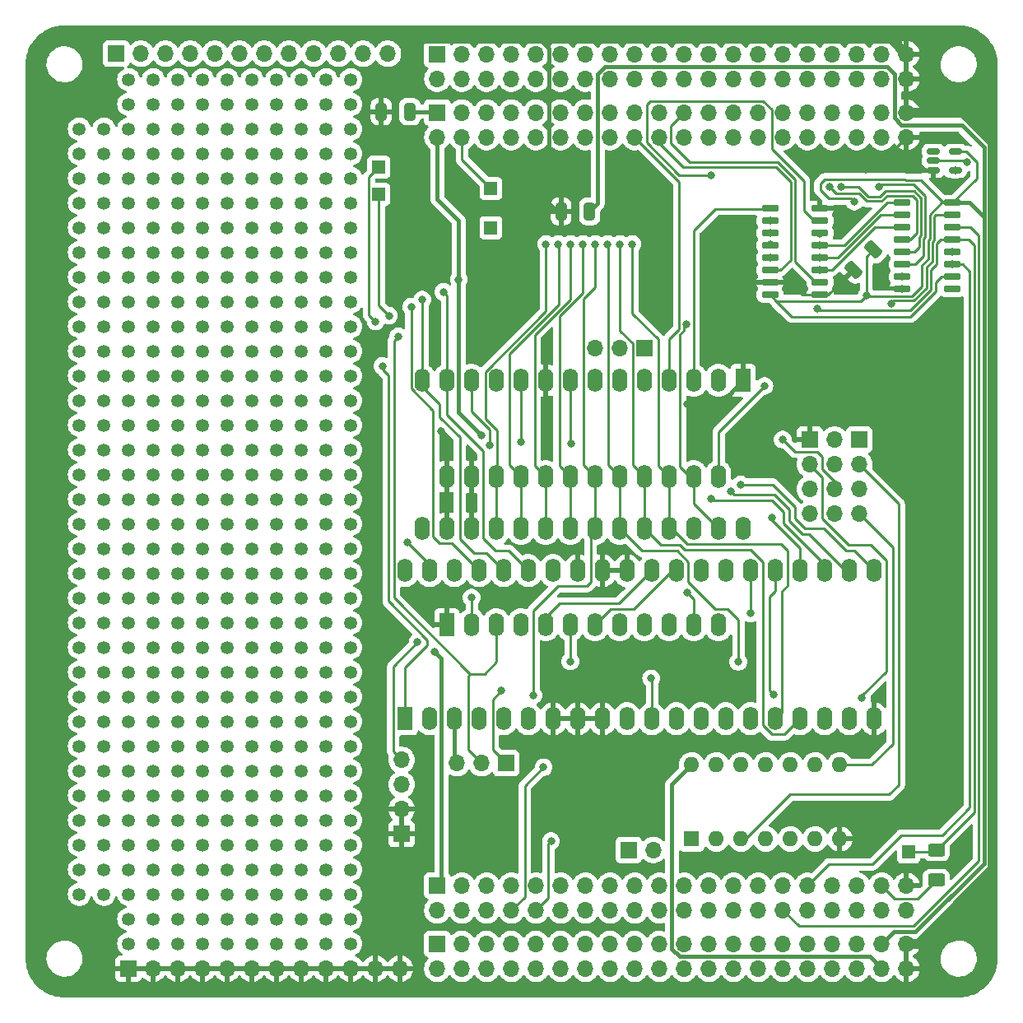
<source format=gbr>
%TF.GenerationSoftware,KiCad,Pcbnew,7.0.5-7.0.5~ubuntu20.04.1*%
%TF.CreationDate,2023-07-18T14:03:01+02:00*%
%TF.ProjectId,MOS MultiSerial_ram,4d4f5320-4d75-46c7-9469-53657269616c,rev?*%
%TF.SameCoordinates,Original*%
%TF.FileFunction,Copper,L1,Top*%
%TF.FilePolarity,Positive*%
%FSLAX46Y46*%
G04 Gerber Fmt 4.6, Leading zero omitted, Abs format (unit mm)*
G04 Created by KiCad (PCBNEW 7.0.5-7.0.5~ubuntu20.04.1) date 2023-07-18 14:03:01*
%MOMM*%
%LPD*%
G01*
G04 APERTURE LIST*
G04 Aperture macros list*
%AMRoundRect*
0 Rectangle with rounded corners*
0 $1 Rounding radius*
0 $2 $3 $4 $5 $6 $7 $8 $9 X,Y pos of 4 corners*
0 Add a 4 corners polygon primitive as box body*
4,1,4,$2,$3,$4,$5,$6,$7,$8,$9,$2,$3,0*
0 Add four circle primitives for the rounded corners*
1,1,$1+$1,$2,$3*
1,1,$1+$1,$4,$5*
1,1,$1+$1,$6,$7*
1,1,$1+$1,$8,$9*
0 Add four rect primitives between the rounded corners*
20,1,$1+$1,$2,$3,$4,$5,0*
20,1,$1+$1,$4,$5,$6,$7,0*
20,1,$1+$1,$6,$7,$8,$9,0*
20,1,$1+$1,$8,$9,$2,$3,0*%
G04 Aperture macros list end*
%TA.AperFunction,ComponentPad*%
%ADD10R,1.700000X1.700000*%
%TD*%
%TA.AperFunction,ComponentPad*%
%ADD11O,1.700000X1.700000*%
%TD*%
%TA.AperFunction,SMDPad,CuDef*%
%ADD12RoundRect,0.250000X0.325000X0.650000X-0.325000X0.650000X-0.325000X-0.650000X0.325000X-0.650000X0*%
%TD*%
%TA.AperFunction,ComponentPad*%
%ADD13C,1.350000*%
%TD*%
%TA.AperFunction,ComponentPad*%
%ADD14R,1.350000X1.350000*%
%TD*%
%TA.AperFunction,SMDPad,CuDef*%
%ADD15RoundRect,0.150000X0.725000X0.150000X-0.725000X0.150000X-0.725000X-0.150000X0.725000X-0.150000X0*%
%TD*%
%TA.AperFunction,SMDPad,CuDef*%
%ADD16RoundRect,0.150000X-0.512500X-0.150000X0.512500X-0.150000X0.512500X0.150000X-0.512500X0.150000X0*%
%TD*%
%TA.AperFunction,SMDPad,CuDef*%
%ADD17RoundRect,0.250000X-0.229810X0.689429X-0.689429X0.229810X0.229810X-0.689429X0.689429X-0.229810X0*%
%TD*%
%TA.AperFunction,ComponentPad*%
%ADD18R,1.600000X2.400000*%
%TD*%
%TA.AperFunction,ComponentPad*%
%ADD19O,1.600000X2.400000*%
%TD*%
%TA.AperFunction,SMDPad,CuDef*%
%ADD20RoundRect,0.150000X-0.725000X-0.150000X0.725000X-0.150000X0.725000X0.150000X-0.725000X0.150000X0*%
%TD*%
%TA.AperFunction,SMDPad,CuDef*%
%ADD21RoundRect,0.250000X0.625000X-0.400000X0.625000X0.400000X-0.625000X0.400000X-0.625000X-0.400000X0*%
%TD*%
%TA.AperFunction,ComponentPad*%
%ADD22R,1.600000X1.600000*%
%TD*%
%TA.AperFunction,ComponentPad*%
%ADD23O,1.600000X1.600000*%
%TD*%
%TA.AperFunction,ViaPad*%
%ADD24C,0.800000*%
%TD*%
%TA.AperFunction,Conductor*%
%ADD25C,0.250000*%
%TD*%
%TA.AperFunction,Conductor*%
%ADD26C,0.400000*%
%TD*%
%TA.AperFunction,Conductor*%
%ADD27C,1.000000*%
%TD*%
G04 APERTURE END LIST*
D10*
%TO.P,JP3,1,A*%
%TO.N,Net-(JP3-A)*%
X146781800Y-121239000D03*
D11*
%TO.P,JP3,2,C*%
%TO.N,/SERCLK*%
X144241800Y-121239000D03*
%TO.P,JP3,3,B*%
%TO.N,Net-(JP3-B)*%
X141701800Y-121239000D03*
%TD*%
D12*
%TO.P,C4,1*%
%TO.N,+3V3*%
X155371800Y-64490600D03*
%TO.P,C4,2*%
%TO.N,GND*%
X152421800Y-64490600D03*
%TD*%
D10*
%TO.P,J1,1,Pin_1*%
%TO.N,+5V*%
X139700000Y-48303005D03*
D11*
%TO.P,J1,2,Pin_2*%
X139700000Y-50843005D03*
%TO.P,J1,3,Pin_3*%
%TO.N,/PHI1_e*%
X142240000Y-48303005D03*
%TO.P,J1,4,Pin_4*%
%TO.N,/PHI2_e*%
X142240000Y-50843005D03*
%TO.P,J1,5,Pin_5*%
%TO.N,/~{IORD}*%
X144780000Y-48303005D03*
%TO.P,J1,6,Pin_6*%
%TO.N,/R{slash}~{W}_e*%
X144780000Y-50843005D03*
%TO.P,J1,7,Pin_7*%
%TO.N,/~{MRD}*%
X147320000Y-48303005D03*
%TO.P,J1,8,Pin_8*%
%TO.N,/~{MWR}*%
X147320000Y-50843005D03*
%TO.P,J1,9,Pin_9*%
%TO.N,/~{IOWR}*%
X149860000Y-48303005D03*
%TO.P,J1,10,Pin_10*%
%TO.N,/Bus/DB0*%
X149860000Y-50843005D03*
%TO.P,J1,11,Pin_11*%
%TO.N,/Bus/DB1*%
X152400000Y-48303005D03*
%TO.P,J1,12,Pin_12*%
%TO.N,/Bus/DB2*%
X152400000Y-50843005D03*
%TO.P,J1,13,Pin_13*%
%TO.N,/Bus/DB3*%
X154940000Y-48303005D03*
%TO.P,J1,14,Pin_14*%
%TO.N,/Bus/DB4*%
X154940000Y-50843005D03*
%TO.P,J1,15,Pin_15*%
%TO.N,/Bus/DB5*%
X157480000Y-48303005D03*
%TO.P,J1,16,Pin_16*%
%TO.N,/Bus/DB6*%
X157480000Y-50843005D03*
%TO.P,J1,17,Pin_17*%
%TO.N,/Bus/DB7*%
X160020000Y-48303005D03*
%TO.P,J1,18,Pin_18*%
%TO.N,/~{RST}*%
X160020000Y-50843005D03*
%TO.P,J1,19,Pin_19*%
%TO.N,/A0*%
X162560000Y-48303005D03*
%TO.P,J1,20,Pin_20*%
%TO.N,/A1*%
X162560000Y-50843005D03*
%TO.P,J1,21,Pin_21*%
%TO.N,/A2*%
X165100000Y-48303005D03*
%TO.P,J1,22,Pin_22*%
%TO.N,/A3*%
X165100000Y-50843005D03*
%TO.P,J1,23,Pin_23*%
%TO.N,/A4*%
X167640000Y-48303005D03*
%TO.P,J1,24,Pin_24*%
%TO.N,/A5*%
X167640000Y-50843005D03*
%TO.P,J1,25,Pin_25*%
%TO.N,/A6*%
X170180000Y-48303005D03*
%TO.P,J1,26,Pin_26*%
%TO.N,/A7*%
X170180000Y-50843005D03*
%TO.P,J1,27,Pin_27*%
%TO.N,/A8*%
X172720000Y-48303005D03*
%TO.P,J1,28,Pin_28*%
%TO.N,/A9*%
X172720000Y-50843005D03*
%TO.P,J1,29,Pin_29*%
%TO.N,/A10*%
X175260000Y-48303005D03*
%TO.P,J1,30,Pin_30*%
%TO.N,/A11*%
X175260000Y-50843005D03*
%TO.P,J1,31,Pin_31*%
%TO.N,/A12*%
X177800000Y-48303005D03*
%TO.P,J1,32,Pin_32*%
%TO.N,/A13*%
X177800000Y-50843005D03*
%TO.P,J1,33,Pin_33*%
%TO.N,/A14*%
X180340000Y-48303005D03*
%TO.P,J1,34,Pin_34*%
%TO.N,/A15*%
X180340000Y-50843005D03*
%TO.P,J1,35,Pin_35*%
%TO.N,/A16*%
X182880000Y-48303005D03*
%TO.P,J1,36,Pin_36*%
%TO.N,/A17*%
X182880000Y-50843005D03*
%TO.P,J1,37,Pin_37*%
%TO.N,/A18*%
X185420000Y-48303005D03*
%TO.P,J1,38,Pin_38*%
%TO.N,/A19*%
X185420000Y-50843005D03*
%TO.P,J1,39,Pin_39*%
%TO.N,GND*%
X187960000Y-48303005D03*
%TO.P,J1,40,Pin_40*%
X187960000Y-50843005D03*
%TD*%
D10*
%TO.P,J6,1,Pin_1*%
%TO.N,/RX1#*%
X183103800Y-87965000D03*
D11*
%TO.P,J6,2,Pin_2*%
X183103800Y-90505000D03*
%TO.P,J6,3,Pin_3*%
%TO.N,/TX1#*%
X183103800Y-93045000D03*
%TO.P,J6,4,Pin_4*%
X183103800Y-95585000D03*
%TD*%
D10*
%TO.P,J4,1,Pin_1*%
%TO.N,+5V*%
X139700000Y-133849005D03*
D11*
%TO.P,J4,2,Pin_2*%
X139700000Y-136389005D03*
%TO.P,J4,3,Pin_3*%
%TO.N,/RX2*%
X142240000Y-133849005D03*
%TO.P,J4,4,Pin_4*%
%TO.N,/TX2*%
X142240000Y-136389005D03*
%TO.P,J4,5,Pin_5*%
%TO.N,/RX3*%
X144780000Y-133849005D03*
%TO.P,J4,6,Pin_6*%
%TO.N,/TX3*%
X144780000Y-136389005D03*
%TO.P,J4,7,Pin_7*%
%TO.N,/RES0*%
X147320000Y-133849005D03*
%TO.P,J4,8,Pin_8*%
%TO.N,/TX1*%
X147320000Y-136389005D03*
%TO.P,J4,9,Pin_9*%
%TO.N,/RES1*%
X149860000Y-133849005D03*
%TO.P,J4,10,Pin_10*%
%TO.N,/RX1*%
X149860000Y-136389005D03*
%TO.P,J4,11,Pin_11*%
%TO.N,/PH0*%
X152400000Y-133849005D03*
%TO.P,J4,12,Pin_12*%
%TO.N,/~{PH0}*%
X152400000Y-136389005D03*
%TO.P,J4,13,Pin_13*%
%TO.N,/CLKS*%
X154940000Y-133849005D03*
%TO.P,J4,14,Pin_14*%
%TO.N,/CLKF*%
X154940000Y-136389005D03*
%TO.P,J4,15,Pin_15*%
%TO.N,/~{BUSFREE}*%
X157480000Y-133849005D03*
%TO.P,J4,16,Pin_16*%
%TO.N,/~{RAMWE13}*%
X157480000Y-136389005D03*
%TO.P,J4,17,Pin_17*%
%TO.N,/~{RAMWE12}*%
X160020000Y-133849005D03*
%TO.P,J4,18,Pin_18*%
%TO.N,/~{RAMWE11}*%
X160020000Y-136389005D03*
%TO.P,J4,19,Pin_19*%
%TO.N,/~{RAMWE10}*%
X162560000Y-133849005D03*
%TO.P,J4,20,Pin_20*%
%TO.N,/~{RAMWE9}*%
X162560000Y-136389005D03*
%TO.P,J4,21,Pin_21*%
%TO.N,/~{RAMWE8}*%
X165100000Y-133849005D03*
%TO.P,J4,22,Pin_22*%
%TO.N,/~{RAMWE7}*%
X165100000Y-136389005D03*
%TO.P,J4,23,Pin_23*%
%TO.N,/~{RAMWE6}*%
X167640000Y-133849005D03*
%TO.P,J4,24,Pin_24*%
%TO.N,/~{RAMWE5}*%
X167640000Y-136389005D03*
%TO.P,J4,25,Pin_25*%
%TO.N,/~{RAMWE4}*%
X170180000Y-133849005D03*
%TO.P,J4,26,Pin_26*%
%TO.N,/~{RAMWE3}*%
X170180000Y-136389005D03*
%TO.P,J4,27,Pin_27*%
%TO.N,/~{RAMWE2}*%
X172720000Y-133849005D03*
%TO.P,J4,28,Pin_28*%
%TO.N,/~{RAMWE1}*%
X172720000Y-136389005D03*
%TO.P,J4,29,Pin_29*%
%TO.N,/~{RAMWE0}*%
X175260000Y-133849005D03*
%TO.P,J4,30,Pin_30*%
%TO.N,/MOSI*%
X175260000Y-136389005D03*
%TO.P,J4,31,Pin_31*%
%TO.N,/SCK*%
X177800000Y-133849005D03*
%TO.P,J4,32,Pin_32*%
%TO.N,/Bus/TDRTN*%
X177800000Y-136389005D03*
%TO.P,J4,33,Pin_33*%
%TO.N,/TMS*%
X180340000Y-133849005D03*
%TO.P,J4,34,Pin_34*%
%TO.N,/TDO*%
X180340000Y-136389005D03*
%TO.P,J4,35,Pin_35*%
%TO.N,/TCK*%
X182880000Y-133849005D03*
%TO.P,J4,36,Pin_36*%
%TO.N,/TDI*%
X182880000Y-136389005D03*
%TO.P,J4,37,Pin_37*%
%TO.N,+3V3*%
X185420000Y-133849005D03*
%TO.P,J4,38,Pin_38*%
X185420000Y-136389005D03*
%TO.P,J4,39,Pin_39*%
%TO.N,GND*%
X187960000Y-133849005D03*
%TO.P,J4,40,Pin_40*%
X187960000Y-136389005D03*
%TD*%
D13*
%TO.P,J18,1,Pin_1*%
%TO.N,unconnected-(J18-Pin_1-Pad1)*%
X125730000Y-139827000D03*
%TO.P,J18,2,Pin_2*%
%TO.N,unconnected-(J18-Pin_2-Pad2)*%
X125730000Y-137287000D03*
%TO.P,J18,3,Pin_3*%
%TO.N,unconnected-(J18-Pin_3-Pad3)*%
X125730000Y-134747000D03*
%TO.P,J18,4,Pin_4*%
%TO.N,unconnected-(J18-Pin_4-Pad4)*%
X125730000Y-132207000D03*
%TO.P,J18,5,Pin_5*%
%TO.N,unconnected-(J18-Pin_5-Pad5)*%
X125730000Y-129667000D03*
%TO.P,J18,6,Pin_6*%
%TO.N,unconnected-(J18-Pin_6-Pad6)*%
X125730000Y-127127000D03*
%TO.P,J18,7,Pin_7*%
%TO.N,unconnected-(J18-Pin_7-Pad7)*%
X125730000Y-124587000D03*
%TO.P,J18,8,Pin_8*%
%TO.N,unconnected-(J18-Pin_8-Pad8)*%
X125730000Y-122047000D03*
%TO.P,J18,9,Pin_9*%
%TO.N,unconnected-(J18-Pin_9-Pad9)*%
X125730000Y-119507000D03*
%TO.P,J18,10,Pin_10*%
%TO.N,unconnected-(J18-Pin_10-Pad10)*%
X125730000Y-116967000D03*
%TO.P,J18,11,Pin_11*%
%TO.N,unconnected-(J18-Pin_11-Pad11)*%
X125730000Y-114427000D03*
%TO.P,J18,12,Pin_12*%
%TO.N,unconnected-(J18-Pin_12-Pad12)*%
X125730000Y-111887000D03*
%TO.P,J18,13,Pin_13*%
%TO.N,unconnected-(J18-Pin_13-Pad13)*%
X125730000Y-109347000D03*
%TO.P,J18,14,Pin_14*%
%TO.N,unconnected-(J18-Pin_14-Pad14)*%
X125730000Y-106807000D03*
%TO.P,J18,15,Pin_15*%
%TO.N,unconnected-(J18-Pin_15-Pad15)*%
X125730000Y-104267000D03*
%TO.P,J18,16,Pin_16*%
%TO.N,unconnected-(J18-Pin_16-Pad16)*%
X125730000Y-101727000D03*
%TO.P,J18,17,Pin_17*%
%TO.N,unconnected-(J18-Pin_17-Pad17)*%
X125730000Y-99187000D03*
%TO.P,J18,18,Pin_18*%
%TO.N,unconnected-(J18-Pin_18-Pad18)*%
X125730000Y-96647000D03*
%TO.P,J18,19,Pin_19*%
%TO.N,unconnected-(J18-Pin_19-Pad19)*%
X125730000Y-94107000D03*
%TO.P,J18,20,Pin_20*%
%TO.N,unconnected-(J18-Pin_20-Pad20)*%
X125730000Y-91567000D03*
%TO.P,J18,21,Pin_21*%
%TO.N,unconnected-(J18-Pin_21-Pad21)*%
X125730000Y-89027000D03*
%TO.P,J18,22,Pin_22*%
%TO.N,unconnected-(J18-Pin_22-Pad22)*%
X125730000Y-86487000D03*
%TO.P,J18,23,Pin_23*%
%TO.N,unconnected-(J18-Pin_23-Pad23)*%
X125730000Y-83947000D03*
%TO.P,J18,24,Pin_24*%
%TO.N,unconnected-(J18-Pin_24-Pad24)*%
X125730000Y-81407000D03*
%TO.P,J18,25,Pin_25*%
%TO.N,unconnected-(J18-Pin_25-Pad25)*%
X125730000Y-78867000D03*
%TO.P,J18,26,Pin_26*%
%TO.N,unconnected-(J18-Pin_26-Pad26)*%
X125730000Y-76327000D03*
%TO.P,J18,27,Pin_27*%
%TO.N,unconnected-(J18-Pin_27-Pad27)*%
X125730000Y-73787000D03*
%TO.P,J18,28,Pin_28*%
%TO.N,unconnected-(J18-Pin_28-Pad28)*%
X125730000Y-71247000D03*
%TO.P,J18,29,Pin_29*%
%TO.N,unconnected-(J18-Pin_29-Pad29)*%
X125730000Y-68707000D03*
%TO.P,J18,30,Pin_30*%
%TO.N,unconnected-(J18-Pin_30-Pad30)*%
X125730000Y-66167000D03*
%TO.P,J18,31,Pin_31*%
%TO.N,unconnected-(J18-Pin_31-Pad31)*%
X125730000Y-63627000D03*
%TO.P,J18,32,Pin_32*%
%TO.N,unconnected-(J18-Pin_32-Pad32)*%
X125730000Y-61087000D03*
%TO.P,J18,33,Pin_33*%
%TO.N,unconnected-(J18-Pin_33-Pad33)*%
X125730000Y-58547000D03*
%TO.P,J18,34,Pin_34*%
%TO.N,unconnected-(J18-Pin_34-Pad34)*%
X125730000Y-56007000D03*
%TO.P,J18,35,Pin_35*%
%TO.N,unconnected-(J18-Pin_35-Pad35)*%
X125730000Y-53467000D03*
%TO.P,J18,36,Pin_36*%
%TO.N,unconnected-(J18-Pin_36-Pad36)*%
X125730000Y-50927000D03*
%TO.P,J18,37,Pin_37*%
%TO.N,unconnected-(J18-Pin_37-Pad37)*%
X123190000Y-50927000D03*
%TO.P,J18,38,Pin_38*%
%TO.N,unconnected-(J18-Pin_38-Pad38)*%
X123190000Y-53467000D03*
%TO.P,J18,39,Pin_39*%
%TO.N,unconnected-(J18-Pin_39-Pad39)*%
X123190000Y-56007000D03*
%TO.P,J18,40,Pin_40*%
%TO.N,unconnected-(J18-Pin_40-Pad40)*%
X123190000Y-58547000D03*
%TO.P,J18,41,Pin_41*%
%TO.N,unconnected-(J18-Pin_41-Pad41)*%
X123190000Y-61087000D03*
%TO.P,J18,42,Pin_42*%
%TO.N,unconnected-(J18-Pin_42-Pad42)*%
X123190000Y-63627000D03*
%TO.P,J18,43,Pin_43*%
%TO.N,unconnected-(J18-Pin_43-Pad43)*%
X123190000Y-66167000D03*
%TO.P,J18,44,Pin_44*%
%TO.N,unconnected-(J18-Pin_44-Pad44)*%
X123190000Y-68707000D03*
%TO.P,J18,45,Pin_45*%
%TO.N,unconnected-(J18-Pin_45-Pad45)*%
X123190000Y-71247000D03*
%TO.P,J18,46,Pin_46*%
%TO.N,unconnected-(J18-Pin_46-Pad46)*%
X123190000Y-73787000D03*
%TO.P,J18,47,Pin_47*%
%TO.N,unconnected-(J18-Pin_47-Pad47)*%
X123190000Y-76327000D03*
%TO.P,J18,48,Pin_48*%
%TO.N,unconnected-(J18-Pin_48-Pad48)*%
X123190000Y-78867000D03*
%TO.P,J18,49,Pin_49*%
%TO.N,unconnected-(J18-Pin_49-Pad49)*%
X123190000Y-81407000D03*
%TO.P,J18,50,Pin_50*%
%TO.N,unconnected-(J18-Pin_50-Pad50)*%
X123190000Y-83947000D03*
%TO.P,J18,51,Pin_51*%
%TO.N,unconnected-(J18-Pin_51-Pad51)*%
X123190000Y-86487000D03*
%TO.P,J18,52,Pin_52*%
%TO.N,unconnected-(J18-Pin_52-Pad52)*%
X123190000Y-89027000D03*
%TO.P,J18,53,Pin_53*%
%TO.N,unconnected-(J18-Pin_53-Pad53)*%
X123190000Y-91567000D03*
%TO.P,J18,54,Pin_54*%
%TO.N,unconnected-(J18-Pin_54-Pad54)*%
X123190000Y-94107000D03*
%TO.P,J18,55,Pin_55*%
%TO.N,unconnected-(J18-Pin_55-Pad55)*%
X123190000Y-96647000D03*
%TO.P,J18,56,Pin_56*%
%TO.N,unconnected-(J18-Pin_56-Pad56)*%
X123190000Y-99187000D03*
%TO.P,J18,57,Pin_57*%
%TO.N,unconnected-(J18-Pin_57-Pad57)*%
X123190000Y-101727000D03*
%TO.P,J18,58,Pin_58*%
%TO.N,unconnected-(J18-Pin_58-Pad58)*%
X123190000Y-104267000D03*
%TO.P,J18,59,Pin_59*%
%TO.N,unconnected-(J18-Pin_59-Pad59)*%
X123190000Y-106807000D03*
%TO.P,J18,60,Pin_60*%
%TO.N,unconnected-(J18-Pin_60-Pad60)*%
X123190000Y-109347000D03*
%TO.P,J18,61,Pin_61*%
%TO.N,unconnected-(J18-Pin_61-Pad61)*%
X123190000Y-111887000D03*
%TO.P,J18,62,Pin_62*%
%TO.N,unconnected-(J18-Pin_62-Pad62)*%
X123190000Y-114427000D03*
%TO.P,J18,63,Pin_63*%
%TO.N,unconnected-(J18-Pin_63-Pad63)*%
X123190000Y-116967000D03*
%TO.P,J18,64,Pin_64*%
%TO.N,unconnected-(J18-Pin_64-Pad64)*%
X123190000Y-119507000D03*
%TO.P,J18,65,Pin_65*%
%TO.N,unconnected-(J18-Pin_65-Pad65)*%
X123190000Y-122047000D03*
%TO.P,J18,66,Pin_66*%
%TO.N,unconnected-(J18-Pin_66-Pad66)*%
X123190000Y-124587000D03*
%TO.P,J18,67,Pin_67*%
%TO.N,unconnected-(J18-Pin_67-Pad67)*%
X123190000Y-127127000D03*
%TO.P,J18,68,Pin_68*%
%TO.N,unconnected-(J18-Pin_68-Pad68)*%
X123190000Y-129667000D03*
%TO.P,J18,69,Pin_69*%
%TO.N,unconnected-(J18-Pin_69-Pad69)*%
X123190000Y-132207000D03*
%TO.P,J18,70,Pin_70*%
%TO.N,unconnected-(J18-Pin_70-Pad70)*%
X123190000Y-134747000D03*
%TO.P,J18,71,Pin_71*%
%TO.N,unconnected-(J18-Pin_71-Pad71)*%
X123190000Y-137287000D03*
%TO.P,J18,72,Pin_72*%
%TO.N,unconnected-(J18-Pin_72-Pad72)*%
X123190000Y-139827000D03*
%TD*%
D14*
%TO.P,J5,1,Pin_1*%
%TO.N,/R{slash}~{W}_e*%
X145211800Y-66167000D03*
%TD*%
D15*
%TO.P,U6,1,OEa*%
%TO.N,GND*%
X179065800Y-73077871D03*
%TO.P,U6,2,A1*%
%TO.N,/A2*%
X179065800Y-71807871D03*
%TO.P,U6,3,I3a*%
%TO.N,Net-(U5-I{slash}O3)*%
X179065800Y-70537871D03*
%TO.P,U6,4,I2a*%
%TO.N,Net-(U5-I{slash}O2)*%
X179065800Y-69267871D03*
%TO.P,U6,5,I1a*%
%TO.N,Net-(U5-I{slash}O1)*%
X179065800Y-67997871D03*
%TO.P,U6,6,I0a*%
%TO.N,Net-(U5-I{slash}O0)*%
X179065800Y-66727871D03*
%TO.P,U6,7,Za*%
%TO.N,/~{CS_ACIA2}*%
X179065800Y-65457871D03*
%TO.P,U6,8,GND*%
%TO.N,GND*%
X179065800Y-64187871D03*
%TO.P,U6,9,Zb*%
%TO.N,/~{CS_ACIA}*%
X173915800Y-64187871D03*
%TO.P,U6,10,I0b*%
%TO.N,Net-(U5-I{slash}O4)*%
X173915800Y-65457871D03*
%TO.P,U6,11,I1b*%
%TO.N,Net-(U5-I{slash}O5)*%
X173915800Y-66727871D03*
%TO.P,U6,12,I2b*%
%TO.N,Net-(U5-I{slash}O6)*%
X173915800Y-67997871D03*
%TO.P,U6,13,I3b*%
%TO.N,Net-(U5-I{slash}O7)*%
X173915800Y-69267871D03*
%TO.P,U6,14,A0*%
%TO.N,/A1*%
X173915800Y-70537871D03*
%TO.P,U6,15,OEb*%
%TO.N,GND*%
X173915800Y-71807871D03*
%TO.P,U6,16,VCC*%
%TO.N,+3V3*%
X173915800Y-73077871D03*
%TD*%
D13*
%TO.P,J17,1,Pin_1*%
%TO.N,unconnected-(J17-Pin_1-Pad1)*%
X120650000Y-139827000D03*
%TO.P,J17,2,Pin_2*%
%TO.N,unconnected-(J17-Pin_2-Pad2)*%
X120650000Y-137287000D03*
%TO.P,J17,3,Pin_3*%
%TO.N,unconnected-(J17-Pin_3-Pad3)*%
X120650000Y-134747000D03*
%TO.P,J17,4,Pin_4*%
%TO.N,unconnected-(J17-Pin_4-Pad4)*%
X120650000Y-132207000D03*
%TO.P,J17,5,Pin_5*%
%TO.N,unconnected-(J17-Pin_5-Pad5)*%
X120650000Y-129667000D03*
%TO.P,J17,6,Pin_6*%
%TO.N,unconnected-(J17-Pin_6-Pad6)*%
X120650000Y-127127000D03*
%TO.P,J17,7,Pin_7*%
%TO.N,unconnected-(J17-Pin_7-Pad7)*%
X120650000Y-124587000D03*
%TO.P,J17,8,Pin_8*%
%TO.N,unconnected-(J17-Pin_8-Pad8)*%
X120650000Y-122047000D03*
%TO.P,J17,9,Pin_9*%
%TO.N,unconnected-(J17-Pin_9-Pad9)*%
X120650000Y-119507000D03*
%TO.P,J17,10,Pin_10*%
%TO.N,unconnected-(J17-Pin_10-Pad10)*%
X120650000Y-116967000D03*
%TO.P,J17,11,Pin_11*%
%TO.N,unconnected-(J17-Pin_11-Pad11)*%
X120650000Y-114427000D03*
%TO.P,J17,12,Pin_12*%
%TO.N,unconnected-(J17-Pin_12-Pad12)*%
X120650000Y-111887000D03*
%TO.P,J17,13,Pin_13*%
%TO.N,unconnected-(J17-Pin_13-Pad13)*%
X120650000Y-109347000D03*
%TO.P,J17,14,Pin_14*%
%TO.N,unconnected-(J17-Pin_14-Pad14)*%
X120650000Y-106807000D03*
%TO.P,J17,15,Pin_15*%
%TO.N,unconnected-(J17-Pin_15-Pad15)*%
X120650000Y-104267000D03*
%TO.P,J17,16,Pin_16*%
%TO.N,unconnected-(J17-Pin_16-Pad16)*%
X120650000Y-101727000D03*
%TO.P,J17,17,Pin_17*%
%TO.N,unconnected-(J17-Pin_17-Pad17)*%
X120650000Y-99187000D03*
%TO.P,J17,18,Pin_18*%
%TO.N,unconnected-(J17-Pin_18-Pad18)*%
X120650000Y-96647000D03*
%TO.P,J17,19,Pin_19*%
%TO.N,unconnected-(J17-Pin_19-Pad19)*%
X120650000Y-94107000D03*
%TO.P,J17,20,Pin_20*%
%TO.N,unconnected-(J17-Pin_20-Pad20)*%
X120650000Y-91567000D03*
%TO.P,J17,21,Pin_21*%
%TO.N,unconnected-(J17-Pin_21-Pad21)*%
X120650000Y-89027000D03*
%TO.P,J17,22,Pin_22*%
%TO.N,unconnected-(J17-Pin_22-Pad22)*%
X120650000Y-86487000D03*
%TO.P,J17,23,Pin_23*%
%TO.N,unconnected-(J17-Pin_23-Pad23)*%
X120650000Y-83947000D03*
%TO.P,J17,24,Pin_24*%
%TO.N,unconnected-(J17-Pin_24-Pad24)*%
X120650000Y-81407000D03*
%TO.P,J17,25,Pin_25*%
%TO.N,unconnected-(J17-Pin_25-Pad25)*%
X120650000Y-78867000D03*
%TO.P,J17,26,Pin_26*%
%TO.N,unconnected-(J17-Pin_26-Pad26)*%
X120650000Y-76327000D03*
%TO.P,J17,27,Pin_27*%
%TO.N,unconnected-(J17-Pin_27-Pad27)*%
X120650000Y-73787000D03*
%TO.P,J17,28,Pin_28*%
%TO.N,unconnected-(J17-Pin_28-Pad28)*%
X120650000Y-71247000D03*
%TO.P,J17,29,Pin_29*%
%TO.N,unconnected-(J17-Pin_29-Pad29)*%
X120650000Y-68707000D03*
%TO.P,J17,30,Pin_30*%
%TO.N,unconnected-(J17-Pin_30-Pad30)*%
X120650000Y-66167000D03*
%TO.P,J17,31,Pin_31*%
%TO.N,unconnected-(J17-Pin_31-Pad31)*%
X120650000Y-63627000D03*
%TO.P,J17,32,Pin_32*%
%TO.N,unconnected-(J17-Pin_32-Pad32)*%
X120650000Y-61087000D03*
%TO.P,J17,33,Pin_33*%
%TO.N,unconnected-(J17-Pin_33-Pad33)*%
X120650000Y-58547000D03*
%TO.P,J17,34,Pin_34*%
%TO.N,unconnected-(J17-Pin_34-Pad34)*%
X120650000Y-56007000D03*
%TO.P,J17,35,Pin_35*%
%TO.N,unconnected-(J17-Pin_35-Pad35)*%
X120650000Y-53467000D03*
%TO.P,J17,36,Pin_36*%
%TO.N,unconnected-(J17-Pin_36-Pad36)*%
X120650000Y-50927000D03*
%TO.P,J17,37,Pin_37*%
%TO.N,unconnected-(J17-Pin_37-Pad37)*%
X118110000Y-50927000D03*
%TO.P,J17,38,Pin_38*%
%TO.N,unconnected-(J17-Pin_38-Pad38)*%
X118110000Y-53467000D03*
%TO.P,J17,39,Pin_39*%
%TO.N,unconnected-(J17-Pin_39-Pad39)*%
X118110000Y-56007000D03*
%TO.P,J17,40,Pin_40*%
%TO.N,unconnected-(J17-Pin_40-Pad40)*%
X118110000Y-58547000D03*
%TO.P,J17,41,Pin_41*%
%TO.N,unconnected-(J17-Pin_41-Pad41)*%
X118110000Y-61087000D03*
%TO.P,J17,42,Pin_42*%
%TO.N,unconnected-(J17-Pin_42-Pad42)*%
X118110000Y-63627000D03*
%TO.P,J17,43,Pin_43*%
%TO.N,unconnected-(J17-Pin_43-Pad43)*%
X118110000Y-66167000D03*
%TO.P,J17,44,Pin_44*%
%TO.N,unconnected-(J17-Pin_44-Pad44)*%
X118110000Y-68707000D03*
%TO.P,J17,45,Pin_45*%
%TO.N,unconnected-(J17-Pin_45-Pad45)*%
X118110000Y-71247000D03*
%TO.P,J17,46,Pin_46*%
%TO.N,unconnected-(J17-Pin_46-Pad46)*%
X118110000Y-73787000D03*
%TO.P,J17,47,Pin_47*%
%TO.N,unconnected-(J17-Pin_47-Pad47)*%
X118110000Y-76327000D03*
%TO.P,J17,48,Pin_48*%
%TO.N,unconnected-(J17-Pin_48-Pad48)*%
X118110000Y-78867000D03*
%TO.P,J17,49,Pin_49*%
%TO.N,unconnected-(J17-Pin_49-Pad49)*%
X118110000Y-81407000D03*
%TO.P,J17,50,Pin_50*%
%TO.N,unconnected-(J17-Pin_50-Pad50)*%
X118110000Y-83947000D03*
%TO.P,J17,51,Pin_51*%
%TO.N,unconnected-(J17-Pin_51-Pad51)*%
X118110000Y-86487000D03*
%TO.P,J17,52,Pin_52*%
%TO.N,unconnected-(J17-Pin_52-Pad52)*%
X118110000Y-89027000D03*
%TO.P,J17,53,Pin_53*%
%TO.N,unconnected-(J17-Pin_53-Pad53)*%
X118110000Y-91567000D03*
%TO.P,J17,54,Pin_54*%
%TO.N,unconnected-(J17-Pin_54-Pad54)*%
X118110000Y-94107000D03*
%TO.P,J17,55,Pin_55*%
%TO.N,unconnected-(J17-Pin_55-Pad55)*%
X118110000Y-96647000D03*
%TO.P,J17,56,Pin_56*%
%TO.N,unconnected-(J17-Pin_56-Pad56)*%
X118110000Y-99187000D03*
%TO.P,J17,57,Pin_57*%
%TO.N,unconnected-(J17-Pin_57-Pad57)*%
X118110000Y-101727000D03*
%TO.P,J17,58,Pin_58*%
%TO.N,unconnected-(J17-Pin_58-Pad58)*%
X118110000Y-104267000D03*
%TO.P,J17,59,Pin_59*%
%TO.N,unconnected-(J17-Pin_59-Pad59)*%
X118110000Y-106807000D03*
%TO.P,J17,60,Pin_60*%
%TO.N,unconnected-(J17-Pin_60-Pad60)*%
X118110000Y-109347000D03*
%TO.P,J17,61,Pin_61*%
%TO.N,unconnected-(J17-Pin_61-Pad61)*%
X118110000Y-111887000D03*
%TO.P,J17,62,Pin_62*%
%TO.N,unconnected-(J17-Pin_62-Pad62)*%
X118110000Y-114427000D03*
%TO.P,J17,63,Pin_63*%
%TO.N,unconnected-(J17-Pin_63-Pad63)*%
X118110000Y-116967000D03*
%TO.P,J17,64,Pin_64*%
%TO.N,unconnected-(J17-Pin_64-Pad64)*%
X118110000Y-119507000D03*
%TO.P,J17,65,Pin_65*%
%TO.N,unconnected-(J17-Pin_65-Pad65)*%
X118110000Y-122047000D03*
%TO.P,J17,66,Pin_66*%
%TO.N,unconnected-(J17-Pin_66-Pad66)*%
X118110000Y-124587000D03*
%TO.P,J17,67,Pin_67*%
%TO.N,unconnected-(J17-Pin_67-Pad67)*%
X118110000Y-127127000D03*
%TO.P,J17,68,Pin_68*%
%TO.N,unconnected-(J17-Pin_68-Pad68)*%
X118110000Y-129667000D03*
%TO.P,J17,69,Pin_69*%
%TO.N,unconnected-(J17-Pin_69-Pad69)*%
X118110000Y-132207000D03*
%TO.P,J17,70,Pin_70*%
%TO.N,unconnected-(J17-Pin_70-Pad70)*%
X118110000Y-134747000D03*
%TO.P,J17,71,Pin_71*%
%TO.N,unconnected-(J17-Pin_71-Pad71)*%
X118110000Y-137287000D03*
%TO.P,J17,72,Pin_72*%
%TO.N,unconnected-(J17-Pin_72-Pad72)*%
X118110000Y-139827000D03*
%TD*%
D16*
%TO.P,U8,1*%
%TO.N,N/C*%
X190708700Y-58333600D03*
%TO.P,U8,2*%
%TO.N,/SCK*%
X190708700Y-59283600D03*
%TO.P,U8,3,GND*%
%TO.N,GND*%
X190708700Y-60233600D03*
%TO.P,U8,4*%
%TO.N,Net-(U7-RCLK)*%
X192983700Y-60233600D03*
%TO.P,U8,5,VCC*%
%TO.N,+3V3*%
X192983700Y-58333600D03*
%TD*%
D14*
%TO.P,J9,1,Pin_1*%
%TO.N,/E*%
X133680200Y-59918600D03*
%TD*%
D10*
%TO.P,J7,1,Pin_1*%
%TO.N,GND*%
X178023800Y-87965000D03*
D11*
%TO.P,J7,2,Pin_2*%
%TO.N,/TX0A*%
X180563800Y-87965000D03*
%TO.P,J7,3,Pin_3*%
%TO.N,/~{RTS1}*%
X178023800Y-90505000D03*
%TO.P,J7,4,Pin_4*%
%TO.N,/TX1A*%
X180563800Y-90505000D03*
%TO.P,J7,5,Pin_5*%
%TO.N,/~{RTS0}*%
X178023800Y-93045000D03*
%TO.P,J7,6,Pin_6*%
%TO.N,/RX0A*%
X180563800Y-93045000D03*
%TO.P,J7,7,Pin_7*%
%TO.N,unconnected-(J7-Pin_7-Pad7)*%
X178023800Y-95585000D03*
%TO.P,J7,8,Pin_8*%
%TO.N,/RX1A*%
X180563800Y-95585000D03*
%TD*%
D10*
%TO.P,J20,1,Pin_1*%
%TO.N,GND*%
X107917000Y-142389005D03*
D11*
%TO.P,J20,2,Pin_2*%
X110457000Y-142389005D03*
%TO.P,J20,3,Pin_3*%
X112997000Y-142389005D03*
%TO.P,J20,4,Pin_4*%
X115537000Y-142389005D03*
%TO.P,J20,5,Pin_5*%
X118077000Y-142389005D03*
%TO.P,J20,6,Pin_6*%
X120617000Y-142389005D03*
%TO.P,J20,7,Pin_7*%
X123157000Y-142389005D03*
%TO.P,J20,8,Pin_8*%
X125697000Y-142389005D03*
%TO.P,J20,9,Pin_9*%
X128237000Y-142389005D03*
%TO.P,J20,10,Pin_10*%
X130777000Y-142389005D03*
%TO.P,J20,11,Pin_11*%
X133317000Y-142389005D03*
%TO.P,J20,12,Pin_12*%
X135857000Y-142389005D03*
%TD*%
D17*
%TO.P,C5,1*%
%TO.N,+3V3*%
X184556400Y-68402200D03*
%TO.P,C5,2*%
%TO.N,GND*%
X182470434Y-70488166D03*
%TD*%
D10*
%TO.P,J2,1,Pin_1*%
%TO.N,+5V*%
X139700000Y-139849005D03*
D11*
%TO.P,J2,2,Pin_2*%
X139700000Y-142389005D03*
%TO.P,J2,3,Pin_3*%
%TO.N,/RX2*%
X142240000Y-139849005D03*
%TO.P,J2,4,Pin_4*%
%TO.N,/TX2*%
X142240000Y-142389005D03*
%TO.P,J2,5,Pin_5*%
%TO.N,/RX3*%
X144780000Y-139849005D03*
%TO.P,J2,6,Pin_6*%
%TO.N,/TX3*%
X144780000Y-142389005D03*
%TO.P,J2,7,Pin_7*%
%TO.N,/RES0*%
X147320000Y-139849005D03*
%TO.P,J2,8,Pin_8*%
%TO.N,/TX1*%
X147320000Y-142389005D03*
%TO.P,J2,9,Pin_9*%
%TO.N,/RES1*%
X149860000Y-139849005D03*
%TO.P,J2,10,Pin_10*%
%TO.N,/RX1*%
X149860000Y-142389005D03*
%TO.P,J2,11,Pin_11*%
%TO.N,/PH0*%
X152400000Y-139849005D03*
%TO.P,J2,12,Pin_12*%
%TO.N,/~{PH0}*%
X152400000Y-142389005D03*
%TO.P,J2,13,Pin_13*%
%TO.N,/CLKS*%
X154940000Y-139849005D03*
%TO.P,J2,14,Pin_14*%
%TO.N,/CLKF*%
X154940000Y-142389005D03*
%TO.P,J2,15,Pin_15*%
%TO.N,/~{BUSFREE}*%
X157480000Y-139849005D03*
%TO.P,J2,16,Pin_16*%
%TO.N,/~{RAMWE13}*%
X157480000Y-142389005D03*
%TO.P,J2,17,Pin_17*%
%TO.N,/~{RAMWE12}*%
X160020000Y-139849005D03*
%TO.P,J2,18,Pin_18*%
%TO.N,/~{RAMWE11}*%
X160020000Y-142389005D03*
%TO.P,J2,19,Pin_19*%
%TO.N,/~{RAMWE10}*%
X162560000Y-139849005D03*
%TO.P,J2,20,Pin_20*%
%TO.N,/~{RAMWE9}*%
X162560000Y-142389005D03*
%TO.P,J2,21,Pin_21*%
%TO.N,/~{RAMWE8}*%
X165100000Y-139849005D03*
%TO.P,J2,22,Pin_22*%
%TO.N,/~{RAMWE7}*%
X165100000Y-142389005D03*
%TO.P,J2,23,Pin_23*%
%TO.N,/~{RAMWE6}*%
X167640000Y-139849005D03*
%TO.P,J2,24,Pin_24*%
%TO.N,/~{RAMWE5}*%
X167640000Y-142389005D03*
%TO.P,J2,25,Pin_25*%
%TO.N,/~{RAMWE4}*%
X170180000Y-139849005D03*
%TO.P,J2,26,Pin_26*%
%TO.N,/~{RAMWE3}*%
X170180000Y-142389005D03*
%TO.P,J2,27,Pin_27*%
%TO.N,/~{RAMWE2}*%
X172720000Y-139849005D03*
%TO.P,J2,28,Pin_28*%
%TO.N,/~{RAMWE1}*%
X172720000Y-142389005D03*
%TO.P,J2,29,Pin_29*%
%TO.N,/~{RAMWE0}*%
X175260000Y-139849005D03*
%TO.P,J2,30,Pin_30*%
%TO.N,/MOSI*%
X175260000Y-142389005D03*
%TO.P,J2,31,Pin_31*%
%TO.N,/SCK*%
X177800000Y-139849005D03*
%TO.P,J2,32,Pin_32*%
%TO.N,/Bus/TDRTN*%
X177800000Y-142389005D03*
%TO.P,J2,33,Pin_33*%
%TO.N,/TMS*%
X180340000Y-139849005D03*
%TO.P,J2,34,Pin_34*%
%TO.N,/TDO*%
X180340000Y-142389005D03*
%TO.P,J2,35,Pin_35*%
%TO.N,/TCK*%
X182880000Y-139849005D03*
%TO.P,J2,36,Pin_36*%
%TO.N,/TDI*%
X182880000Y-142389005D03*
%TO.P,J2,37,Pin_37*%
%TO.N,+3V3*%
X185420000Y-139849005D03*
%TO.P,J2,38,Pin_38*%
X185420000Y-142389005D03*
%TO.P,J2,39,Pin_39*%
%TO.N,GND*%
X187960000Y-139849005D03*
%TO.P,J2,40,Pin_40*%
X187960000Y-142389005D03*
%TD*%
D10*
%TO.P,J13,1,Pin_1*%
%TO.N,GND*%
X136017000Y-128524000D03*
D11*
%TO.P,J13,2,Pin_2*%
X136017000Y-125984000D03*
%TO.P,J13,3,Pin_3*%
%TO.N,/~{IRQ1}*%
X136017000Y-123444000D03*
%TO.P,J13,4,Pin_4*%
%TO.N,/~{IRQ}*%
X136017000Y-120904000D03*
%TD*%
D13*
%TO.P,J16,1,Pin_1*%
%TO.N,unconnected-(J16-Pin_1-Pad1)*%
X115570000Y-139827000D03*
%TO.P,J16,2,Pin_2*%
%TO.N,unconnected-(J16-Pin_2-Pad2)*%
X115570000Y-137287000D03*
%TO.P,J16,3,Pin_3*%
%TO.N,unconnected-(J16-Pin_3-Pad3)*%
X115570000Y-134747000D03*
%TO.P,J16,4,Pin_4*%
%TO.N,unconnected-(J16-Pin_4-Pad4)*%
X115570000Y-132207000D03*
%TO.P,J16,5,Pin_5*%
%TO.N,unconnected-(J16-Pin_5-Pad5)*%
X115570000Y-129667000D03*
%TO.P,J16,6,Pin_6*%
%TO.N,unconnected-(J16-Pin_6-Pad6)*%
X115570000Y-127127000D03*
%TO.P,J16,7,Pin_7*%
%TO.N,unconnected-(J16-Pin_7-Pad7)*%
X115570000Y-124587000D03*
%TO.P,J16,8,Pin_8*%
%TO.N,unconnected-(J16-Pin_8-Pad8)*%
X115570000Y-122047000D03*
%TO.P,J16,9,Pin_9*%
%TO.N,unconnected-(J16-Pin_9-Pad9)*%
X115570000Y-119507000D03*
%TO.P,J16,10,Pin_10*%
%TO.N,unconnected-(J16-Pin_10-Pad10)*%
X115570000Y-116967000D03*
%TO.P,J16,11,Pin_11*%
%TO.N,unconnected-(J16-Pin_11-Pad11)*%
X115570000Y-114427000D03*
%TO.P,J16,12,Pin_12*%
%TO.N,unconnected-(J16-Pin_12-Pad12)*%
X115570000Y-111887000D03*
%TO.P,J16,13,Pin_13*%
%TO.N,unconnected-(J16-Pin_13-Pad13)*%
X115570000Y-109347000D03*
%TO.P,J16,14,Pin_14*%
%TO.N,unconnected-(J16-Pin_14-Pad14)*%
X115570000Y-106807000D03*
%TO.P,J16,15,Pin_15*%
%TO.N,unconnected-(J16-Pin_15-Pad15)*%
X115570000Y-104267000D03*
%TO.P,J16,16,Pin_16*%
%TO.N,unconnected-(J16-Pin_16-Pad16)*%
X115570000Y-101727000D03*
%TO.P,J16,17,Pin_17*%
%TO.N,unconnected-(J16-Pin_17-Pad17)*%
X115570000Y-99187000D03*
%TO.P,J16,18,Pin_18*%
%TO.N,unconnected-(J16-Pin_18-Pad18)*%
X115570000Y-96647000D03*
%TO.P,J16,19,Pin_19*%
%TO.N,unconnected-(J16-Pin_19-Pad19)*%
X115570000Y-94107000D03*
%TO.P,J16,20,Pin_20*%
%TO.N,unconnected-(J16-Pin_20-Pad20)*%
X115570000Y-91567000D03*
%TO.P,J16,21,Pin_21*%
%TO.N,unconnected-(J16-Pin_21-Pad21)*%
X115570000Y-89027000D03*
%TO.P,J16,22,Pin_22*%
%TO.N,unconnected-(J16-Pin_22-Pad22)*%
X115570000Y-86487000D03*
%TO.P,J16,23,Pin_23*%
%TO.N,unconnected-(J16-Pin_23-Pad23)*%
X115570000Y-83947000D03*
%TO.P,J16,24,Pin_24*%
%TO.N,unconnected-(J16-Pin_24-Pad24)*%
X115570000Y-81407000D03*
%TO.P,J16,25,Pin_25*%
%TO.N,unconnected-(J16-Pin_25-Pad25)*%
X115570000Y-78867000D03*
%TO.P,J16,26,Pin_26*%
%TO.N,unconnected-(J16-Pin_26-Pad26)*%
X115570000Y-76327000D03*
%TO.P,J16,27,Pin_27*%
%TO.N,unconnected-(J16-Pin_27-Pad27)*%
X115570000Y-73787000D03*
%TO.P,J16,28,Pin_28*%
%TO.N,unconnected-(J16-Pin_28-Pad28)*%
X115570000Y-71247000D03*
%TO.P,J16,29,Pin_29*%
%TO.N,unconnected-(J16-Pin_29-Pad29)*%
X115570000Y-68707000D03*
%TO.P,J16,30,Pin_30*%
%TO.N,unconnected-(J16-Pin_30-Pad30)*%
X115570000Y-66167000D03*
%TO.P,J16,31,Pin_31*%
%TO.N,unconnected-(J16-Pin_31-Pad31)*%
X115570000Y-63627000D03*
%TO.P,J16,32,Pin_32*%
%TO.N,unconnected-(J16-Pin_32-Pad32)*%
X115570000Y-61087000D03*
%TO.P,J16,33,Pin_33*%
%TO.N,unconnected-(J16-Pin_33-Pad33)*%
X115570000Y-58547000D03*
%TO.P,J16,34,Pin_34*%
%TO.N,unconnected-(J16-Pin_34-Pad34)*%
X115570000Y-56007000D03*
%TO.P,J16,35,Pin_35*%
%TO.N,unconnected-(J16-Pin_35-Pad35)*%
X115570000Y-53467000D03*
%TO.P,J16,36,Pin_36*%
%TO.N,unconnected-(J16-Pin_36-Pad36)*%
X115570000Y-50927000D03*
%TO.P,J16,37,Pin_37*%
%TO.N,unconnected-(J16-Pin_37-Pad37)*%
X113030000Y-50927000D03*
%TO.P,J16,38,Pin_38*%
%TO.N,unconnected-(J16-Pin_38-Pad38)*%
X113030000Y-53467000D03*
%TO.P,J16,39,Pin_39*%
%TO.N,unconnected-(J16-Pin_39-Pad39)*%
X113030000Y-56007000D03*
%TO.P,J16,40,Pin_40*%
%TO.N,unconnected-(J16-Pin_40-Pad40)*%
X113030000Y-58547000D03*
%TO.P,J16,41,Pin_41*%
%TO.N,unconnected-(J16-Pin_41-Pad41)*%
X113030000Y-61087000D03*
%TO.P,J16,42,Pin_42*%
%TO.N,unconnected-(J16-Pin_42-Pad42)*%
X113030000Y-63627000D03*
%TO.P,J16,43,Pin_43*%
%TO.N,unconnected-(J16-Pin_43-Pad43)*%
X113030000Y-66167000D03*
%TO.P,J16,44,Pin_44*%
%TO.N,unconnected-(J16-Pin_44-Pad44)*%
X113030000Y-68707000D03*
%TO.P,J16,45,Pin_45*%
%TO.N,unconnected-(J16-Pin_45-Pad45)*%
X113030000Y-71247000D03*
%TO.P,J16,46,Pin_46*%
%TO.N,unconnected-(J16-Pin_46-Pad46)*%
X113030000Y-73787000D03*
%TO.P,J16,47,Pin_47*%
%TO.N,unconnected-(J16-Pin_47-Pad47)*%
X113030000Y-76327000D03*
%TO.P,J16,48,Pin_48*%
%TO.N,unconnected-(J16-Pin_48-Pad48)*%
X113030000Y-78867000D03*
%TO.P,J16,49,Pin_49*%
%TO.N,unconnected-(J16-Pin_49-Pad49)*%
X113030000Y-81407000D03*
%TO.P,J16,50,Pin_50*%
%TO.N,unconnected-(J16-Pin_50-Pad50)*%
X113030000Y-83947000D03*
%TO.P,J16,51,Pin_51*%
%TO.N,unconnected-(J16-Pin_51-Pad51)*%
X113030000Y-86487000D03*
%TO.P,J16,52,Pin_52*%
%TO.N,unconnected-(J16-Pin_52-Pad52)*%
X113030000Y-89027000D03*
%TO.P,J16,53,Pin_53*%
%TO.N,unconnected-(J16-Pin_53-Pad53)*%
X113030000Y-91567000D03*
%TO.P,J16,54,Pin_54*%
%TO.N,unconnected-(J16-Pin_54-Pad54)*%
X113030000Y-94107000D03*
%TO.P,J16,55,Pin_55*%
%TO.N,unconnected-(J16-Pin_55-Pad55)*%
X113030000Y-96647000D03*
%TO.P,J16,56,Pin_56*%
%TO.N,unconnected-(J16-Pin_56-Pad56)*%
X113030000Y-99187000D03*
%TO.P,J16,57,Pin_57*%
%TO.N,unconnected-(J16-Pin_57-Pad57)*%
X113030000Y-101727000D03*
%TO.P,J16,58,Pin_58*%
%TO.N,unconnected-(J16-Pin_58-Pad58)*%
X113030000Y-104267000D03*
%TO.P,J16,59,Pin_59*%
%TO.N,unconnected-(J16-Pin_59-Pad59)*%
X113030000Y-106807000D03*
%TO.P,J16,60,Pin_60*%
%TO.N,unconnected-(J16-Pin_60-Pad60)*%
X113030000Y-109347000D03*
%TO.P,J16,61,Pin_61*%
%TO.N,unconnected-(J16-Pin_61-Pad61)*%
X113030000Y-111887000D03*
%TO.P,J16,62,Pin_62*%
%TO.N,unconnected-(J16-Pin_62-Pad62)*%
X113030000Y-114427000D03*
%TO.P,J16,63,Pin_63*%
%TO.N,unconnected-(J16-Pin_63-Pad63)*%
X113030000Y-116967000D03*
%TO.P,J16,64,Pin_64*%
%TO.N,unconnected-(J16-Pin_64-Pad64)*%
X113030000Y-119507000D03*
%TO.P,J16,65,Pin_65*%
%TO.N,unconnected-(J16-Pin_65-Pad65)*%
X113030000Y-122047000D03*
%TO.P,J16,66,Pin_66*%
%TO.N,unconnected-(J16-Pin_66-Pad66)*%
X113030000Y-124587000D03*
%TO.P,J16,67,Pin_67*%
%TO.N,unconnected-(J16-Pin_67-Pad67)*%
X113030000Y-127127000D03*
%TO.P,J16,68,Pin_68*%
%TO.N,unconnected-(J16-Pin_68-Pad68)*%
X113030000Y-129667000D03*
%TO.P,J16,69,Pin_69*%
%TO.N,unconnected-(J16-Pin_69-Pad69)*%
X113030000Y-132207000D03*
%TO.P,J16,70,Pin_70*%
%TO.N,unconnected-(J16-Pin_70-Pad70)*%
X113030000Y-134747000D03*
%TO.P,J16,71,Pin_71*%
%TO.N,unconnected-(J16-Pin_71-Pad71)*%
X113030000Y-137287000D03*
%TO.P,J16,72,Pin_72*%
%TO.N,unconnected-(J16-Pin_72-Pad72)*%
X113030000Y-139827000D03*
%TD*%
D18*
%TO.P,U4,1,VSS*%
%TO.N,GND*%
X140685800Y-107015000D03*
D19*
%TO.P,U4,2,Rx_Data*%
%TO.N,/RX0A*%
X143225800Y-107015000D03*
%TO.P,U4,3,Rx_CLK*%
%TO.N,/SERCLK*%
X145765800Y-107015000D03*
%TO.P,U4,4,Tx_CLK*%
X148305800Y-107015000D03*
%TO.P,U4,5,~{RTS}*%
%TO.N,/~{RTS0}*%
X150845800Y-107015000D03*
%TO.P,U4,6,Tx_Data*%
%TO.N,/TX0A*%
X153385800Y-107015000D03*
%TO.P,U4,7,~{IRQ}*%
%TO.N,/~{IRQ}*%
X155925800Y-107015000D03*
%TO.P,U4,8,CS0*%
%TO.N,+5V*%
X158465800Y-107015000D03*
%TO.P,U4,9,CS2*%
%TO.N,/~{CS_ACIA}*%
X161005800Y-107015000D03*
%TO.P,U4,10,CS1*%
%TO.N,+5V*%
X163545800Y-107015000D03*
%TO.P,U4,11,RS*%
%TO.N,/A0*%
X166085800Y-107015000D03*
%TO.P,U4,12,VCC*%
%TO.N,+5V*%
X168625800Y-107015000D03*
%TO.P,U4,13,R/~{W}*%
%TO.N,/RW*%
X168625800Y-91775000D03*
%TO.P,U4,14,E*%
%TO.N,/E*%
X166085800Y-91775000D03*
%TO.P,U4,15,D7*%
%TO.N,/D7*%
X163545800Y-91775000D03*
%TO.P,U4,16,D6*%
%TO.N,/D6*%
X161005800Y-91775000D03*
%TO.P,U4,17,D5*%
%TO.N,/D5*%
X158465800Y-91775000D03*
%TO.P,U4,18,D4*%
%TO.N,/D4*%
X155925800Y-91775000D03*
%TO.P,U4,19,D3*%
%TO.N,/D3*%
X153385800Y-91775000D03*
%TO.P,U4,20,D2*%
%TO.N,/D2*%
X150845800Y-91775000D03*
%TO.P,U4,21,D1*%
%TO.N,/D1*%
X148305800Y-91775000D03*
%TO.P,U4,22,D0*%
%TO.N,/D0*%
X145765800Y-91775000D03*
%TO.P,U4,23,~{DCD}*%
%TO.N,GND*%
X143225800Y-91775000D03*
%TO.P,U4,24,~{CTS}*%
X140685800Y-91775000D03*
%TD*%
D13*
%TO.P,J15,1,Pin_1*%
%TO.N,unconnected-(J15-Pin_1-Pad1)*%
X110490000Y-139827000D03*
%TO.P,J15,2,Pin_2*%
%TO.N,unconnected-(J15-Pin_2-Pad2)*%
X110490000Y-137287000D03*
%TO.P,J15,3,Pin_3*%
%TO.N,unconnected-(J15-Pin_3-Pad3)*%
X110490000Y-134747000D03*
%TO.P,J15,4,Pin_4*%
%TO.N,unconnected-(J15-Pin_4-Pad4)*%
X110490000Y-132207000D03*
%TO.P,J15,5,Pin_5*%
%TO.N,unconnected-(J15-Pin_5-Pad5)*%
X110490000Y-129667000D03*
%TO.P,J15,6,Pin_6*%
%TO.N,unconnected-(J15-Pin_6-Pad6)*%
X110490000Y-127127000D03*
%TO.P,J15,7,Pin_7*%
%TO.N,unconnected-(J15-Pin_7-Pad7)*%
X110490000Y-124587000D03*
%TO.P,J15,8,Pin_8*%
%TO.N,unconnected-(J15-Pin_8-Pad8)*%
X110490000Y-122047000D03*
%TO.P,J15,9,Pin_9*%
%TO.N,unconnected-(J15-Pin_9-Pad9)*%
X110490000Y-119507000D03*
%TO.P,J15,10,Pin_10*%
%TO.N,unconnected-(J15-Pin_10-Pad10)*%
X110490000Y-116967000D03*
%TO.P,J15,11,Pin_11*%
%TO.N,unconnected-(J15-Pin_11-Pad11)*%
X110490000Y-114427000D03*
%TO.P,J15,12,Pin_12*%
%TO.N,unconnected-(J15-Pin_12-Pad12)*%
X110490000Y-111887000D03*
%TO.P,J15,13,Pin_13*%
%TO.N,unconnected-(J15-Pin_13-Pad13)*%
X110490000Y-109347000D03*
%TO.P,J15,14,Pin_14*%
%TO.N,unconnected-(J15-Pin_14-Pad14)*%
X110490000Y-106807000D03*
%TO.P,J15,15,Pin_15*%
%TO.N,unconnected-(J15-Pin_15-Pad15)*%
X110490000Y-104267000D03*
%TO.P,J15,16,Pin_16*%
%TO.N,unconnected-(J15-Pin_16-Pad16)*%
X110490000Y-101727000D03*
%TO.P,J15,17,Pin_17*%
%TO.N,unconnected-(J15-Pin_17-Pad17)*%
X110490000Y-99187000D03*
%TO.P,J15,18,Pin_18*%
%TO.N,unconnected-(J15-Pin_18-Pad18)*%
X110490000Y-96647000D03*
%TO.P,J15,19,Pin_19*%
%TO.N,unconnected-(J15-Pin_19-Pad19)*%
X110490000Y-94107000D03*
%TO.P,J15,20,Pin_20*%
%TO.N,unconnected-(J15-Pin_20-Pad20)*%
X110490000Y-91567000D03*
%TO.P,J15,21,Pin_21*%
%TO.N,unconnected-(J15-Pin_21-Pad21)*%
X110490000Y-89027000D03*
%TO.P,J15,22,Pin_22*%
%TO.N,unconnected-(J15-Pin_22-Pad22)*%
X110490000Y-86487000D03*
%TO.P,J15,23,Pin_23*%
%TO.N,unconnected-(J15-Pin_23-Pad23)*%
X110490000Y-83947000D03*
%TO.P,J15,24,Pin_24*%
%TO.N,unconnected-(J15-Pin_24-Pad24)*%
X110490000Y-81407000D03*
%TO.P,J15,25,Pin_25*%
%TO.N,unconnected-(J15-Pin_25-Pad25)*%
X110490000Y-78867000D03*
%TO.P,J15,26,Pin_26*%
%TO.N,unconnected-(J15-Pin_26-Pad26)*%
X110490000Y-76327000D03*
%TO.P,J15,27,Pin_27*%
%TO.N,unconnected-(J15-Pin_27-Pad27)*%
X110490000Y-73787000D03*
%TO.P,J15,28,Pin_28*%
%TO.N,unconnected-(J15-Pin_28-Pad28)*%
X110490000Y-71247000D03*
%TO.P,J15,29,Pin_29*%
%TO.N,unconnected-(J15-Pin_29-Pad29)*%
X110490000Y-68707000D03*
%TO.P,J15,30,Pin_30*%
%TO.N,unconnected-(J15-Pin_30-Pad30)*%
X110490000Y-66167000D03*
%TO.P,J15,31,Pin_31*%
%TO.N,unconnected-(J15-Pin_31-Pad31)*%
X110490000Y-63627000D03*
%TO.P,J15,32,Pin_32*%
%TO.N,unconnected-(J15-Pin_32-Pad32)*%
X110490000Y-61087000D03*
%TO.P,J15,33,Pin_33*%
%TO.N,unconnected-(J15-Pin_33-Pad33)*%
X110490000Y-58547000D03*
%TO.P,J15,34,Pin_34*%
%TO.N,unconnected-(J15-Pin_34-Pad34)*%
X110490000Y-56007000D03*
%TO.P,J15,35,Pin_35*%
%TO.N,unconnected-(J15-Pin_35-Pad35)*%
X110490000Y-53467000D03*
%TO.P,J15,36,Pin_36*%
%TO.N,unconnected-(J15-Pin_36-Pad36)*%
X110490000Y-50927000D03*
%TO.P,J15,37,Pin_37*%
%TO.N,unconnected-(J15-Pin_37-Pad37)*%
X107950000Y-50927000D03*
%TO.P,J15,38,Pin_38*%
%TO.N,unconnected-(J15-Pin_38-Pad38)*%
X107950000Y-53467000D03*
%TO.P,J15,39,Pin_39*%
%TO.N,unconnected-(J15-Pin_39-Pad39)*%
X107950000Y-56007000D03*
%TO.P,J15,40,Pin_40*%
%TO.N,unconnected-(J15-Pin_40-Pad40)*%
X107950000Y-58547000D03*
%TO.P,J15,41,Pin_41*%
%TO.N,unconnected-(J15-Pin_41-Pad41)*%
X107950000Y-61087000D03*
%TO.P,J15,42,Pin_42*%
%TO.N,unconnected-(J15-Pin_42-Pad42)*%
X107950000Y-63627000D03*
%TO.P,J15,43,Pin_43*%
%TO.N,unconnected-(J15-Pin_43-Pad43)*%
X107950000Y-66167000D03*
%TO.P,J15,44,Pin_44*%
%TO.N,unconnected-(J15-Pin_44-Pad44)*%
X107950000Y-68707000D03*
%TO.P,J15,45,Pin_45*%
%TO.N,unconnected-(J15-Pin_45-Pad45)*%
X107950000Y-71247000D03*
%TO.P,J15,46,Pin_46*%
%TO.N,unconnected-(J15-Pin_46-Pad46)*%
X107950000Y-73787000D03*
%TO.P,J15,47,Pin_47*%
%TO.N,unconnected-(J15-Pin_47-Pad47)*%
X107950000Y-76327000D03*
%TO.P,J15,48,Pin_48*%
%TO.N,unconnected-(J15-Pin_48-Pad48)*%
X107950000Y-78867000D03*
%TO.P,J15,49,Pin_49*%
%TO.N,unconnected-(J15-Pin_49-Pad49)*%
X107950000Y-81407000D03*
%TO.P,J15,50,Pin_50*%
%TO.N,unconnected-(J15-Pin_50-Pad50)*%
X107950000Y-83947000D03*
%TO.P,J15,51,Pin_51*%
%TO.N,unconnected-(J15-Pin_51-Pad51)*%
X107950000Y-86487000D03*
%TO.P,J15,52,Pin_52*%
%TO.N,unconnected-(J15-Pin_52-Pad52)*%
X107950000Y-89027000D03*
%TO.P,J15,53,Pin_53*%
%TO.N,unconnected-(J15-Pin_53-Pad53)*%
X107950000Y-91567000D03*
%TO.P,J15,54,Pin_54*%
%TO.N,unconnected-(J15-Pin_54-Pad54)*%
X107950000Y-94107000D03*
%TO.P,J15,55,Pin_55*%
%TO.N,unconnected-(J15-Pin_55-Pad55)*%
X107950000Y-96647000D03*
%TO.P,J15,56,Pin_56*%
%TO.N,unconnected-(J15-Pin_56-Pad56)*%
X107950000Y-99187000D03*
%TO.P,J15,57,Pin_57*%
%TO.N,unconnected-(J15-Pin_57-Pad57)*%
X107950000Y-101727000D03*
%TO.P,J15,58,Pin_58*%
%TO.N,unconnected-(J15-Pin_58-Pad58)*%
X107950000Y-104267000D03*
%TO.P,J15,59,Pin_59*%
%TO.N,unconnected-(J15-Pin_59-Pad59)*%
X107950000Y-106807000D03*
%TO.P,J15,60,Pin_60*%
%TO.N,unconnected-(J15-Pin_60-Pad60)*%
X107950000Y-109347000D03*
%TO.P,J15,61,Pin_61*%
%TO.N,unconnected-(J15-Pin_61-Pad61)*%
X107950000Y-111887000D03*
%TO.P,J15,62,Pin_62*%
%TO.N,unconnected-(J15-Pin_62-Pad62)*%
X107950000Y-114427000D03*
%TO.P,J15,63,Pin_63*%
%TO.N,unconnected-(J15-Pin_63-Pad63)*%
X107950000Y-116967000D03*
%TO.P,J15,64,Pin_64*%
%TO.N,unconnected-(J15-Pin_64-Pad64)*%
X107950000Y-119507000D03*
%TO.P,J15,65,Pin_65*%
%TO.N,unconnected-(J15-Pin_65-Pad65)*%
X107950000Y-122047000D03*
%TO.P,J15,66,Pin_66*%
%TO.N,unconnected-(J15-Pin_66-Pad66)*%
X107950000Y-124587000D03*
%TO.P,J15,67,Pin_67*%
%TO.N,unconnected-(J15-Pin_67-Pad67)*%
X107950000Y-127127000D03*
%TO.P,J15,68,Pin_68*%
%TO.N,unconnected-(J15-Pin_68-Pad68)*%
X107950000Y-129667000D03*
%TO.P,J15,69,Pin_69*%
%TO.N,unconnected-(J15-Pin_69-Pad69)*%
X107950000Y-132207000D03*
%TO.P,J15,70,Pin_70*%
%TO.N,unconnected-(J15-Pin_70-Pad70)*%
X107950000Y-134747000D03*
%TO.P,J15,71,Pin_71*%
%TO.N,unconnected-(J15-Pin_71-Pad71)*%
X107950000Y-137287000D03*
%TO.P,J15,72,Pin_72*%
%TO.N,unconnected-(J15-Pin_72-Pad72)*%
X107950000Y-139827000D03*
%TD*%
D10*
%TO.P,J14,1,Pin_1*%
%TO.N,/~{RX1}'*%
X159385000Y-130175000D03*
D11*
%TO.P,J14,2,Pin_2*%
%TO.N,/~{RX1}*%
X161925000Y-130175000D03*
%TD*%
D18*
%TO.P,U3,1,~{RES}*%
%TO.N,/~{RST}*%
X136372800Y-116672000D03*
D19*
%TO.P,U3,2,nc*%
%TO.N,unconnected-(U3-nc-Pad2)*%
X138912800Y-116672000D03*
%TO.P,U3,3,XTAL1*%
%TO.N,Net-(JP3-B)*%
X141452800Y-116672000D03*
%TO.P,U3,4,XTAL2*%
%TO.N,unconnected-(U3-XTAL2-Pad4)*%
X143992800Y-116672000D03*
%TO.P,U3,5,CLKOUT*%
%TO.N,unconnected-(U3-CLKOUT-Pad5)*%
X146532800Y-116672000D03*
%TO.P,U3,6,nc*%
%TO.N,unconnected-(U3-nc-Pad6)*%
X149072800Y-116672000D03*
%TO.P,U3,7,~{DSR2}*%
%TO.N,GND*%
X151612800Y-116672000D03*
%TO.P,U3,8,~{DCD2}*%
X154152800Y-116672000D03*
%TO.P,U3,9,~{CTS2}*%
X156692800Y-116672000D03*
%TO.P,U3,10,~{RTS2}*%
%TO.N,/~{RTS1}*%
X159232800Y-116672000D03*
%TO.P,U3,11,~{IRQ2}*%
%TO.N,/~{IRQ1}*%
X161772800Y-116672000D03*
%TO.P,U3,12,RxD2*%
%TO.N,/RX1A*%
X164312800Y-116672000D03*
%TO.P,U3,13,~{DTR2}*%
%TO.N,unconnected-(U3-~{DTR2}-Pad13)*%
X166852800Y-116672000D03*
%TO.P,U3,14,TxD2*%
%TO.N,/TX1A*%
X169392800Y-116672000D03*
%TO.P,U3,15,TxC*%
%TO.N,Net-(JP3-A)*%
X171932800Y-116672000D03*
%TO.P,U3,16,D7*%
%TO.N,/D7*%
X174472800Y-116672000D03*
%TO.P,U3,17,D6*%
%TO.N,/D6*%
X177012800Y-116672000D03*
%TO.P,U3,18,D5*%
%TO.N,/D5*%
X179552800Y-116672000D03*
%TO.P,U3,19,D4*%
%TO.N,/D4*%
X182092800Y-116672000D03*
%TO.P,U3,20,VSS*%
%TO.N,GND*%
X184632800Y-116672000D03*
%TO.P,U3,21,D3*%
%TO.N,/D3*%
X184632800Y-101432000D03*
%TO.P,U3,22,D2*%
%TO.N,/D2*%
X182092800Y-101432000D03*
%TO.P,U3,23,D1*%
%TO.N,/D1*%
X179552800Y-101432000D03*
%TO.P,U3,24,D0*%
%TO.N,/D0*%
X177012800Y-101432000D03*
%TO.P,U3,25,RxC*%
%TO.N,Net-(JP3-A)*%
X174472800Y-101432000D03*
%TO.P,U3,26,TxD1*%
%TO.N,/TX0A*%
X171932800Y-101432000D03*
%TO.P,U3,27,~{DTR1}*%
%TO.N,unconnected-(U3-~{DTR1}-Pad27)*%
X169392800Y-101432000D03*
%TO.P,U3,28,RxD1*%
%TO.N,/RX0A*%
X166852800Y-101432000D03*
%TO.P,U3,29,~{IRQ1}*%
%TO.N,/~{IRQ}*%
X164312800Y-101432000D03*
%TO.P,U3,30,~{RTS1}*%
%TO.N,/~{RTS0}*%
X161772800Y-101432000D03*
%TO.P,U3,31,~{CTS1}*%
%TO.N,GND*%
X159232800Y-101432000D03*
%TO.P,U3,32,~{DCD1}*%
X156692800Y-101432000D03*
%TO.P,U3,33,~{DSR1}*%
X154152800Y-101432000D03*
%TO.P,U3,34,nc*%
%TO.N,unconnected-(U3-nc-Pad34)*%
X151612800Y-101432000D03*
%TO.P,U3,35,RS0*%
%TO.N,/A0*%
X149072800Y-101432000D03*
%TO.P,U3,36,RS1*%
%TO.N,/A1*%
X146532800Y-101432000D03*
%TO.P,U3,37,RS2*%
%TO.N,/A2*%
X143992800Y-101432000D03*
%TO.P,U3,38,R/~{W}*%
%TO.N,/RW*%
X141452800Y-101432000D03*
%TO.P,U3,39,~{CS}*%
%TO.N,/~{CS_ACIA}*%
X138912800Y-101432000D03*
%TO.P,U3,40,VCC*%
%TO.N,+5V*%
X136372800Y-101432000D03*
%TD*%
D18*
%TO.P,U1,1,VSS*%
%TO.N,GND*%
X171165800Y-81869000D03*
D19*
%TO.P,U1,2,CS1*%
%TO.N,+5V*%
X168625800Y-81869000D03*
%TO.P,U1,3,~{CS2}*%
%TO.N,/~{CS_ACIA}*%
X166085800Y-81869000D03*
%TO.P,U1,4,~{RES}*%
%TO.N,/~{RST}*%
X163545800Y-81869000D03*
%TO.P,U1,5,RxC*%
%TO.N,Net-(JP2-A)*%
X161005800Y-81869000D03*
%TO.P,U1,6,XTAL1*%
%TO.N,Net-(JP2-B)*%
X158465800Y-81869000D03*
%TO.P,U1,7,XTAL2*%
%TO.N,unconnected-(U1-XTAL2-Pad7)*%
X155925800Y-81869000D03*
%TO.P,U1,8,~{RTS}*%
%TO.N,/~{RTS0}*%
X153385800Y-81869000D03*
%TO.P,U1,9,~{CTS}*%
%TO.N,GND*%
X150845800Y-81869000D03*
%TO.P,U1,10,TxD*%
%TO.N,/TX0A*%
X148305800Y-81869000D03*
%TO.P,U1,11,~{DTR}*%
%TO.N,unconnected-(U1-~{DTR}-Pad11)*%
X145765800Y-81869000D03*
%TO.P,U1,12,RxD*%
%TO.N,/RX0A*%
X143225800Y-81869000D03*
%TO.P,U1,13,RS0*%
%TO.N,/A0*%
X140685800Y-81869000D03*
%TO.P,U1,14,RS1*%
%TO.N,/A1*%
X138145800Y-81869000D03*
%TO.P,U1,15,VCC*%
%TO.N,+5V*%
X138145800Y-97109000D03*
%TO.P,U1,16,~{DCD}*%
%TO.N,GND*%
X140685800Y-97109000D03*
%TO.P,U1,17,~{DSR}*%
X143225800Y-97109000D03*
%TO.P,U1,18,D0*%
%TO.N,/D0*%
X145765800Y-97109000D03*
%TO.P,U1,19,D1*%
%TO.N,/D1*%
X148305800Y-97109000D03*
%TO.P,U1,20,D2*%
%TO.N,/D2*%
X150845800Y-97109000D03*
%TO.P,U1,21,D3*%
%TO.N,/D3*%
X153385800Y-97109000D03*
%TO.P,U1,22,D4*%
%TO.N,/D4*%
X155925800Y-97109000D03*
%TO.P,U1,23,D5*%
%TO.N,/D5*%
X158465800Y-97109000D03*
%TO.P,U1,24,D6*%
%TO.N,/D6*%
X161005800Y-97109000D03*
%TO.P,U1,25,D7*%
%TO.N,/D7*%
X163545800Y-97109000D03*
%TO.P,U1,26,~{IRQ}*%
%TO.N,/~{IRQ}*%
X166085800Y-97109000D03*
%TO.P,U1,27,\u03D52*%
%TO.N,/E*%
X168625800Y-97109000D03*
%TO.P,U1,28,R/~{W}*%
%TO.N,/RW*%
X171165800Y-97109000D03*
%TD*%
D10*
%TO.P,J3,1,Pin_1*%
%TO.N,+5V*%
X139700000Y-54303005D03*
D11*
%TO.P,J3,2,Pin_2*%
X139700000Y-56843005D03*
%TO.P,J3,3,Pin_3*%
%TO.N,/PHI1_e*%
X142240000Y-54303005D03*
%TO.P,J3,4,Pin_4*%
%TO.N,/PHI2_e*%
X142240000Y-56843005D03*
%TO.P,J3,5,Pin_5*%
%TO.N,/~{IORD}*%
X144780000Y-54303005D03*
%TO.P,J3,6,Pin_6*%
%TO.N,/R{slash}~{W}_e*%
X144780000Y-56843005D03*
%TO.P,J3,7,Pin_7*%
%TO.N,/~{MRD}*%
X147320000Y-54303005D03*
%TO.P,J3,8,Pin_8*%
%TO.N,/~{MWR}*%
X147320000Y-56843005D03*
%TO.P,J3,9,Pin_9*%
%TO.N,/~{IOWR}*%
X149860000Y-54303005D03*
%TO.P,J3,10,Pin_10*%
%TO.N,/Bus/DB0*%
X149860000Y-56843005D03*
%TO.P,J3,11,Pin_11*%
%TO.N,/Bus/DB1*%
X152400000Y-54303005D03*
%TO.P,J3,12,Pin_12*%
%TO.N,/Bus/DB2*%
X152400000Y-56843005D03*
%TO.P,J3,13,Pin_13*%
%TO.N,/Bus/DB3*%
X154940000Y-54303005D03*
%TO.P,J3,14,Pin_14*%
%TO.N,/Bus/DB4*%
X154940000Y-56843005D03*
%TO.P,J3,15,Pin_15*%
%TO.N,/Bus/DB5*%
X157480000Y-54303005D03*
%TO.P,J3,16,Pin_16*%
%TO.N,/Bus/DB6*%
X157480000Y-56843005D03*
%TO.P,J3,17,Pin_17*%
%TO.N,/Bus/DB7*%
X160020000Y-54303005D03*
%TO.P,J3,18,Pin_18*%
%TO.N,/~{RST}*%
X160020000Y-56843005D03*
%TO.P,J3,19,Pin_19*%
%TO.N,/A0*%
X162560000Y-54303005D03*
%TO.P,J3,20,Pin_20*%
%TO.N,/A1*%
X162560000Y-56843005D03*
%TO.P,J3,21,Pin_21*%
%TO.N,/A2*%
X165100000Y-54303005D03*
%TO.P,J3,22,Pin_22*%
%TO.N,/A3*%
X165100000Y-56843005D03*
%TO.P,J3,23,Pin_23*%
%TO.N,/A4*%
X167640000Y-54303005D03*
%TO.P,J3,24,Pin_24*%
%TO.N,/A5*%
X167640000Y-56843005D03*
%TO.P,J3,25,Pin_25*%
%TO.N,/A6*%
X170180000Y-54303005D03*
%TO.P,J3,26,Pin_26*%
%TO.N,/A7*%
X170180000Y-56843005D03*
%TO.P,J3,27,Pin_27*%
%TO.N,/A8*%
X172720000Y-54303005D03*
%TO.P,J3,28,Pin_28*%
%TO.N,/A9*%
X172720000Y-56843005D03*
%TO.P,J3,29,Pin_29*%
%TO.N,/A10*%
X175260000Y-54303005D03*
%TO.P,J3,30,Pin_30*%
%TO.N,/A11*%
X175260000Y-56843005D03*
%TO.P,J3,31,Pin_31*%
%TO.N,/A12*%
X177800000Y-54303005D03*
%TO.P,J3,32,Pin_32*%
%TO.N,/A13*%
X177800000Y-56843005D03*
%TO.P,J3,33,Pin_33*%
%TO.N,/A14*%
X180340000Y-54303005D03*
%TO.P,J3,34,Pin_34*%
%TO.N,/A15*%
X180340000Y-56843005D03*
%TO.P,J3,35,Pin_35*%
%TO.N,/A16*%
X182880000Y-54303005D03*
%TO.P,J3,36,Pin_36*%
%TO.N,/A17*%
X182880000Y-56843005D03*
%TO.P,J3,37,Pin_37*%
%TO.N,/A18*%
X185420000Y-54303005D03*
%TO.P,J3,38,Pin_38*%
%TO.N,/A19*%
X185420000Y-56843005D03*
%TO.P,J3,39,Pin_39*%
%TO.N,GND*%
X187960000Y-54303005D03*
%TO.P,J3,40,Pin_40*%
X187960000Y-56843005D03*
%TD*%
D10*
%TO.P,JP2,1,A*%
%TO.N,Net-(JP2-A)*%
X161005800Y-78567000D03*
D11*
%TO.P,JP2,2,C*%
%TO.N,/SERCLK*%
X158465800Y-78567000D03*
%TO.P,JP2,3,B*%
%TO.N,Net-(JP2-B)*%
X155925800Y-78567000D03*
%TD*%
D20*
%TO.P,U7,1,QB*%
%TO.N,Net-(U5-I{slash}O1)*%
X187530200Y-63603671D03*
%TO.P,U7,2,QC*%
%TO.N,Net-(U5-I{slash}O2)*%
X187530200Y-64873671D03*
%TO.P,U7,3,QD*%
%TO.N,Net-(U5-I{slash}O3)*%
X187530200Y-66143671D03*
%TO.P,U7,4,QE*%
%TO.N,Net-(U5-I{slash}O4)*%
X187530200Y-67413671D03*
%TO.P,U7,5,QF*%
%TO.N,Net-(U5-I{slash}O5)*%
X187530200Y-68683671D03*
%TO.P,U7,6,QG*%
%TO.N,Net-(U5-I{slash}O6)*%
X187530200Y-69953671D03*
%TO.P,U7,7,QH*%
%TO.N,Net-(U5-I{slash}O7)*%
X187530200Y-71223671D03*
%TO.P,U7,8,GND*%
%TO.N,GND*%
X187530200Y-72493671D03*
%TO.P,U7,9,QH'*%
%TO.N,unconnected-(U7-QH'-Pad9)*%
X192680200Y-72493671D03*
%TO.P,U7,10,~{SRCLR}*%
%TO.N,+3V3*%
X192680200Y-71223671D03*
%TO.P,U7,11,SRCLK*%
%TO.N,/SCK*%
X192680200Y-69953671D03*
%TO.P,U7,12,RCLK*%
%TO.N,Net-(U7-RCLK)*%
X192680200Y-68683671D03*
%TO.P,U7,13,~{OE}*%
%TO.N,/~{RAM_WE}*%
X192680200Y-67413671D03*
%TO.P,U7,14,SER*%
%TO.N,/MOSI*%
X192680200Y-66143671D03*
%TO.P,U7,15,QA*%
%TO.N,Net-(U5-I{slash}O0)*%
X192680200Y-64873671D03*
%TO.P,U7,16,VCC*%
%TO.N,+3V3*%
X192680200Y-63603671D03*
%TD*%
D12*
%TO.P,C1,1*%
%TO.N,+5V*%
X136882400Y-54229000D03*
%TO.P,C1,2*%
%TO.N,GND*%
X133932400Y-54229000D03*
%TD*%
D14*
%TO.P,J8,1,Pin_1*%
%TO.N,/~{RAM_WE}*%
X188188600Y-130403600D03*
%TD*%
%TO.P,J22,1,Pin_1*%
%TO.N,/PHI2_e*%
X145211800Y-62117000D03*
%TD*%
D13*
%TO.P,J23,1,Pin_1*%
%TO.N,unconnected-(J23-Pin_1-Pad1)*%
X105410000Y-134747000D03*
%TO.P,J23,2,Pin_2*%
%TO.N,unconnected-(J23-Pin_2-Pad2)*%
X105410000Y-132207000D03*
%TO.P,J23,3,Pin_3*%
%TO.N,unconnected-(J23-Pin_3-Pad3)*%
X105410000Y-129667000D03*
%TO.P,J23,4,Pin_4*%
%TO.N,unconnected-(J23-Pin_4-Pad4)*%
X105410000Y-127127000D03*
%TO.P,J23,5,Pin_5*%
%TO.N,unconnected-(J23-Pin_5-Pad5)*%
X105410000Y-124587000D03*
%TO.P,J23,6,Pin_6*%
%TO.N,unconnected-(J23-Pin_6-Pad6)*%
X105410000Y-122047000D03*
%TO.P,J23,7,Pin_7*%
%TO.N,unconnected-(J23-Pin_7-Pad7)*%
X105410000Y-119507000D03*
%TO.P,J23,8,Pin_8*%
%TO.N,unconnected-(J23-Pin_8-Pad8)*%
X105410000Y-116967000D03*
%TO.P,J23,9,Pin_9*%
%TO.N,unconnected-(J23-Pin_9-Pad9)*%
X105410000Y-114427000D03*
%TO.P,J23,10,Pin_10*%
%TO.N,unconnected-(J23-Pin_10-Pad10)*%
X105410000Y-111887000D03*
%TO.P,J23,11,Pin_11*%
%TO.N,unconnected-(J23-Pin_11-Pad11)*%
X105410000Y-109347000D03*
%TO.P,J23,12,Pin_12*%
%TO.N,unconnected-(J23-Pin_12-Pad12)*%
X105410000Y-106807000D03*
%TO.P,J23,13,Pin_13*%
%TO.N,unconnected-(J23-Pin_13-Pad13)*%
X105410000Y-104267000D03*
%TO.P,J23,14,Pin_14*%
%TO.N,unconnected-(J23-Pin_14-Pad14)*%
X105410000Y-101727000D03*
%TO.P,J23,15,Pin_15*%
%TO.N,unconnected-(J23-Pin_15-Pad15)*%
X105410000Y-99187000D03*
%TO.P,J23,16,Pin_16*%
%TO.N,unconnected-(J23-Pin_16-Pad16)*%
X105410000Y-96647000D03*
%TO.P,J23,17,Pin_17*%
%TO.N,unconnected-(J23-Pin_17-Pad17)*%
X105410000Y-94107000D03*
%TO.P,J23,18,Pin_18*%
%TO.N,unconnected-(J23-Pin_18-Pad18)*%
X105410000Y-91567000D03*
%TO.P,J23,19,Pin_19*%
%TO.N,unconnected-(J23-Pin_19-Pad19)*%
X105410000Y-89027000D03*
%TO.P,J23,20,Pin_20*%
%TO.N,unconnected-(J23-Pin_20-Pad20)*%
X105410000Y-86487000D03*
%TO.P,J23,21,Pin_21*%
%TO.N,unconnected-(J23-Pin_21-Pad21)*%
X105410000Y-83947000D03*
%TO.P,J23,22,Pin_22*%
%TO.N,unconnected-(J23-Pin_22-Pad22)*%
X105410000Y-81407000D03*
%TO.P,J23,23,Pin_23*%
%TO.N,unconnected-(J23-Pin_23-Pad23)*%
X105410000Y-78867000D03*
%TO.P,J23,24,Pin_24*%
%TO.N,unconnected-(J23-Pin_24-Pad24)*%
X105410000Y-76327000D03*
%TO.P,J23,25,Pin_25*%
%TO.N,unconnected-(J23-Pin_25-Pad25)*%
X105410000Y-73787000D03*
%TO.P,J23,26,Pin_26*%
%TO.N,unconnected-(J23-Pin_26-Pad26)*%
X105410000Y-71247000D03*
%TO.P,J23,27,Pin_27*%
%TO.N,unconnected-(J23-Pin_27-Pad27)*%
X105410000Y-68707000D03*
%TO.P,J23,28,Pin_28*%
%TO.N,unconnected-(J23-Pin_28-Pad28)*%
X105410000Y-66167000D03*
%TO.P,J23,29,Pin_29*%
%TO.N,unconnected-(J23-Pin_29-Pad29)*%
X105410000Y-63627000D03*
%TO.P,J23,30,Pin_30*%
%TO.N,unconnected-(J23-Pin_30-Pad30)*%
X105410000Y-61087000D03*
%TO.P,J23,31,Pin_31*%
%TO.N,unconnected-(J23-Pin_31-Pad31)*%
X105410000Y-58547000D03*
%TO.P,J23,32,Pin_32*%
%TO.N,unconnected-(J23-Pin_32-Pad32)*%
X105410000Y-56007000D03*
%TO.P,J23,33,Pin_33*%
%TO.N,unconnected-(J23-Pin_33-Pad33)*%
X102870000Y-56007000D03*
%TO.P,J23,34,Pin_34*%
%TO.N,unconnected-(J23-Pin_34-Pad34)*%
X102870000Y-58547000D03*
%TO.P,J23,35,Pin_35*%
%TO.N,unconnected-(J23-Pin_35-Pad35)*%
X102870000Y-61087000D03*
%TO.P,J23,36,Pin_36*%
%TO.N,unconnected-(J23-Pin_36-Pad36)*%
X102870000Y-63627000D03*
%TO.P,J23,37,Pin_37*%
%TO.N,unconnected-(J23-Pin_37-Pad37)*%
X102870000Y-66167000D03*
%TO.P,J23,38,Pin_38*%
%TO.N,unconnected-(J23-Pin_38-Pad38)*%
X102870000Y-68707000D03*
%TO.P,J23,39,Pin_39*%
%TO.N,unconnected-(J23-Pin_39-Pad39)*%
X102870000Y-71247000D03*
%TO.P,J23,40,Pin_40*%
%TO.N,unconnected-(J23-Pin_40-Pad40)*%
X102870000Y-73787000D03*
%TO.P,J23,41,Pin_41*%
%TO.N,unconnected-(J23-Pin_41-Pad41)*%
X102870000Y-76327000D03*
%TO.P,J23,42,Pin_42*%
%TO.N,unconnected-(J23-Pin_42-Pad42)*%
X102870000Y-78867000D03*
%TO.P,J23,43,Pin_43*%
%TO.N,unconnected-(J23-Pin_43-Pad43)*%
X102870000Y-81407000D03*
%TO.P,J23,44,Pin_44*%
%TO.N,unconnected-(J23-Pin_44-Pad44)*%
X102870000Y-83947000D03*
%TO.P,J23,45,Pin_45*%
%TO.N,unconnected-(J23-Pin_45-Pad45)*%
X102870000Y-86487000D03*
%TO.P,J23,46,Pin_46*%
%TO.N,unconnected-(J23-Pin_46-Pad46)*%
X102870000Y-89027000D03*
%TO.P,J23,47,Pin_47*%
%TO.N,unconnected-(J23-Pin_47-Pad47)*%
X102870000Y-91567000D03*
%TO.P,J23,48,Pin_48*%
%TO.N,unconnected-(J23-Pin_48-Pad48)*%
X102870000Y-94107000D03*
%TO.P,J23,49,Pin_49*%
%TO.N,unconnected-(J23-Pin_49-Pad49)*%
X102870000Y-96647000D03*
%TO.P,J23,50,Pin_50*%
%TO.N,unconnected-(J23-Pin_50-Pad50)*%
X102870000Y-99187000D03*
%TO.P,J23,51,Pin_51*%
%TO.N,unconnected-(J23-Pin_51-Pad51)*%
X102870000Y-101727000D03*
%TO.P,J23,52,Pin_52*%
%TO.N,unconnected-(J23-Pin_52-Pad52)*%
X102870000Y-104267000D03*
%TO.P,J23,53,Pin_53*%
%TO.N,unconnected-(J23-Pin_53-Pad53)*%
X102870000Y-106807000D03*
%TO.P,J23,54,Pin_54*%
%TO.N,unconnected-(J23-Pin_54-Pad54)*%
X102870000Y-109347000D03*
%TO.P,J23,55,Pin_55*%
%TO.N,unconnected-(J23-Pin_55-Pad55)*%
X102870000Y-111887000D03*
%TO.P,J23,56,Pin_56*%
%TO.N,unconnected-(J23-Pin_56-Pad56)*%
X102870000Y-114427000D03*
%TO.P,J23,57,Pin_57*%
%TO.N,unconnected-(J23-Pin_57-Pad57)*%
X102870000Y-116967000D03*
%TO.P,J23,58,Pin_58*%
%TO.N,unconnected-(J23-Pin_58-Pad58)*%
X102870000Y-119507000D03*
%TO.P,J23,59,Pin_59*%
%TO.N,unconnected-(J23-Pin_59-Pad59)*%
X102870000Y-122047000D03*
%TO.P,J23,60,Pin_60*%
%TO.N,unconnected-(J23-Pin_60-Pad60)*%
X102870000Y-124587000D03*
%TO.P,J23,61,Pin_61*%
%TO.N,unconnected-(J23-Pin_61-Pad61)*%
X102870000Y-127127000D03*
%TO.P,J23,62,Pin_62*%
%TO.N,unconnected-(J23-Pin_62-Pad62)*%
X102870000Y-129667000D03*
%TO.P,J23,63,Pin_63*%
%TO.N,unconnected-(J23-Pin_63-Pad63)*%
X102870000Y-132207000D03*
%TO.P,J23,64,Pin_64*%
%TO.N,unconnected-(J23-Pin_64-Pad64)*%
X102870000Y-134747000D03*
%TD*%
D14*
%TO.P,J12,1,Pin_1*%
%TO.N,/RW*%
X133680200Y-62738000D03*
%TD*%
D10*
%TO.P,J21,1,Pin_1*%
%TO.N,+5V*%
X106680000Y-48260000D03*
D11*
%TO.P,J21,2,Pin_2*%
X109220000Y-48260000D03*
%TO.P,J21,3,Pin_3*%
X111760000Y-48260000D03*
%TO.P,J21,4,Pin_4*%
X114300000Y-48260000D03*
%TO.P,J21,5,Pin_5*%
X116840000Y-48260000D03*
%TO.P,J21,6,Pin_6*%
X119380000Y-48260000D03*
%TO.P,J21,7,Pin_7*%
X121920000Y-48260000D03*
%TO.P,J21,8,Pin_8*%
X124460000Y-48260000D03*
%TO.P,J21,9,Pin_9*%
X127000000Y-48260000D03*
%TO.P,J21,10,Pin_10*%
X129540000Y-48260000D03*
%TO.P,J21,11,Pin_11*%
X132080000Y-48260000D03*
%TO.P,J21,12,Pin_12*%
X134620000Y-48260000D03*
%TD*%
D13*
%TO.P,J19,1,Pin_1*%
%TO.N,unconnected-(J19-Pin_1-Pad1)*%
X130810000Y-139827000D03*
%TO.P,J19,2,Pin_2*%
%TO.N,unconnected-(J19-Pin_2-Pad2)*%
X130810000Y-137287000D03*
%TO.P,J19,3,Pin_3*%
%TO.N,unconnected-(J19-Pin_3-Pad3)*%
X130810000Y-134747000D03*
%TO.P,J19,4,Pin_4*%
%TO.N,unconnected-(J19-Pin_4-Pad4)*%
X130810000Y-132207000D03*
%TO.P,J19,5,Pin_5*%
%TO.N,unconnected-(J19-Pin_5-Pad5)*%
X130810000Y-129667000D03*
%TO.P,J19,6,Pin_6*%
%TO.N,unconnected-(J19-Pin_6-Pad6)*%
X130810000Y-127127000D03*
%TO.P,J19,7,Pin_7*%
%TO.N,unconnected-(J19-Pin_7-Pad7)*%
X130810000Y-124587000D03*
%TO.P,J19,8,Pin_8*%
%TO.N,unconnected-(J19-Pin_8-Pad8)*%
X130810000Y-122047000D03*
%TO.P,J19,9,Pin_9*%
%TO.N,unconnected-(J19-Pin_9-Pad9)*%
X130810000Y-119507000D03*
%TO.P,J19,10,Pin_10*%
%TO.N,unconnected-(J19-Pin_10-Pad10)*%
X130810000Y-116967000D03*
%TO.P,J19,11,Pin_11*%
%TO.N,unconnected-(J19-Pin_11-Pad11)*%
X130810000Y-114427000D03*
%TO.P,J19,12,Pin_12*%
%TO.N,unconnected-(J19-Pin_12-Pad12)*%
X130810000Y-111887000D03*
%TO.P,J19,13,Pin_13*%
%TO.N,unconnected-(J19-Pin_13-Pad13)*%
X130810000Y-109347000D03*
%TO.P,J19,14,Pin_14*%
%TO.N,unconnected-(J19-Pin_14-Pad14)*%
X130810000Y-106807000D03*
%TO.P,J19,15,Pin_15*%
%TO.N,unconnected-(J19-Pin_15-Pad15)*%
X130810000Y-104267000D03*
%TO.P,J19,16,Pin_16*%
%TO.N,unconnected-(J19-Pin_16-Pad16)*%
X130810000Y-101727000D03*
%TO.P,J19,17,Pin_17*%
%TO.N,unconnected-(J19-Pin_17-Pad17)*%
X130810000Y-99187000D03*
%TO.P,J19,18,Pin_18*%
%TO.N,unconnected-(J19-Pin_18-Pad18)*%
X130810000Y-96647000D03*
%TO.P,J19,19,Pin_19*%
%TO.N,unconnected-(J19-Pin_19-Pad19)*%
X130810000Y-94107000D03*
%TO.P,J19,20,Pin_20*%
%TO.N,unconnected-(J19-Pin_20-Pad20)*%
X130810000Y-91567000D03*
%TO.P,J19,21,Pin_21*%
%TO.N,unconnected-(J19-Pin_21-Pad21)*%
X130810000Y-89027000D03*
%TO.P,J19,22,Pin_22*%
%TO.N,unconnected-(J19-Pin_22-Pad22)*%
X130810000Y-86487000D03*
%TO.P,J19,23,Pin_23*%
%TO.N,unconnected-(J19-Pin_23-Pad23)*%
X130810000Y-83947000D03*
%TO.P,J19,24,Pin_24*%
%TO.N,unconnected-(J19-Pin_24-Pad24)*%
X130810000Y-81407000D03*
%TO.P,J19,25,Pin_25*%
%TO.N,unconnected-(J19-Pin_25-Pad25)*%
X130810000Y-78867000D03*
%TO.P,J19,26,Pin_26*%
%TO.N,unconnected-(J19-Pin_26-Pad26)*%
X130810000Y-76327000D03*
%TO.P,J19,27,Pin_27*%
%TO.N,unconnected-(J19-Pin_27-Pad27)*%
X130810000Y-73787000D03*
%TO.P,J19,28,Pin_28*%
%TO.N,unconnected-(J19-Pin_28-Pad28)*%
X130810000Y-71247000D03*
%TO.P,J19,29,Pin_29*%
%TO.N,unconnected-(J19-Pin_29-Pad29)*%
X130810000Y-68707000D03*
%TO.P,J19,30,Pin_30*%
%TO.N,unconnected-(J19-Pin_30-Pad30)*%
X130810000Y-66167000D03*
%TO.P,J19,31,Pin_31*%
%TO.N,unconnected-(J19-Pin_31-Pad31)*%
X130810000Y-63627000D03*
%TO.P,J19,32,Pin_32*%
%TO.N,unconnected-(J19-Pin_32-Pad32)*%
X130810000Y-61087000D03*
%TO.P,J19,33,Pin_33*%
%TO.N,unconnected-(J19-Pin_33-Pad33)*%
X130810000Y-58547000D03*
%TO.P,J19,34,Pin_34*%
%TO.N,unconnected-(J19-Pin_34-Pad34)*%
X130810000Y-56007000D03*
%TO.P,J19,35,Pin_35*%
%TO.N,unconnected-(J19-Pin_35-Pad35)*%
X130810000Y-53467000D03*
%TO.P,J19,36,Pin_36*%
%TO.N,unconnected-(J19-Pin_36-Pad36)*%
X130810000Y-50927000D03*
%TO.P,J19,37,Pin_37*%
%TO.N,unconnected-(J19-Pin_37-Pad37)*%
X128270000Y-50927000D03*
%TO.P,J19,38,Pin_38*%
%TO.N,unconnected-(J19-Pin_38-Pad38)*%
X128270000Y-53467000D03*
%TO.P,J19,39,Pin_39*%
%TO.N,unconnected-(J19-Pin_39-Pad39)*%
X128270000Y-56007000D03*
%TO.P,J19,40,Pin_40*%
%TO.N,unconnected-(J19-Pin_40-Pad40)*%
X128270000Y-58547000D03*
%TO.P,J19,41,Pin_41*%
%TO.N,unconnected-(J19-Pin_41-Pad41)*%
X128270000Y-61087000D03*
%TO.P,J19,42,Pin_42*%
%TO.N,unconnected-(J19-Pin_42-Pad42)*%
X128270000Y-63627000D03*
%TO.P,J19,43,Pin_43*%
%TO.N,unconnected-(J19-Pin_43-Pad43)*%
X128270000Y-66167000D03*
%TO.P,J19,44,Pin_44*%
%TO.N,unconnected-(J19-Pin_44-Pad44)*%
X128270000Y-68707000D03*
%TO.P,J19,45,Pin_45*%
%TO.N,unconnected-(J19-Pin_45-Pad45)*%
X128270000Y-71247000D03*
%TO.P,J19,46,Pin_46*%
%TO.N,unconnected-(J19-Pin_46-Pad46)*%
X128270000Y-73787000D03*
%TO.P,J19,47,Pin_47*%
%TO.N,unconnected-(J19-Pin_47-Pad47)*%
X128270000Y-76327000D03*
%TO.P,J19,48,Pin_48*%
%TO.N,unconnected-(J19-Pin_48-Pad48)*%
X128270000Y-78867000D03*
%TO.P,J19,49,Pin_49*%
%TO.N,unconnected-(J19-Pin_49-Pad49)*%
X128270000Y-81407000D03*
%TO.P,J19,50,Pin_50*%
%TO.N,unconnected-(J19-Pin_50-Pad50)*%
X128270000Y-83947000D03*
%TO.P,J19,51,Pin_51*%
%TO.N,unconnected-(J19-Pin_51-Pad51)*%
X128270000Y-86487000D03*
%TO.P,J19,52,Pin_52*%
%TO.N,unconnected-(J19-Pin_52-Pad52)*%
X128270000Y-89027000D03*
%TO.P,J19,53,Pin_53*%
%TO.N,unconnected-(J19-Pin_53-Pad53)*%
X128270000Y-91567000D03*
%TO.P,J19,54,Pin_54*%
%TO.N,unconnected-(J19-Pin_54-Pad54)*%
X128270000Y-94107000D03*
%TO.P,J19,55,Pin_55*%
%TO.N,unconnected-(J19-Pin_55-Pad55)*%
X128270000Y-96647000D03*
%TO.P,J19,56,Pin_56*%
%TO.N,unconnected-(J19-Pin_56-Pad56)*%
X128270000Y-99187000D03*
%TO.P,J19,57,Pin_57*%
%TO.N,unconnected-(J19-Pin_57-Pad57)*%
X128270000Y-101727000D03*
%TO.P,J19,58,Pin_58*%
%TO.N,unconnected-(J19-Pin_58-Pad58)*%
X128270000Y-104267000D03*
%TO.P,J19,59,Pin_59*%
%TO.N,unconnected-(J19-Pin_59-Pad59)*%
X128270000Y-106807000D03*
%TO.P,J19,60,Pin_60*%
%TO.N,unconnected-(J19-Pin_60-Pad60)*%
X128270000Y-109347000D03*
%TO.P,J19,61,Pin_61*%
%TO.N,unconnected-(J19-Pin_61-Pad61)*%
X128270000Y-111887000D03*
%TO.P,J19,62,Pin_62*%
%TO.N,unconnected-(J19-Pin_62-Pad62)*%
X128270000Y-114427000D03*
%TO.P,J19,63,Pin_63*%
%TO.N,unconnected-(J19-Pin_63-Pad63)*%
X128270000Y-116967000D03*
%TO.P,J19,64,Pin_64*%
%TO.N,unconnected-(J19-Pin_64-Pad64)*%
X128270000Y-119507000D03*
%TO.P,J19,65,Pin_65*%
%TO.N,unconnected-(J19-Pin_65-Pad65)*%
X128270000Y-122047000D03*
%TO.P,J19,66,Pin_66*%
%TO.N,unconnected-(J19-Pin_66-Pad66)*%
X128270000Y-124587000D03*
%TO.P,J19,67,Pin_67*%
%TO.N,unconnected-(J19-Pin_67-Pad67)*%
X128270000Y-127127000D03*
%TO.P,J19,68,Pin_68*%
%TO.N,unconnected-(J19-Pin_68-Pad68)*%
X128270000Y-129667000D03*
%TO.P,J19,69,Pin_69*%
%TO.N,unconnected-(J19-Pin_69-Pad69)*%
X128270000Y-132207000D03*
%TO.P,J19,70,Pin_70*%
%TO.N,unconnected-(J19-Pin_70-Pad70)*%
X128270000Y-134747000D03*
%TO.P,J19,71,Pin_71*%
%TO.N,unconnected-(J19-Pin_71-Pad71)*%
X128270000Y-137287000D03*
%TO.P,J19,72,Pin_72*%
%TO.N,unconnected-(J19-Pin_72-Pad72)*%
X128270000Y-139827000D03*
%TD*%
D21*
%TO.P,R1,1*%
%TO.N,+3V3*%
X191033400Y-133273800D03*
%TO.P,R1,2*%
%TO.N,/~{RAM_WE}*%
X191033400Y-130173800D03*
%TD*%
D22*
%TO.P,U2,1*%
%TO.N,Net-(R2-Pad2)*%
X165862000Y-129032000D03*
D23*
%TO.P,U2,2*%
%TO.N,Net-(U2-Pad2)*%
X168402000Y-129032000D03*
%TO.P,U2,3*%
%TO.N,/RX1#*%
X170942000Y-129032000D03*
%TO.P,U2,4*%
%TO.N,/~{RX1}*%
X173482000Y-129032000D03*
%TO.P,U2,5*%
%TO.N,/~{RX1}'*%
X176022000Y-129032000D03*
%TO.P,U2,6*%
%TO.N,/RX1*%
X178562000Y-129032000D03*
%TO.P,U2,7,GND*%
%TO.N,GND*%
X181102000Y-129032000D03*
%TO.P,U2,8*%
%TO.N,/TX1#*%
X181102000Y-121412000D03*
%TO.P,U2,9*%
%TO.N,/~{TX1}*%
X178562000Y-121412000D03*
%TO.P,U2,10*%
X176022000Y-121412000D03*
%TO.P,U2,11*%
%TO.N,/TX1*%
X173482000Y-121412000D03*
%TO.P,U2,12*%
%TO.N,Net-(U2-Pad12)*%
X170942000Y-121412000D03*
%TO.P,U2,13*%
%TO.N,Net-(U2-Pad13)*%
X168402000Y-121412000D03*
%TO.P,U2,14,VCC*%
%TO.N,+3V3*%
X165862000Y-121412000D03*
%TD*%
D24*
%TO.N,/~{RST}*%
X134061200Y-80391000D03*
%TO.N,GND*%
X181393000Y-64695871D03*
X165428215Y-84273853D03*
X182470434Y-70488166D03*
X140131800Y-87122000D03*
X196840000Y-86436200D03*
X148336000Y-60926500D03*
X196840000Y-112826800D03*
X187530200Y-72493693D03*
X183819800Y-60172600D03*
X152213576Y-64700400D03*
%TO.N,/D7*%
X159766000Y-67851500D03*
%TO.N,/D6*%
X158496000Y-67851500D03*
%TO.N,/D5*%
X157226000Y-67851500D03*
X170657800Y-110825000D03*
%TO.N,/D4*%
X155956000Y-67851500D03*
X149580600Y-114274600D03*
%TO.N,/D3*%
X154686000Y-67851500D03*
X170911800Y-92575012D03*
%TO.N,/D2*%
X153416000Y-67851500D03*
X169895800Y-93299000D03*
%TO.N,/D1*%
X152146000Y-67851500D03*
X167863800Y-94061000D03*
%TO.N,/D0*%
X150876000Y-67851500D03*
X174089125Y-95963675D03*
%TO.N,+5V*%
X144272000Y-87553800D03*
X139415800Y-109790400D03*
X141909800Y-71501000D03*
%TO.N,/A2*%
X137020800Y-74295000D03*
%TO.N,/A1*%
X138145800Y-73558400D03*
%TO.N,/A0*%
X165379400Y-103701600D03*
X140335000Y-72770998D03*
%TO.N,+3V3*%
X155371800Y-64490588D03*
X183846800Y-73166093D03*
X182596800Y-63476671D03*
%TO.N,/SCK*%
X194229147Y-59440653D03*
X192680200Y-69953671D03*
%TO.N,/RX1*%
X151393150Y-129276850D03*
%TO.N,/TX1*%
X150622000Y-121666000D03*
%TO.N,Net-(U7-RCLK)*%
X192680200Y-68683671D03*
X192983680Y-60233590D03*
%TO.N,Net-(U5-I{slash}O0)*%
X179065800Y-66759871D03*
X186396800Y-73953071D03*
%TO.N,Net-(U5-I{slash}O1)*%
X179065808Y-67997869D03*
%TO.N,Net-(U5-I{slash}O2)*%
X179065799Y-69267872D03*
%TO.N,Net-(U5-I{slash}O3)*%
X179065800Y-70537873D03*
%TO.N,/~{RAM_WE}*%
X178776800Y-74474875D03*
%TO.N,Net-(U5-I{slash}O4)*%
X180046800Y-61938871D03*
X173915801Y-65457869D03*
%TO.N,Net-(U5-I{slash}O5)*%
X173915800Y-66727873D03*
X181256800Y-61915671D03*
%TO.N,Net-(U5-I{slash}O6)*%
X185126796Y-61966067D03*
X173915800Y-67923869D03*
%TO.N,Net-(U5-I{slash}O7)*%
X187530200Y-71223659D03*
X173915800Y-69267859D03*
%TO.N,/TX0A*%
X171932800Y-105841800D03*
X153385800Y-110769400D03*
X148310600Y-88239600D03*
%TO.N,/~{RTS1}*%
X183388000Y-114554006D03*
%TO.N,/~{RTS0}*%
X153466800Y-88392000D03*
%TO.N,/RX0A*%
X175229800Y-87965000D03*
X145084800Y-88519000D03*
X143225803Y-104211403D03*
%TO.N,/SERCLK*%
X135686800Y-77343000D03*
%TO.N,Net-(JP3-A)*%
X146304000Y-113792000D03*
X174294800Y-114223800D03*
%TO.N,/~{CS_ACIA}*%
X136652000Y-98552000D03*
%TO.N,/~{IRQ}*%
X137668000Y-108813600D03*
%TO.N,/E*%
X165317000Y-76073000D03*
X133350000Y-75819000D03*
%TO.N,/RW*%
X134721600Y-75209400D03*
X173355000Y-82448400D03*
%TO.N,/~{IRQ1}*%
X161696400Y-112522000D03*
%TO.N,/~{CS_ACIA2}*%
X167842600Y-60732215D03*
%TD*%
D25*
%TO.N,/~{RST}*%
X164592000Y-76596800D02*
X163545800Y-77643000D01*
X134061200Y-80746600D02*
X134670800Y-81356200D01*
X134061200Y-80391000D02*
X134061200Y-80746600D01*
X136372800Y-116672000D02*
X136372800Y-111429600D01*
X134670800Y-104571800D02*
X134670800Y-81356200D01*
X163545800Y-77643000D02*
X163545800Y-81869000D01*
X138684000Y-109118400D02*
X138684000Y-108585000D01*
X164592000Y-61415005D02*
X164592000Y-76596800D01*
X136372800Y-111429600D02*
X138684000Y-109118400D01*
X138684000Y-108585000D02*
X134670800Y-104571800D01*
X160020000Y-56843005D02*
X164592000Y-61415005D01*
D26*
%TO.N,GND*%
X138607800Y-46753005D02*
X133932400Y-51428405D01*
D27*
X193726397Y-54303005D02*
X187960000Y-54303005D01*
D26*
X171165800Y-81869000D02*
X168760947Y-84273853D01*
D25*
X176024000Y-71807871D02*
X173915800Y-71807871D01*
X187960000Y-58270851D02*
X187960000Y-56843005D01*
X181393000Y-64695871D02*
X180963992Y-64266863D01*
X179065800Y-73077871D02*
X179880729Y-73077871D01*
D26*
X140685800Y-87676000D02*
X140131800Y-87122000D01*
D27*
X196840000Y-57416608D02*
X193726397Y-54303005D01*
D25*
X179880729Y-73077871D02*
X182470434Y-70488166D01*
D27*
X189162081Y-139849005D02*
X196840000Y-132171086D01*
X196840000Y-132171086D02*
X196840000Y-112826800D01*
D26*
X133932400Y-51428405D02*
X133932400Y-54229000D01*
X152109900Y-64700400D02*
X152213576Y-64700400D01*
X151150000Y-47738205D02*
X151150000Y-63636824D01*
D25*
X184630405Y-60172600D02*
X183819800Y-60172600D01*
X187960000Y-56843005D02*
X184630405Y-60172600D01*
D27*
X196840000Y-86436200D02*
X196840000Y-57416608D01*
D25*
X177294000Y-73077871D02*
X176024000Y-71807871D01*
X189922749Y-60233600D02*
X187960000Y-58270851D01*
D27*
X187960000Y-139849005D02*
X189162081Y-139849005D01*
D25*
X180963992Y-64266863D02*
X179144792Y-64266863D01*
X140685800Y-91775000D02*
X140685800Y-97109000D01*
D26*
X148336000Y-60926500D02*
X152109900Y-64700400D01*
X150164800Y-46753005D02*
X151150000Y-47738205D01*
D27*
X187960000Y-48303005D02*
X186410000Y-46753005D01*
D25*
X143225800Y-91775000D02*
X143225800Y-97109000D01*
D26*
X168760947Y-84273853D02*
X165428215Y-84273853D01*
D25*
X190708700Y-60233600D02*
X189922749Y-60233600D01*
D27*
X196840000Y-112826800D02*
X196840000Y-86436200D01*
D25*
X179065800Y-73077871D02*
X177294000Y-73077871D01*
D27*
X150164800Y-46753005D02*
X138607800Y-46753005D01*
D26*
X151150000Y-63636824D02*
X152213576Y-64700400D01*
X140685800Y-91775000D02*
X140685800Y-87676000D01*
D27*
X186410000Y-46753005D02*
X150164800Y-46753005D01*
D25*
%TO.N,/D7*%
X175051800Y-98709000D02*
X175737800Y-99395000D01*
X175737800Y-99395000D02*
X175737800Y-102951000D01*
X163783912Y-97109000D02*
X165383912Y-98709000D01*
X162420800Y-77632000D02*
X159766000Y-74977200D01*
X175737800Y-102951000D02*
X175107600Y-103581200D01*
X175107600Y-116037200D02*
X174472800Y-116672000D01*
X163545800Y-91775000D02*
X162420800Y-90650000D01*
X159766000Y-74977200D02*
X159766000Y-67851500D01*
X165383912Y-98709000D02*
X175051800Y-98709000D01*
X175107600Y-103581200D02*
X175107600Y-116037200D01*
X163545800Y-97109000D02*
X163545800Y-91775000D01*
X162420800Y-90650000D02*
X162420800Y-77632000D01*
%TO.N,/D6*%
X159830800Y-78068200D02*
X158496000Y-76733400D01*
X162691800Y-98795000D02*
X164621384Y-98795000D01*
X159830800Y-90600000D02*
X159830800Y-78068200D01*
X161005800Y-97109000D02*
X162691800Y-98795000D01*
X158496000Y-76733400D02*
X158496000Y-67851500D01*
X165135384Y-99309000D02*
X171916800Y-99309000D01*
X164621384Y-98795000D02*
X165135384Y-99309000D01*
X175397000Y-118287800D02*
X177012800Y-116672000D01*
X171916800Y-99309000D02*
X173159800Y-100552000D01*
X161005800Y-91775000D02*
X159830800Y-90600000D01*
X173159800Y-117349990D02*
X174097610Y-118287800D01*
X161005800Y-91775000D02*
X161005800Y-97109000D01*
X173159800Y-100552000D02*
X173159800Y-117349990D01*
X174097610Y-118287800D02*
X175397000Y-118287800D01*
%TO.N,/D5*%
X165512800Y-100534944D02*
X165512800Y-102632000D01*
X165512800Y-102632000D02*
X168295800Y-105415000D01*
X168295800Y-105415000D02*
X169565800Y-105415000D01*
X158465800Y-97109000D02*
X158465800Y-91775000D01*
X157290800Y-90600000D02*
X157290800Y-67916300D01*
X160751800Y-99395000D02*
X164372856Y-99395000D01*
X157290800Y-67916300D02*
X157226000Y-67851500D01*
X169565800Y-105415000D02*
X170657800Y-106507000D01*
X158465800Y-97109000D02*
X160751800Y-99395000D01*
X170657800Y-106507000D02*
X170657800Y-110825000D01*
X158465800Y-91775000D02*
X157290800Y-90600000D01*
X164372856Y-99395000D02*
X165512800Y-100534944D01*
%TO.N,/D4*%
X155930600Y-67876900D02*
X155956000Y-67851500D01*
X149580600Y-105561256D02*
X149580600Y-114274600D01*
X155930600Y-72243184D02*
X155930600Y-67876900D01*
X155082800Y-103032000D02*
X152109856Y-103032000D01*
X154704200Y-73469584D02*
X155930600Y-72243184D01*
X182092800Y-116672000D02*
X182092800Y-117160829D01*
X155925800Y-91775000D02*
X155925800Y-97109000D01*
X155492800Y-97542000D02*
X155492800Y-102622000D01*
X152109856Y-103032000D02*
X149580600Y-105561256D01*
X154704200Y-90553400D02*
X154704200Y-73469584D01*
X155492800Y-102622000D02*
X155082800Y-103032000D01*
X155925800Y-91775000D02*
X154704200Y-90553400D01*
%TO.N,/D3*%
X179471505Y-97109000D02*
X177515800Y-97109000D01*
X182573525Y-99372725D02*
X181735230Y-99372725D01*
X152260800Y-75276588D02*
X154686000Y-72851388D01*
X153385800Y-91775000D02*
X152260800Y-90650000D01*
X181735230Y-99372725D02*
X179471505Y-97109000D01*
X154686000Y-72851388D02*
X154686000Y-67851500D01*
X174170868Y-92575012D02*
X170911800Y-92575012D01*
X153385800Y-97109000D02*
X153385800Y-91775000D01*
X152260800Y-90650000D02*
X152260800Y-75276588D01*
X176499800Y-96093000D02*
X176499800Y-94903944D01*
X176499800Y-94903944D02*
X174170868Y-92575012D01*
X184632800Y-101432000D02*
X182573525Y-99372725D01*
X177515800Y-97109000D02*
X176499800Y-96093000D01*
%TO.N,/D2*%
X153383400Y-73517592D02*
X153383400Y-67884100D01*
X150845800Y-91775000D02*
X150845800Y-97109000D01*
X175899800Y-96341528D02*
X175899800Y-95152472D01*
X177267272Y-97709000D02*
X175899800Y-96341528D01*
X150845800Y-91775000D02*
X149720800Y-90650000D01*
X153383400Y-67884100D02*
X153416000Y-67851500D01*
X174370328Y-93623000D02*
X170219800Y-93623000D01*
X177969800Y-97709000D02*
X177267272Y-97709000D01*
X149720800Y-77180192D02*
X153383400Y-73517592D01*
X181692800Y-101432000D02*
X177969800Y-97709000D01*
X175899800Y-95152472D02*
X174370328Y-93623000D01*
X170219800Y-93623000D02*
X169895800Y-93299000D01*
X149720800Y-90650000D02*
X149720800Y-77180192D01*
%TO.N,/D1*%
X175299800Y-95401000D02*
X174121800Y-94223000D01*
X148305800Y-91775000D02*
X147116800Y-90586000D01*
X179552800Y-100843056D02*
X175299800Y-96590056D01*
X147116800Y-79147796D02*
X152196800Y-74067796D01*
X148305800Y-97109000D02*
X148305800Y-91775000D01*
X168025800Y-94223000D02*
X167863800Y-94061000D01*
X175299800Y-96590056D02*
X175299800Y-95401000D01*
X147116800Y-90586000D02*
X147116800Y-79147796D01*
X174121800Y-94223000D02*
X168025800Y-94223000D01*
X152196800Y-74067796D02*
X152196800Y-67902300D01*
X152196800Y-67902300D02*
X152146000Y-67851500D01*
%TO.N,/D0*%
X150850600Y-67876900D02*
X150876000Y-67851500D01*
X145809800Y-86998099D02*
X144640800Y-85829099D01*
X145809800Y-91731000D02*
X145809800Y-86998099D01*
X150850600Y-74777600D02*
X150850600Y-67876900D01*
X144640800Y-80987400D02*
X150850600Y-74777600D01*
X174089125Y-96227909D02*
X174089125Y-95963675D01*
X145765800Y-91775000D02*
X145809800Y-91731000D01*
X144640800Y-85829099D02*
X144640800Y-80987400D01*
X177012800Y-99151584D02*
X174089125Y-96227909D01*
X177012800Y-101432000D02*
X177012800Y-99151584D01*
X145765800Y-91775000D02*
X145765800Y-97109000D01*
D26*
%TO.N,+5V*%
X141909800Y-65455800D02*
X139700000Y-63246000D01*
X140112800Y-133436205D02*
X140112800Y-110487400D01*
X139625995Y-54229000D02*
X139700000Y-54303005D01*
X141909800Y-71501000D02*
X141909800Y-65455800D01*
X141909800Y-85191600D02*
X141909800Y-71501000D01*
X136882400Y-54229000D02*
X139625995Y-54229000D01*
X139700000Y-63246000D02*
X139700000Y-56843005D01*
X139700000Y-133849005D02*
X140112800Y-133436205D01*
X144272000Y-87553800D02*
X141909800Y-85191600D01*
X140112800Y-110487400D02*
X139415800Y-109790400D01*
D25*
%TO.N,/A2*%
X163753800Y-57504902D02*
X163753800Y-55649205D01*
X174681604Y-59417800D02*
X165666698Y-59417800D01*
X178649875Y-71807871D02*
X176497400Y-69655396D01*
X163753800Y-55649205D02*
X165100000Y-54303005D01*
X137020800Y-82734990D02*
X137020800Y-74295000D01*
X139270800Y-84984990D02*
X137020800Y-82734990D01*
X139270800Y-97974990D02*
X139270800Y-84984990D01*
X176497400Y-61233596D02*
X174681604Y-59417800D01*
X139929810Y-98634000D02*
X139270800Y-97974990D01*
X176497400Y-69655396D02*
X176497400Y-61233596D01*
X141194800Y-98634000D02*
X139929810Y-98634000D01*
X143992800Y-101432000D02*
X141194800Y-98634000D01*
X165666698Y-59417800D02*
X163753800Y-57504902D01*
%TO.N,/A1*%
X174520608Y-59893200D02*
X176047400Y-61419992D01*
X142025800Y-98195000D02*
X143479800Y-99649000D01*
X162560000Y-57454800D02*
X164998400Y-59893200D01*
X162560000Y-56843005D02*
X162560000Y-57454800D01*
X138145800Y-82504000D02*
X139954000Y-84312200D01*
X139954000Y-85623400D02*
X142025800Y-87695200D01*
X174978529Y-70537871D02*
X173915800Y-70537871D01*
X143479800Y-99649000D02*
X144749800Y-99649000D01*
X176047400Y-61419992D02*
X176047400Y-69469000D01*
X144749800Y-99649000D02*
X146532800Y-101432000D01*
X139954000Y-84312200D02*
X139954000Y-85623400D01*
X138145800Y-81869000D02*
X138145800Y-73558400D01*
X164998400Y-59893200D02*
X174520608Y-59893200D01*
X142025800Y-87695200D02*
X142025800Y-98195000D01*
X176047400Y-69469000D02*
X174978529Y-70537871D01*
%TO.N,/A0*%
X145694400Y-99390200D02*
X144425800Y-98121600D01*
X166085800Y-107015000D02*
X166085800Y-104408000D01*
X149072800Y-101432000D02*
X147031000Y-99390200D01*
X147031000Y-99390200D02*
X145694400Y-99390200D01*
X144425800Y-89154004D02*
X140685800Y-85414004D01*
X144425800Y-98121600D02*
X144425800Y-89154004D01*
X166085800Y-104408000D02*
X165379400Y-103701600D01*
X140685800Y-85414004D02*
X140685800Y-81869000D01*
X140685800Y-81869000D02*
X140685800Y-73121798D01*
X140685800Y-73121798D02*
X140335000Y-72770998D01*
%TO.N,+3V3*%
X179107000Y-62267000D02*
X179984400Y-63144400D01*
X190195800Y-67454259D02*
X190195800Y-69414808D01*
X184556400Y-68402200D02*
X183846800Y-69111800D01*
X191590129Y-71223671D02*
X191008000Y-71805800D01*
X183291622Y-73721271D02*
X183846800Y-73166093D01*
X173915800Y-73077871D02*
X174559200Y-73721271D01*
X195199000Y-59385201D02*
X194147399Y-58333600D01*
X188370588Y-75311000D02*
X176148929Y-75311000D01*
D26*
X156190000Y-63672388D02*
X155371800Y-64490588D01*
X188855003Y-138599005D02*
X195940000Y-131514008D01*
D25*
X188544329Y-73228071D02*
X183908778Y-73228071D01*
X190195800Y-69414808D02*
X189574600Y-70036008D01*
X191746671Y-63603671D02*
X189411006Y-61268006D01*
X192680200Y-63603671D02*
X191602404Y-63603671D01*
X186724395Y-135153400D02*
X189153800Y-135153400D01*
X190351400Y-67298659D02*
X190195800Y-67454259D01*
D26*
X156962233Y-49593005D02*
X156190000Y-50365238D01*
D25*
X191008000Y-72673588D02*
X188370588Y-75311000D01*
X179984400Y-63144400D02*
X182264529Y-63144400D01*
X189574600Y-72197800D02*
X188544329Y-73228071D01*
D26*
X187442233Y-55593005D02*
X186710000Y-54860772D01*
X163830000Y-123444000D02*
X165862000Y-121412000D01*
X195940000Y-65104600D02*
X194439071Y-63603671D01*
X186710000Y-54860772D02*
X186710000Y-50362800D01*
D25*
X176148929Y-75311000D02*
X174559200Y-73721271D01*
D26*
X193642005Y-55593005D02*
X187442233Y-55593005D01*
D25*
X179514796Y-61190671D02*
X179107000Y-61598467D01*
D26*
X185420000Y-139849005D02*
X186670000Y-138599005D01*
D25*
X179107000Y-61598467D02*
X179107000Y-62267000D01*
X189153800Y-135153400D02*
X191033400Y-133273800D01*
X182264529Y-63144400D02*
X182596800Y-63476671D01*
D26*
X194439071Y-63603671D02*
X192680200Y-63603671D01*
D25*
X183846800Y-69111800D02*
X183846800Y-73166093D01*
X192680200Y-63603671D02*
X195199000Y-61084871D01*
D26*
X164622233Y-141139005D02*
X163830000Y-140346772D01*
D25*
X174559200Y-73721271D02*
X183291622Y-73721271D01*
D26*
X195940000Y-57891000D02*
X193642005Y-55593005D01*
D25*
X192680200Y-63603671D02*
X191746671Y-63603671D01*
X190351400Y-64854675D02*
X190351400Y-67298659D01*
D26*
X185420000Y-142389005D02*
X184170000Y-141139005D01*
D25*
X194147399Y-58333600D02*
X192983700Y-58333600D01*
D26*
X156190000Y-50365238D02*
X156190000Y-63672388D01*
D25*
X189574600Y-70036008D02*
X189574600Y-72197800D01*
D26*
X184170000Y-141139005D02*
X164622233Y-141139005D01*
X163830000Y-140346772D02*
X163830000Y-123444000D01*
D25*
X187879700Y-61268006D02*
X187802365Y-61190671D01*
D26*
X186670000Y-138599005D02*
X188855003Y-138599005D01*
X195940000Y-65104600D02*
X195940000Y-57891000D01*
X195940000Y-131514008D02*
X195940000Y-65104600D01*
D25*
X192680200Y-71223671D02*
X191590129Y-71223671D01*
X191008000Y-71805800D02*
X191008000Y-72673588D01*
X185420000Y-133849005D02*
X186724395Y-135153400D01*
X187802365Y-61190671D02*
X179514796Y-61190671D01*
D26*
X186710000Y-50362800D02*
X185940205Y-49593005D01*
X185940205Y-49593005D02*
X156962233Y-49593005D01*
D25*
X191602404Y-63603671D02*
X190351400Y-64854675D01*
X189411006Y-61268006D02*
X187879700Y-61268006D01*
X183908778Y-73228071D02*
X183846800Y-73166093D01*
X195199000Y-61084871D02*
X195199000Y-59385201D01*
%TO.N,/MOSI*%
X194566071Y-66143671D02*
X192680200Y-66143671D01*
X176885000Y-138014005D02*
X188697541Y-138014005D01*
X188697541Y-138014005D02*
X195415000Y-131296546D01*
X195415000Y-66992600D02*
X194566071Y-66143671D01*
X175260000Y-136389005D02*
X176885000Y-138014005D01*
X195415000Y-131296546D02*
X195415000Y-66992600D01*
%TO.N,/SCK*%
X194072094Y-59283600D02*
X194229147Y-59440653D01*
X191643000Y-128676400D02*
X187452000Y-128676400D01*
X187452000Y-128676400D02*
X184480200Y-131648200D01*
X194487800Y-70688200D02*
X194487800Y-125831600D01*
X192680200Y-69953671D02*
X193753271Y-69953671D01*
X193753271Y-69953671D02*
X194487800Y-70688200D01*
X184480200Y-131648200D02*
X180000805Y-131648200D01*
X190708700Y-59283600D02*
X194072094Y-59283600D01*
X180000805Y-131648200D02*
X177800000Y-133849005D01*
X194487800Y-125831600D02*
X191643000Y-128676400D01*
%TO.N,/PHI2_e*%
X142240000Y-56843005D02*
X142240000Y-59145200D01*
X142240000Y-59145200D02*
X145211800Y-62117000D01*
%TO.N,/RX1*%
X151110000Y-135139005D02*
X151110000Y-129560000D01*
X149860000Y-136389005D02*
X151110000Y-135139005D01*
X151110000Y-129560000D02*
X151393150Y-129276850D01*
%TO.N,/TX1*%
X150622000Y-121666000D02*
X148685000Y-123603000D01*
X148685000Y-135024006D02*
X147320000Y-136389005D01*
X148685000Y-123603000D02*
X148685000Y-135024006D01*
%TO.N,/TX1#*%
X186567800Y-99049000D02*
X186567800Y-119248200D01*
X184404000Y-121412000D02*
X181102000Y-121412000D01*
X186567800Y-119248200D02*
X184404000Y-121412000D01*
X183103800Y-95585000D02*
X186567800Y-99049000D01*
%TO.N,Net-(U5-I{slash}O0)*%
X190024600Y-72384196D02*
X188730725Y-73678071D01*
X190801400Y-67485055D02*
X190645800Y-67640655D01*
X190645800Y-69601204D02*
X190024600Y-70222404D01*
X192680200Y-64873671D02*
X190968800Y-64873671D01*
X190801400Y-65041071D02*
X190801400Y-67485055D01*
X190645800Y-67640655D02*
X190645800Y-69601204D01*
X188730725Y-73678071D02*
X186671800Y-73678071D01*
X186671800Y-73678071D02*
X186396800Y-73953071D01*
X190968800Y-64873671D02*
X190801400Y-65041071D01*
X190024600Y-70222404D02*
X190024600Y-72384196D01*
%TO.N,Net-(U5-I{slash}O1)*%
X179065800Y-67997871D02*
X181555308Y-67997871D01*
X181555308Y-67997871D02*
X185949508Y-63603671D01*
X185949508Y-63603671D02*
X187530200Y-63603671D01*
%TO.N,Net-(U5-I{slash}O2)*%
X185315904Y-64873671D02*
X180921704Y-69267871D01*
X180921704Y-69267871D02*
X179065800Y-69267871D01*
X187530200Y-64873671D02*
X185315904Y-64873671D01*
%TO.N,Net-(U5-I{slash}O3)*%
X184682300Y-66143671D02*
X187530200Y-66143671D01*
X179065800Y-70537871D02*
X180288100Y-70537871D01*
X180288100Y-70537871D02*
X184682300Y-66143671D01*
%TO.N,/~{RAM_WE}*%
X194919600Y-70483604D02*
X194919600Y-67970400D01*
X191095800Y-67827051D02*
X191095800Y-69889200D01*
X178981981Y-74680056D02*
X178776800Y-74474875D01*
X188365136Y-74680056D02*
X178981981Y-74680056D01*
X191095800Y-69889200D02*
X190474600Y-70510400D01*
X188188600Y-130403600D02*
X190803600Y-130403600D01*
X194937800Y-126017996D02*
X194937800Y-70501804D01*
X194919600Y-67970400D02*
X194362871Y-67413671D01*
X194937800Y-70501804D02*
X194919600Y-70483604D01*
X190474600Y-72570592D02*
X188365136Y-74680056D01*
X190803600Y-130403600D02*
X191033400Y-130173800D01*
X192680200Y-67413671D02*
X191509180Y-67413671D01*
X191033400Y-130173800D02*
X194919600Y-126287600D01*
X194362871Y-67413671D02*
X192680200Y-67413671D01*
X191509180Y-67413671D02*
X191095800Y-67827051D01*
X194919600Y-126287600D02*
X194919600Y-126036196D01*
X194919600Y-126036196D02*
X194937800Y-126017996D01*
X190474600Y-70510400D02*
X190474600Y-72570592D01*
%TO.N,Net-(U5-I{slash}O4)*%
X180748600Y-62640671D02*
X180046800Y-61938871D01*
X185389396Y-63418671D02*
X183873604Y-63418671D01*
X188564008Y-62852671D02*
X185955396Y-62852671D01*
X189001400Y-66739471D02*
X189001400Y-63290063D01*
X189001400Y-63290063D02*
X188564008Y-62852671D01*
X185955396Y-62852671D02*
X185389396Y-63418671D01*
X183873604Y-63418671D02*
X183095604Y-62640671D01*
X187530200Y-67413671D02*
X188327200Y-67413671D01*
X188327200Y-67413671D02*
X189001400Y-66739471D01*
X183095604Y-62640671D02*
X180748600Y-62640671D01*
%TO.N,Net-(U5-I{slash}O5)*%
X185769000Y-62402671D02*
X185203000Y-62968671D01*
X188759000Y-68683671D02*
X189292400Y-68150271D01*
X187530200Y-68683671D02*
X188759000Y-68683671D01*
X184060000Y-62968671D02*
X183007000Y-61915671D01*
X189292400Y-67084867D02*
X189451400Y-66925867D01*
X188750404Y-62402671D02*
X185769000Y-62402671D01*
X189292400Y-68150271D02*
X189292400Y-67084867D01*
X185203000Y-62968671D02*
X184060000Y-62968671D01*
X183007000Y-61915671D02*
X181256800Y-61915671D01*
X189451400Y-63103667D02*
X188750404Y-62402671D01*
X189451400Y-66925867D02*
X189451400Y-63103667D01*
%TO.N,Net-(U5-I{slash}O6)*%
X188702135Y-61718006D02*
X185374857Y-61718006D01*
X189901400Y-62917271D02*
X188702135Y-61718006D01*
X189742400Y-69046471D02*
X189742400Y-67271263D01*
X189901400Y-67112263D02*
X189901400Y-62917271D01*
X189742400Y-67271263D02*
X189901400Y-67112263D01*
X188835200Y-69953671D02*
X189742400Y-69046471D01*
X185374857Y-61718006D02*
X185126796Y-61966067D01*
X187530200Y-69953671D02*
X188835200Y-69953671D01*
%TO.N,/RX1#*%
X171445000Y-129032000D02*
X176017000Y-124460000D01*
X187167800Y-118364000D02*
X187167800Y-118394200D01*
X170942000Y-129032000D02*
X171445000Y-129032000D01*
X187167800Y-94569000D02*
X187167800Y-118364000D01*
X176017000Y-124460000D02*
X186182000Y-124460000D01*
X187167800Y-123474200D02*
X187167800Y-118364000D01*
X186182000Y-124460000D02*
X187167800Y-123474200D01*
X183103800Y-90505000D02*
X187167800Y-94569000D01*
%TO.N,/TX0A*%
X171932800Y-105841800D02*
X171932800Y-101432000D01*
X148305800Y-88234800D02*
X148305800Y-81869000D01*
X153385800Y-107015000D02*
X153385800Y-110769400D01*
X148310600Y-88239600D02*
X148305800Y-88234800D01*
%TO.N,/~{RTS1}*%
X184259526Y-98772725D02*
X185897800Y-100411000D01*
X181983758Y-98772725D02*
X184259526Y-98772725D01*
X179273800Y-96062767D02*
X181983758Y-98772725D01*
X185897800Y-100411000D02*
X185897800Y-111790200D01*
X178023800Y-90581295D02*
X179273800Y-91831295D01*
X183388000Y-114300000D02*
X183388000Y-114554006D01*
X179273800Y-91831295D02*
X179273800Y-96062767D01*
X185897800Y-111790200D02*
X183388000Y-114300000D01*
%TO.N,/~{RTS0}*%
X158389800Y-104815000D02*
X152245800Y-104815000D01*
X153385800Y-81869000D02*
X153385800Y-88311000D01*
X161772800Y-101432000D02*
X158389800Y-104815000D01*
X152245800Y-104815000D02*
X150845800Y-106215000D01*
X153385800Y-88311000D02*
X153466800Y-88392000D01*
%TO.N,/RX0A*%
X143225800Y-104211406D02*
X143225803Y-104211403D01*
X180563800Y-92272767D02*
X179293800Y-91002767D01*
X175229800Y-87965000D02*
X176479800Y-89215000D01*
X179293800Y-89723000D02*
X178785800Y-89215000D01*
X143225800Y-107015000D02*
X143225800Y-104211406D01*
X176479800Y-89215000D02*
X178785800Y-89215000D01*
X143225800Y-85050495D02*
X145084800Y-86909495D01*
X143225800Y-81869000D02*
X143225800Y-85050495D01*
X145084800Y-86909495D02*
X145084800Y-88519000D01*
X180563800Y-93045000D02*
X180563800Y-92272767D01*
X179293800Y-91002767D02*
X179293800Y-89723000D01*
%TO.N,/SERCLK*%
X135686800Y-77343000D02*
X135247800Y-77782000D01*
X142867800Y-119865000D02*
X144241800Y-121239000D01*
X142867800Y-112241106D02*
X142867800Y-119865000D01*
X143064853Y-112044053D02*
X144546747Y-112044053D01*
X135247800Y-77782000D02*
X135247800Y-104227000D01*
X145765800Y-107015000D02*
X145765800Y-110825000D01*
X135247800Y-104227000D02*
X143064853Y-112044053D01*
X145765800Y-110825000D02*
X144546747Y-112044053D01*
X143064853Y-112044053D02*
X142867800Y-112241106D01*
%TO.N,Net-(JP3-A)*%
X146781800Y-121239000D02*
X145407800Y-119865000D01*
X173863000Y-104114600D02*
X173863000Y-113792000D01*
X174472800Y-103530200D02*
X174447400Y-103530200D01*
X174472800Y-101432000D02*
X174472800Y-103530200D01*
X145407800Y-114688200D02*
X146304000Y-113792000D01*
X173863000Y-113792000D02*
X174294800Y-114223800D01*
X145407800Y-119865000D02*
X145407800Y-114688200D01*
X174447400Y-103530200D02*
X173863000Y-104114600D01*
D26*
%TO.N,Net-(JP3-B)*%
X141452800Y-116672000D02*
X141452800Y-120990000D01*
X141452800Y-120990000D02*
X141701800Y-121239000D01*
D25*
%TO.N,/~{CS_ACIA}*%
X166057856Y-81841056D02*
X166085800Y-81869000D01*
X173915800Y-64187871D02*
X173867071Y-64236600D01*
D26*
X166085800Y-81869000D02*
X165982856Y-81766056D01*
D25*
X138912800Y-100812800D02*
X138912800Y-101432000D01*
X166057856Y-66479144D02*
X166057856Y-81841056D01*
X136652000Y-98552000D02*
X138912800Y-100812800D01*
X173867071Y-64236600D02*
X168300400Y-64236600D01*
X168300400Y-64236600D02*
X166057856Y-66479144D01*
%TO.N,/~{IRQ}*%
X163912800Y-101432000D02*
X159929800Y-105415000D01*
X135167000Y-120054000D02*
X135167000Y-111314600D01*
X135167000Y-111314600D02*
X137668000Y-108813600D01*
X157525800Y-105415000D02*
X155925800Y-107015000D01*
X136017000Y-120904000D02*
X135167000Y-120054000D01*
X159929800Y-105415000D02*
X157525800Y-105415000D01*
%TO.N,/E*%
X133350000Y-75819000D02*
X132680200Y-75149200D01*
X168625800Y-97109000D02*
X166085800Y-94569000D01*
X165685800Y-91775000D02*
X164682000Y-90771200D01*
X166085800Y-94569000D02*
X166085800Y-91775000D01*
X165042000Y-76783196D02*
X165042000Y-76348000D01*
X132680200Y-75149200D02*
X132680200Y-60918600D01*
X132680200Y-60918600D02*
X133680200Y-59918600D01*
X166085800Y-91775000D02*
X165685800Y-91775000D01*
X165042000Y-76348000D02*
X165317000Y-76073000D01*
X164682000Y-90771200D02*
X164682000Y-77143196D01*
X164682000Y-77143196D02*
X165042000Y-76783196D01*
%TO.N,/RW*%
X133680200Y-62738000D02*
X133680200Y-74168000D01*
X173355000Y-82448400D02*
X168625800Y-87177600D01*
X133680200Y-74168000D02*
X134721600Y-75209400D01*
X168625800Y-87177600D02*
X168625800Y-91775000D01*
%TO.N,/~{IRQ1}*%
X161772800Y-112598400D02*
X161696400Y-112522000D01*
X161772800Y-116672000D02*
X161772800Y-112598400D01*
%TO.N,/~{CS_ACIA2}*%
X164545606Y-60732215D02*
X167842600Y-60732215D01*
X174085000Y-54006304D02*
X173206701Y-53128005D01*
X177393600Y-61366400D02*
X174085000Y-58057800D01*
X174085000Y-58057800D02*
X174085000Y-54006304D01*
X177393600Y-64389000D02*
X177393600Y-61366400D01*
X178462471Y-65457871D02*
X177393600Y-64389000D01*
X161628995Y-53128005D02*
X161239200Y-53517800D01*
X161239200Y-57425809D02*
X164545606Y-60732215D01*
X173206701Y-53128005D02*
X161628995Y-53128005D01*
X161239200Y-53517800D02*
X161239200Y-57425809D01*
%TD*%
%TA.AperFunction,Conductor*%
%TO.N,GND*%
G36*
X188214000Y-141955330D02*
G01*
X188102315Y-141904325D01*
X187995763Y-141889005D01*
X187924237Y-141889005D01*
X187817685Y-141904325D01*
X187706000Y-141955330D01*
X187706000Y-140282679D01*
X187817685Y-140333685D01*
X187924237Y-140349005D01*
X187995763Y-140349005D01*
X188102315Y-140333685D01*
X188214000Y-140282679D01*
X188214000Y-141955330D01*
G37*
%TD.AperFunction*%
%TA.AperFunction,Conductor*%
G36*
X188156121Y-135806902D02*
G01*
X188202614Y-135860558D01*
X188214000Y-135912900D01*
X188214000Y-135955330D01*
X188102315Y-135904325D01*
X187995763Y-135889005D01*
X187924237Y-135889005D01*
X187817685Y-135904325D01*
X187706000Y-135955330D01*
X187706000Y-135912900D01*
X187726002Y-135844779D01*
X187779658Y-135798286D01*
X187832000Y-135786900D01*
X188088000Y-135786900D01*
X188156121Y-135806902D01*
G37*
%TD.AperFunction*%
%TA.AperFunction,Conductor*%
G36*
X188214000Y-134393900D02*
G01*
X188193998Y-134462021D01*
X188140342Y-134508514D01*
X188088000Y-134519900D01*
X187832000Y-134519900D01*
X187763879Y-134499898D01*
X187717386Y-134446242D01*
X187706000Y-134393900D01*
X187706000Y-134282679D01*
X187817685Y-134333685D01*
X187924237Y-134349005D01*
X187995763Y-134349005D01*
X188102315Y-134333685D01*
X188214000Y-134282679D01*
X188214000Y-134393900D01*
G37*
%TD.AperFunction*%
%TA.AperFunction,Conductor*%
G36*
X194699533Y-127507737D02*
G01*
X194756368Y-127550284D01*
X194781179Y-127616804D01*
X194781500Y-127625793D01*
X194781500Y-130981950D01*
X194761498Y-131050071D01*
X194744595Y-131071045D01*
X192631994Y-133183646D01*
X192569682Y-133217672D01*
X192498867Y-133212607D01*
X192442031Y-133170060D01*
X192417220Y-133103540D01*
X192416899Y-133094551D01*
X192416899Y-132823255D01*
X192406287Y-132719374D01*
X192399933Y-132700198D01*
X192350515Y-132551062D01*
X192257430Y-132400148D01*
X192257429Y-132400147D01*
X192257424Y-132400141D01*
X192132058Y-132274775D01*
X192132052Y-132274770D01*
X192090765Y-132249304D01*
X191981138Y-132181685D01*
X191893789Y-132152741D01*
X191812827Y-132125913D01*
X191812820Y-132125912D01*
X191708953Y-132115300D01*
X190357855Y-132115300D01*
X190253974Y-132125912D01*
X190085661Y-132181685D01*
X189934747Y-132274770D01*
X189934741Y-132274775D01*
X189809375Y-132400141D01*
X189809370Y-132400147D01*
X189716285Y-132551062D01*
X189660513Y-132719372D01*
X189660512Y-132719379D01*
X189649900Y-132823246D01*
X189649900Y-133709202D01*
X189629898Y-133777323D01*
X189612996Y-133798297D01*
X189345194Y-134066100D01*
X189282881Y-134100125D01*
X189256098Y-134103005D01*
X188391116Y-134103005D01*
X188419493Y-134058849D01*
X188460000Y-133920894D01*
X188460000Y-133777116D01*
X188419493Y-133639161D01*
X188391116Y-133595005D01*
X189296544Y-133595005D01*
X189296544Y-133595004D01*
X189248823Y-133406555D01*
X189248820Y-133406548D01*
X189158419Y-133200456D01*
X189035325Y-133012046D01*
X188882902Y-132846470D01*
X188705301Y-132708237D01*
X188705300Y-132708236D01*
X188507371Y-132601122D01*
X188507369Y-132601121D01*
X188294512Y-132528048D01*
X188294501Y-132528045D01*
X188214000Y-132514611D01*
X188213999Y-132514612D01*
X188213999Y-133415330D01*
X188102315Y-133364325D01*
X187995763Y-133349005D01*
X187924237Y-133349005D01*
X187817685Y-133364325D01*
X187706000Y-133415330D01*
X187706000Y-132514612D01*
X187705999Y-132514611D01*
X187625498Y-132528045D01*
X187625487Y-132528048D01*
X187412630Y-132601121D01*
X187412628Y-132601122D01*
X187214699Y-132708236D01*
X187214698Y-132708237D01*
X187037097Y-132846470D01*
X186884670Y-133012050D01*
X186795780Y-133148106D01*
X186741776Y-133194194D01*
X186671428Y-133203769D01*
X186607071Y-133173791D01*
X186584816Y-133148106D01*
X186545884Y-133088516D01*
X186495724Y-133011739D01*
X186495720Y-133011734D01*
X186366220Y-132871062D01*
X186343240Y-132846099D01*
X186343239Y-132846098D01*
X186343237Y-132846096D01*
X186223367Y-132752797D01*
X186165576Y-132707816D01*
X185967574Y-132600663D01*
X185967572Y-132600662D01*
X185967571Y-132600661D01*
X185754639Y-132527562D01*
X185754630Y-132527560D01*
X185685185Y-132515972D01*
X185532569Y-132490505D01*
X185307431Y-132490505D01*
X185162971Y-132514611D01*
X185085369Y-132527560D01*
X185085360Y-132527562D01*
X184872428Y-132600661D01*
X184872426Y-132600663D01*
X184806477Y-132636353D01*
X184674426Y-132707815D01*
X184674424Y-132707816D01*
X184496762Y-132846096D01*
X184344279Y-133011734D01*
X184255483Y-133147648D01*
X184201479Y-133193736D01*
X184131131Y-133203311D01*
X184066774Y-133173334D01*
X184044517Y-133147648D01*
X183955720Y-133011734D01*
X183826220Y-132871062D01*
X183803240Y-132846099D01*
X183803239Y-132846098D01*
X183803237Y-132846096D01*
X183683367Y-132752797D01*
X183625576Y-132707816D01*
X183427574Y-132600663D01*
X183427572Y-132600662D01*
X183427571Y-132600661D01*
X183212631Y-132526873D01*
X183154696Y-132485836D01*
X183128144Y-132419991D01*
X183141405Y-132350244D01*
X183190270Y-132298739D01*
X183253543Y-132281700D01*
X184396347Y-132281700D01*
X184412188Y-132283449D01*
X184412216Y-132283156D01*
X184420101Y-132283900D01*
X184420109Y-132283902D01*
X184481408Y-132281975D01*
X184489176Y-132281731D01*
X184491155Y-132281700D01*
X184520051Y-132281700D01*
X184520056Y-132281700D01*
X184527018Y-132280819D01*
X184532919Y-132280354D01*
X184580089Y-132278873D01*
X184599547Y-132273219D01*
X184618894Y-132269213D01*
X184638997Y-132266674D01*
X184682879Y-132249299D01*
X184688474Y-132247383D01*
X184717016Y-132239091D01*
X184733791Y-132234219D01*
X184733795Y-132234217D01*
X184751226Y-132223908D01*
X184768980Y-132215209D01*
X184787817Y-132207752D01*
X184825986Y-132180018D01*
X184830944Y-132176762D01*
X184871562Y-132152742D01*
X184885885Y-132138418D01*
X184900924Y-132125574D01*
X184917307Y-132113672D01*
X184947393Y-132077303D01*
X184951361Y-132072941D01*
X186790006Y-130234296D01*
X186852317Y-130200272D01*
X186923133Y-130205337D01*
X186979968Y-130247884D01*
X187004779Y-130314404D01*
X187005100Y-130323393D01*
X187005100Y-131127249D01*
X187011609Y-131187796D01*
X187011611Y-131187804D01*
X187062710Y-131324802D01*
X187062712Y-131324807D01*
X187150338Y-131441861D01*
X187267392Y-131529487D01*
X187267394Y-131529488D01*
X187267396Y-131529489D01*
X187326475Y-131551524D01*
X187404395Y-131580588D01*
X187404403Y-131580590D01*
X187464950Y-131587099D01*
X187464955Y-131587099D01*
X187464962Y-131587100D01*
X187464968Y-131587100D01*
X188912232Y-131587100D01*
X188912238Y-131587100D01*
X188912245Y-131587099D01*
X188912249Y-131587099D01*
X188972796Y-131580590D01*
X188972799Y-131580589D01*
X188972801Y-131580589D01*
X189109804Y-131529489D01*
X189113143Y-131526990D01*
X189226861Y-131441861D01*
X189314487Y-131324807D01*
X189314487Y-131324806D01*
X189314489Y-131324804D01*
X189365589Y-131187801D01*
X189365590Y-131187796D01*
X189369693Y-131149632D01*
X189396862Y-131084039D01*
X189455180Y-131043548D01*
X189494971Y-131037100D01*
X189746827Y-131037100D01*
X189814948Y-131057102D01*
X189835922Y-131074005D01*
X189934741Y-131172824D01*
X189934747Y-131172829D01*
X189934748Y-131172830D01*
X190085662Y-131265915D01*
X190253974Y-131321687D01*
X190357855Y-131332300D01*
X191708944Y-131332299D01*
X191812826Y-131321687D01*
X191981138Y-131265915D01*
X192132052Y-131172830D01*
X192257430Y-131047452D01*
X192350515Y-130896538D01*
X192406287Y-130728226D01*
X192416900Y-130624345D01*
X192416899Y-129738392D01*
X192436901Y-129670272D01*
X192453799Y-129649303D01*
X194566407Y-127536696D01*
X194628717Y-127502672D01*
X194699533Y-127507737D01*
G37*
%TD.AperFunction*%
%TA.AperFunction,Conductor*%
G36*
X184394755Y-116999641D02*
G01*
X184507652Y-117057165D01*
X184601319Y-117072000D01*
X184664281Y-117072000D01*
X184757948Y-117057165D01*
X184870845Y-116999641D01*
X184886800Y-116983686D01*
X184886800Y-118358081D01*
X185081868Y-118305813D01*
X185081873Y-118305811D01*
X185289298Y-118209087D01*
X185476774Y-118077815D01*
X185476780Y-118077810D01*
X185638610Y-117915980D01*
X185638619Y-117915969D01*
X185705087Y-117821044D01*
X185760544Y-117776715D01*
X185831163Y-117769406D01*
X185894524Y-117801436D01*
X185930509Y-117862638D01*
X185934300Y-117893314D01*
X185934300Y-118933604D01*
X185914298Y-119001725D01*
X185897395Y-119022699D01*
X184178500Y-120741595D01*
X184116188Y-120775620D01*
X184089405Y-120778500D01*
X182321394Y-120778500D01*
X182253273Y-120758498D01*
X182218181Y-120724771D01*
X182108200Y-120567703D01*
X182108195Y-120567697D01*
X181946302Y-120405804D01*
X181946296Y-120405799D01*
X181758749Y-120274477D01*
X181551246Y-120177717D01*
X181551240Y-120177715D01*
X181420924Y-120142797D01*
X181330087Y-120118457D01*
X181102000Y-120098502D01*
X181101999Y-120098502D01*
X180873913Y-120118457D01*
X180652759Y-120177715D01*
X180652753Y-120177717D01*
X180445250Y-120274477D01*
X180257703Y-120405799D01*
X180257697Y-120405804D01*
X180095804Y-120567697D01*
X180095799Y-120567703D01*
X179964476Y-120755251D01*
X179946193Y-120794459D01*
X179899275Y-120847743D01*
X179830997Y-120867203D01*
X179763038Y-120846660D01*
X179717805Y-120794457D01*
X179699523Y-120755251D01*
X179693472Y-120746610D01*
X179568200Y-120567703D01*
X179568195Y-120567697D01*
X179406302Y-120405804D01*
X179406296Y-120405799D01*
X179218749Y-120274477D01*
X179011246Y-120177717D01*
X179011240Y-120177715D01*
X178880924Y-120142797D01*
X178790087Y-120118457D01*
X178562000Y-120098502D01*
X178333913Y-120118457D01*
X178112759Y-120177715D01*
X178112753Y-120177717D01*
X177905250Y-120274477D01*
X177717703Y-120405799D01*
X177717697Y-120405804D01*
X177555804Y-120567697D01*
X177555799Y-120567703D01*
X177424477Y-120755250D01*
X177406195Y-120794457D01*
X177359278Y-120847742D01*
X177291001Y-120867203D01*
X177223041Y-120846661D01*
X177177805Y-120794457D01*
X177161037Y-120758498D01*
X177159523Y-120755251D01*
X177028198Y-120567700D01*
X176866300Y-120405802D01*
X176803197Y-120361617D01*
X176678749Y-120274477D01*
X176471246Y-120177717D01*
X176471240Y-120177715D01*
X176340924Y-120142797D01*
X176250087Y-120118457D01*
X176022000Y-120098502D01*
X176021999Y-120098502D01*
X175793913Y-120118457D01*
X175572759Y-120177715D01*
X175572753Y-120177717D01*
X175365250Y-120274477D01*
X175177703Y-120405799D01*
X175177697Y-120405804D01*
X175015804Y-120567697D01*
X175015799Y-120567703D01*
X174884476Y-120755251D01*
X174866193Y-120794459D01*
X174819275Y-120847743D01*
X174750997Y-120867203D01*
X174683038Y-120846660D01*
X174637805Y-120794457D01*
X174619523Y-120755251D01*
X174613472Y-120746610D01*
X174488200Y-120567703D01*
X174488195Y-120567697D01*
X174326302Y-120405804D01*
X174326296Y-120405799D01*
X174138749Y-120274477D01*
X173931246Y-120177717D01*
X173931240Y-120177715D01*
X173800924Y-120142797D01*
X173710087Y-120118457D01*
X173482000Y-120098502D01*
X173253913Y-120118457D01*
X173032759Y-120177715D01*
X173032753Y-120177717D01*
X172825250Y-120274477D01*
X172637703Y-120405799D01*
X172637697Y-120405804D01*
X172475804Y-120567697D01*
X172475799Y-120567703D01*
X172344477Y-120755250D01*
X172326195Y-120794457D01*
X172279278Y-120847742D01*
X172211001Y-120867203D01*
X172143041Y-120846661D01*
X172097805Y-120794457D01*
X172081037Y-120758498D01*
X172079523Y-120755251D01*
X171948198Y-120567700D01*
X171786300Y-120405802D01*
X171723197Y-120361617D01*
X171598749Y-120274477D01*
X171391246Y-120177717D01*
X171391240Y-120177715D01*
X171260924Y-120142797D01*
X171170087Y-120118457D01*
X170942000Y-120098502D01*
X170941999Y-120098502D01*
X170713913Y-120118457D01*
X170492759Y-120177715D01*
X170492753Y-120177717D01*
X170285250Y-120274477D01*
X170097703Y-120405799D01*
X170097697Y-120405804D01*
X169935804Y-120567697D01*
X169935799Y-120567703D01*
X169804477Y-120755250D01*
X169786195Y-120794457D01*
X169739278Y-120847742D01*
X169671001Y-120867203D01*
X169603041Y-120846661D01*
X169557805Y-120794457D01*
X169541037Y-120758498D01*
X169539523Y-120755251D01*
X169408198Y-120567700D01*
X169246300Y-120405802D01*
X169183197Y-120361617D01*
X169058749Y-120274477D01*
X168851246Y-120177717D01*
X168851240Y-120177715D01*
X168720924Y-120142797D01*
X168630087Y-120118457D01*
X168402000Y-120098502D01*
X168173913Y-120118457D01*
X167952759Y-120177715D01*
X167952753Y-120177717D01*
X167745250Y-120274477D01*
X167557703Y-120405799D01*
X167557697Y-120405804D01*
X167395804Y-120567697D01*
X167395799Y-120567703D01*
X167264477Y-120755250D01*
X167246195Y-120794457D01*
X167199278Y-120847742D01*
X167131001Y-120867203D01*
X167063041Y-120846661D01*
X167017805Y-120794457D01*
X167001037Y-120758498D01*
X166999523Y-120755251D01*
X166868198Y-120567700D01*
X166706300Y-120405802D01*
X166643197Y-120361617D01*
X166518749Y-120274477D01*
X166311246Y-120177717D01*
X166311240Y-120177715D01*
X166180924Y-120142797D01*
X166090087Y-120118457D01*
X165862000Y-120098502D01*
X165861999Y-120098502D01*
X165633913Y-120118457D01*
X165412759Y-120177715D01*
X165412753Y-120177717D01*
X165205250Y-120274477D01*
X165017703Y-120405799D01*
X165017697Y-120405804D01*
X164855804Y-120567697D01*
X164855799Y-120567703D01*
X164724477Y-120755250D01*
X164627717Y-120962753D01*
X164627715Y-120962759D01*
X164568457Y-121183913D01*
X164548502Y-121412000D01*
X164568444Y-121639933D01*
X164554455Y-121709538D01*
X164532018Y-121740010D01*
X163345511Y-122926518D01*
X163342740Y-122929126D01*
X163295784Y-122970726D01*
X163260157Y-123022339D01*
X163257904Y-123025401D01*
X163219227Y-123074769D01*
X163219222Y-123074779D01*
X163215035Y-123084080D01*
X163203846Y-123103921D01*
X163198045Y-123112326D01*
X163175807Y-123170961D01*
X163174351Y-123174476D01*
X163148613Y-123231665D01*
X163148609Y-123231678D01*
X163146770Y-123241711D01*
X163140651Y-123263661D01*
X163137034Y-123273199D01*
X163129476Y-123335441D01*
X163128904Y-123339201D01*
X163117598Y-123400906D01*
X163117598Y-123400907D01*
X163120014Y-123440854D01*
X163121385Y-123463508D01*
X163121500Y-123467313D01*
X163121500Y-129146022D01*
X163101498Y-129214143D01*
X163047842Y-129260636D01*
X162977568Y-129270740D01*
X162912988Y-129241246D01*
X162902800Y-129231361D01*
X162848237Y-129172091D01*
X162680196Y-129041299D01*
X162670576Y-129033811D01*
X162472574Y-128926658D01*
X162472572Y-128926657D01*
X162472571Y-128926656D01*
X162259639Y-128853557D01*
X162259630Y-128853555D01*
X162215476Y-128846187D01*
X162037569Y-128816500D01*
X161812431Y-128816500D01*
X161664211Y-128841233D01*
X161590369Y-128853555D01*
X161590360Y-128853557D01*
X161377428Y-128926656D01*
X161377426Y-128926658D01*
X161182771Y-129032000D01*
X161179426Y-129033810D01*
X161179424Y-129033811D01*
X161001762Y-129172091D01*
X160940754Y-129238363D01*
X160879901Y-129274933D01*
X160808936Y-129272798D01*
X160750391Y-129232636D01*
X160729999Y-129197057D01*
X160685889Y-129078797D01*
X160685887Y-129078792D01*
X160598261Y-128961738D01*
X160481207Y-128874112D01*
X160481202Y-128874110D01*
X160344204Y-128823011D01*
X160344196Y-128823009D01*
X160283649Y-128816500D01*
X160283638Y-128816500D01*
X158486362Y-128816500D01*
X158486350Y-128816500D01*
X158425803Y-128823009D01*
X158425795Y-128823011D01*
X158288797Y-128874110D01*
X158288792Y-128874112D01*
X158171738Y-128961738D01*
X158084112Y-129078792D01*
X158084110Y-129078797D01*
X158033011Y-129215795D01*
X158033009Y-129215803D01*
X158026500Y-129276350D01*
X158026500Y-131073649D01*
X158033009Y-131134196D01*
X158033011Y-131134204D01*
X158084110Y-131271202D01*
X158084112Y-131271207D01*
X158171738Y-131388261D01*
X158288792Y-131475887D01*
X158288794Y-131475888D01*
X158288796Y-131475889D01*
X158343900Y-131496442D01*
X158425795Y-131526988D01*
X158425803Y-131526990D01*
X158486350Y-131533499D01*
X158486355Y-131533499D01*
X158486362Y-131533500D01*
X158486368Y-131533500D01*
X160283632Y-131533500D01*
X160283638Y-131533500D01*
X160283645Y-131533499D01*
X160283649Y-131533499D01*
X160344196Y-131526990D01*
X160344199Y-131526989D01*
X160344201Y-131526989D01*
X160481204Y-131475889D01*
X160551399Y-131423342D01*
X160598261Y-131388261D01*
X160685886Y-131271208D01*
X160685885Y-131271208D01*
X160685889Y-131271204D01*
X160729999Y-131152939D01*
X160772545Y-131096107D01*
X160839066Y-131071296D01*
X160908440Y-131086388D01*
X160940753Y-131111635D01*
X160995237Y-131170820D01*
X161001762Y-131177908D01*
X161054660Y-131219080D01*
X161179424Y-131316189D01*
X161377426Y-131423342D01*
X161377427Y-131423342D01*
X161377428Y-131423343D01*
X161431370Y-131441861D01*
X161590365Y-131496444D01*
X161812431Y-131533500D01*
X161812435Y-131533500D01*
X162037565Y-131533500D01*
X162037569Y-131533500D01*
X162259635Y-131496444D01*
X162472574Y-131423342D01*
X162670576Y-131316189D01*
X162848240Y-131177906D01*
X162902800Y-131118638D01*
X162963652Y-131082068D01*
X163034617Y-131084203D01*
X163093162Y-131124365D01*
X163120700Y-131189803D01*
X163121500Y-131203977D01*
X163121500Y-132428969D01*
X163101498Y-132497090D01*
X163047842Y-132543583D01*
X162977568Y-132553687D01*
X162954590Y-132548143D01*
X162894636Y-132527561D01*
X162894630Y-132527560D01*
X162825185Y-132515972D01*
X162672569Y-132490505D01*
X162447431Y-132490505D01*
X162302971Y-132514611D01*
X162225369Y-132527560D01*
X162225360Y-132527562D01*
X162012428Y-132600661D01*
X162012426Y-132600663D01*
X161946477Y-132636353D01*
X161814426Y-132707815D01*
X161814424Y-132707816D01*
X161636762Y-132846096D01*
X161484279Y-133011734D01*
X161395483Y-133147648D01*
X161341479Y-133193736D01*
X161271131Y-133203311D01*
X161206774Y-133173334D01*
X161184517Y-133147648D01*
X161095720Y-133011734D01*
X160966220Y-132871062D01*
X160943240Y-132846099D01*
X160943239Y-132846098D01*
X160943237Y-132846096D01*
X160823367Y-132752797D01*
X160765576Y-132707816D01*
X160567574Y-132600663D01*
X160567572Y-132600662D01*
X160567571Y-132600661D01*
X160354639Y-132527562D01*
X160354630Y-132527560D01*
X160285185Y-132515972D01*
X160132569Y-132490505D01*
X159907431Y-132490505D01*
X159762971Y-132514611D01*
X159685369Y-132527560D01*
X159685360Y-132527562D01*
X159472428Y-132600661D01*
X159472426Y-132600663D01*
X159406477Y-132636353D01*
X159274426Y-132707815D01*
X159274424Y-132707816D01*
X159096762Y-132846096D01*
X158944279Y-133011734D01*
X158855483Y-133147648D01*
X158801479Y-133193736D01*
X158731131Y-133203311D01*
X158666774Y-133173334D01*
X158644517Y-133147648D01*
X158555720Y-133011734D01*
X158426220Y-132871062D01*
X158403240Y-132846099D01*
X158403239Y-132846098D01*
X158403237Y-132846096D01*
X158283367Y-132752797D01*
X158225576Y-132707816D01*
X158027574Y-132600663D01*
X158027572Y-132600662D01*
X158027571Y-132600661D01*
X157814639Y-132527562D01*
X157814630Y-132527560D01*
X157745185Y-132515972D01*
X157592569Y-132490505D01*
X157367431Y-132490505D01*
X157222971Y-132514611D01*
X157145369Y-132527560D01*
X157145360Y-132527562D01*
X156932428Y-132600661D01*
X156932426Y-132600663D01*
X156866477Y-132636353D01*
X156734426Y-132707815D01*
X156734424Y-132707816D01*
X156556762Y-132846096D01*
X156404279Y-133011734D01*
X156315483Y-133147648D01*
X156261479Y-133193736D01*
X156191131Y-133203311D01*
X156126774Y-133173334D01*
X156104517Y-133147648D01*
X156015720Y-133011734D01*
X155886220Y-132871062D01*
X155863240Y-132846099D01*
X155863239Y-132846098D01*
X155863237Y-132846096D01*
X155743367Y-132752797D01*
X155685576Y-132707816D01*
X155487574Y-132600663D01*
X155487572Y-132600662D01*
X155487571Y-132600661D01*
X155274639Y-132527562D01*
X155274630Y-132527560D01*
X155205185Y-132515972D01*
X155052569Y-132490505D01*
X154827431Y-132490505D01*
X154682971Y-132514611D01*
X154605369Y-132527560D01*
X154605360Y-132527562D01*
X154392428Y-132600661D01*
X154392426Y-132600663D01*
X154326477Y-132636353D01*
X154194426Y-132707815D01*
X154194424Y-132707816D01*
X154016762Y-132846096D01*
X153864279Y-133011734D01*
X153775483Y-133147648D01*
X153721479Y-133193736D01*
X153651131Y-133203311D01*
X153586774Y-133173334D01*
X153564517Y-133147648D01*
X153475720Y-133011734D01*
X153346220Y-132871062D01*
X153323240Y-132846099D01*
X153323239Y-132846098D01*
X153323237Y-132846096D01*
X153203367Y-132752797D01*
X153145576Y-132707816D01*
X152947574Y-132600663D01*
X152947572Y-132600662D01*
X152947571Y-132600661D01*
X152734639Y-132527562D01*
X152734630Y-132527560D01*
X152665185Y-132515972D01*
X152512569Y-132490505D01*
X152287431Y-132490505D01*
X152142971Y-132514611D01*
X152065369Y-132527560D01*
X152065360Y-132527562D01*
X151910412Y-132580756D01*
X151839487Y-132583956D01*
X151778092Y-132548304D01*
X151745718Y-132485118D01*
X151743500Y-132461583D01*
X151743500Y-130197166D01*
X151763502Y-130129045D01*
X151817158Y-130082552D01*
X151818253Y-130082059D01*
X151831511Y-130076155D01*
X151849902Y-130067968D01*
X152004403Y-129955716D01*
X152017470Y-129941204D01*
X152132184Y-129813801D01*
X152132185Y-129813799D01*
X152132190Y-129813794D01*
X152227677Y-129648406D01*
X152286692Y-129466778D01*
X152306654Y-129276850D01*
X152286692Y-129086922D01*
X152227677Y-128905294D01*
X152132190Y-128739906D01*
X152132188Y-128739904D01*
X152132184Y-128739898D01*
X152004405Y-128597985D01*
X151849902Y-128485732D01*
X151675438Y-128408056D01*
X151488637Y-128368350D01*
X151297663Y-128368350D01*
X151110861Y-128408056D01*
X150936397Y-128485732D01*
X150781894Y-128597985D01*
X150654115Y-128739898D01*
X150654108Y-128739908D01*
X150558626Y-128905288D01*
X150558623Y-128905294D01*
X150544438Y-128948952D01*
X150499607Y-129086922D01*
X150479646Y-129276850D01*
X150491395Y-129388646D01*
X150490538Y-129421498D01*
X150489441Y-129428433D01*
X150488235Y-129434261D01*
X150476500Y-129479969D01*
X150476500Y-129500223D01*
X150474949Y-129519933D01*
X150471780Y-129539942D01*
X150471780Y-129539943D01*
X150476220Y-129586917D01*
X150476500Y-129592850D01*
X150476500Y-132447851D01*
X150456498Y-132515972D01*
X150402842Y-132562465D01*
X150332568Y-132572569D01*
X150309588Y-132567024D01*
X150194639Y-132527562D01*
X150194630Y-132527560D01*
X150125185Y-132515972D01*
X149972569Y-132490505D01*
X149747431Y-132490505D01*
X149602971Y-132514611D01*
X149525369Y-132527560D01*
X149525366Y-132527560D01*
X149525365Y-132527561D01*
X149525362Y-132527561D01*
X149525362Y-132527562D01*
X149485410Y-132541277D01*
X149414485Y-132544476D01*
X149353090Y-132508822D01*
X149320717Y-132445636D01*
X149318500Y-132422103D01*
X149318500Y-123917594D01*
X149338502Y-123849473D01*
X149355405Y-123828499D01*
X150572499Y-122611405D01*
X150634811Y-122577379D01*
X150661594Y-122574500D01*
X150717487Y-122574500D01*
X150904288Y-122534794D01*
X151078752Y-122457118D01*
X151233253Y-122344866D01*
X151233256Y-122344863D01*
X151233257Y-122344863D01*
X151361034Y-122202951D01*
X151361035Y-122202949D01*
X151361040Y-122202944D01*
X151456527Y-122037556D01*
X151515542Y-121855928D01*
X151535504Y-121666000D01*
X151515542Y-121476072D01*
X151456527Y-121294444D01*
X151361040Y-121129056D01*
X151361038Y-121129054D01*
X151361034Y-121129048D01*
X151233255Y-120987135D01*
X151078752Y-120874882D01*
X150904288Y-120797206D01*
X150717487Y-120757500D01*
X150526513Y-120757500D01*
X150339711Y-120797206D01*
X150165247Y-120874882D01*
X150010744Y-120987135D01*
X149882965Y-121129048D01*
X149882958Y-121129058D01*
X149787476Y-121294438D01*
X149787473Y-121294445D01*
X149728457Y-121476072D01*
X149711092Y-121641292D01*
X149684079Y-121706949D01*
X149674877Y-121717216D01*
X148296336Y-123095757D01*
X148283901Y-123105721D01*
X148284089Y-123105948D01*
X148277979Y-123111002D01*
X148230694Y-123161355D01*
X148229319Y-123162774D01*
X148208863Y-123183231D01*
X148204560Y-123188777D01*
X148200714Y-123193279D01*
X148168417Y-123227674D01*
X148168411Y-123227683D01*
X148158651Y-123245435D01*
X148147803Y-123261950D01*
X148135386Y-123277958D01*
X148116645Y-123321264D01*
X148114034Y-123326594D01*
X148091305Y-123367939D01*
X148091303Y-123367944D01*
X148086267Y-123387559D01*
X148079864Y-123406262D01*
X148071819Y-123424852D01*
X148064437Y-123471456D01*
X148063233Y-123477268D01*
X148051500Y-123522968D01*
X148051500Y-123543223D01*
X148049949Y-123562933D01*
X148046780Y-123582942D01*
X148046780Y-123582943D01*
X148051220Y-123629917D01*
X148051500Y-123635850D01*
X148051500Y-132488743D01*
X148031498Y-132556864D01*
X147977842Y-132603357D01*
X147907568Y-132613461D01*
X147872705Y-132601933D01*
X147872345Y-132602756D01*
X147867571Y-132600661D01*
X147654639Y-132527562D01*
X147654630Y-132527560D01*
X147585185Y-132515972D01*
X147432569Y-132490505D01*
X147207431Y-132490505D01*
X147062971Y-132514611D01*
X146985369Y-132527560D01*
X146985360Y-132527562D01*
X146772428Y-132600661D01*
X146772426Y-132600663D01*
X146706477Y-132636353D01*
X146574426Y-132707815D01*
X146574424Y-132707816D01*
X146396762Y-132846096D01*
X146244279Y-133011734D01*
X146155483Y-133147648D01*
X146101479Y-133193736D01*
X146031131Y-133203311D01*
X145966774Y-133173334D01*
X145944517Y-133147648D01*
X145855720Y-133011734D01*
X145726220Y-132871062D01*
X145703240Y-132846099D01*
X145703239Y-132846098D01*
X145703237Y-132846096D01*
X145583367Y-132752797D01*
X145525576Y-132707816D01*
X145327574Y-132600663D01*
X145327572Y-132600662D01*
X145327571Y-132600661D01*
X145114639Y-132527562D01*
X145114630Y-132527560D01*
X145045185Y-132515972D01*
X144892569Y-132490505D01*
X144667431Y-132490505D01*
X144522971Y-132514611D01*
X144445369Y-132527560D01*
X144445360Y-132527562D01*
X144232428Y-132600661D01*
X144232426Y-132600663D01*
X144166477Y-132636353D01*
X144034426Y-132707815D01*
X144034424Y-132707816D01*
X143856762Y-132846096D01*
X143704279Y-133011734D01*
X143615483Y-133147648D01*
X143561479Y-133193736D01*
X143491131Y-133203311D01*
X143426774Y-133173334D01*
X143404517Y-133147648D01*
X143315720Y-133011734D01*
X143186220Y-132871062D01*
X143163240Y-132846099D01*
X143163239Y-132846098D01*
X143163237Y-132846096D01*
X143043367Y-132752797D01*
X142985576Y-132707816D01*
X142787574Y-132600663D01*
X142787572Y-132600662D01*
X142787571Y-132600661D01*
X142574639Y-132527562D01*
X142574630Y-132527560D01*
X142505185Y-132515972D01*
X142352569Y-132490505D01*
X142127431Y-132490505D01*
X141982971Y-132514611D01*
X141905369Y-132527560D01*
X141905360Y-132527562D01*
X141692428Y-132600661D01*
X141692426Y-132600663D01*
X141626477Y-132636353D01*
X141494426Y-132707815D01*
X141494424Y-132707816D01*
X141316762Y-132846096D01*
X141255754Y-132912368D01*
X141194901Y-132948938D01*
X141123936Y-132946803D01*
X141065391Y-132906641D01*
X141044999Y-132871062D01*
X141000889Y-132752802D01*
X141000887Y-132752797D01*
X140913261Y-132635743D01*
X140871790Y-132604698D01*
X140829244Y-132547862D01*
X140821300Y-132503831D01*
X140821300Y-122518626D01*
X140841302Y-122450505D01*
X140894958Y-122404012D01*
X140965232Y-122393908D01*
X141007267Y-122407812D01*
X141068767Y-122441094D01*
X141154222Y-122487340D01*
X141154228Y-122487343D01*
X141245353Y-122518626D01*
X141367165Y-122560444D01*
X141589231Y-122597500D01*
X141589235Y-122597500D01*
X141814365Y-122597500D01*
X141814369Y-122597500D01*
X142036435Y-122560444D01*
X142249374Y-122487342D01*
X142447376Y-122380189D01*
X142625040Y-122241906D01*
X142777522Y-122076268D01*
X142866318Y-121940354D01*
X142920320Y-121894268D01*
X142990668Y-121884692D01*
X143055025Y-121914669D01*
X143077280Y-121940353D01*
X143097663Y-121971551D01*
X143166075Y-122076265D01*
X143166079Y-122076270D01*
X143318562Y-122241908D01*
X143348736Y-122265393D01*
X143496224Y-122380189D01*
X143694226Y-122487342D01*
X143694227Y-122487342D01*
X143694228Y-122487343D01*
X143785353Y-122518626D01*
X143907165Y-122560444D01*
X144129231Y-122597500D01*
X144129235Y-122597500D01*
X144354365Y-122597500D01*
X144354369Y-122597500D01*
X144576435Y-122560444D01*
X144789374Y-122487342D01*
X144987376Y-122380189D01*
X145165040Y-122241906D01*
X145226045Y-122175637D01*
X145286896Y-122139067D01*
X145357861Y-122141200D01*
X145416406Y-122181362D01*
X145436800Y-122216941D01*
X145480911Y-122335204D01*
X145480912Y-122335207D01*
X145568538Y-122452261D01*
X145685592Y-122539887D01*
X145685594Y-122539888D01*
X145685596Y-122539889D01*
X145740700Y-122560442D01*
X145822595Y-122590988D01*
X145822603Y-122590990D01*
X145883150Y-122597499D01*
X145883155Y-122597499D01*
X145883162Y-122597500D01*
X145883168Y-122597500D01*
X147680432Y-122597500D01*
X147680438Y-122597500D01*
X147680445Y-122597499D01*
X147680449Y-122597499D01*
X147740996Y-122590990D01*
X147740999Y-122590989D01*
X147741001Y-122590989D01*
X147878004Y-122539889D01*
X147884812Y-122534793D01*
X147995061Y-122452261D01*
X148082687Y-122335207D01*
X148082687Y-122335206D01*
X148082689Y-122335204D01*
X148133789Y-122198201D01*
X148134063Y-122195658D01*
X148140299Y-122137649D01*
X148140300Y-122137632D01*
X148140300Y-120340367D01*
X148140299Y-120340350D01*
X148133790Y-120279803D01*
X148133788Y-120279795D01*
X148095714Y-120177717D01*
X148082689Y-120142796D01*
X148082688Y-120142794D01*
X148082687Y-120142792D01*
X147995061Y-120025738D01*
X147878007Y-119938112D01*
X147878002Y-119938110D01*
X147741004Y-119887011D01*
X147740996Y-119887009D01*
X147680449Y-119880500D01*
X147680438Y-119880500D01*
X146371395Y-119880500D01*
X146303274Y-119860498D01*
X146282300Y-119843595D01*
X146078205Y-119639500D01*
X146044179Y-119577188D01*
X146041300Y-119550405D01*
X146041300Y-118459167D01*
X146061302Y-118391046D01*
X146114958Y-118344553D01*
X146185232Y-118334449D01*
X146199904Y-118337459D01*
X146276865Y-118358081D01*
X146298215Y-118363802D01*
X146304713Y-118365543D01*
X146532800Y-118385498D01*
X146760887Y-118365543D01*
X146982043Y-118306284D01*
X147189549Y-118209523D01*
X147377100Y-118078198D01*
X147538998Y-117916300D01*
X147670323Y-117728749D01*
X147688604Y-117689543D01*
X147735521Y-117636258D01*
X147803798Y-117616796D01*
X147871758Y-117637337D01*
X147916995Y-117689543D01*
X147935277Y-117728749D01*
X148066602Y-117916300D01*
X148228500Y-118078198D01*
X148416051Y-118209523D01*
X148623557Y-118306284D01*
X148844713Y-118365543D01*
X149072800Y-118385498D01*
X149300887Y-118365543D01*
X149522043Y-118306284D01*
X149729549Y-118209523D01*
X149917100Y-118078198D01*
X150078998Y-117916300D01*
X150210323Y-117728749D01*
X150228881Y-117688950D01*
X150275795Y-117635667D01*
X150344072Y-117616205D01*
X150412032Y-117636745D01*
X150457269Y-117688949D01*
X150475711Y-117728497D01*
X150606984Y-117915974D01*
X150606989Y-117915980D01*
X150768819Y-118077810D01*
X150768825Y-118077815D01*
X150956301Y-118209087D01*
X151163726Y-118305811D01*
X151163731Y-118305813D01*
X151358800Y-118358081D01*
X151358800Y-116983685D01*
X151374755Y-116999641D01*
X151487652Y-117057165D01*
X151581319Y-117072000D01*
X151644281Y-117072000D01*
X151737948Y-117057165D01*
X151850845Y-116999641D01*
X151866800Y-116983685D01*
X151866800Y-118358081D01*
X152061868Y-118305813D01*
X152061873Y-118305811D01*
X152269298Y-118209087D01*
X152456774Y-118077815D01*
X152456780Y-118077810D01*
X152618610Y-117915980D01*
X152618615Y-117915974D01*
X152749887Y-117728498D01*
X152768605Y-117688359D01*
X152815522Y-117635074D01*
X152883799Y-117615613D01*
X152951759Y-117636155D01*
X152996995Y-117688359D01*
X153015712Y-117728498D01*
X153146984Y-117915974D01*
X153146989Y-117915980D01*
X153308819Y-118077810D01*
X153308825Y-118077815D01*
X153496301Y-118209087D01*
X153703726Y-118305811D01*
X153703731Y-118305813D01*
X153898800Y-118358081D01*
X153898800Y-116983685D01*
X153914755Y-116999641D01*
X154027652Y-117057165D01*
X154121319Y-117072000D01*
X154184281Y-117072000D01*
X154277948Y-117057165D01*
X154390845Y-116999641D01*
X154406800Y-116983685D01*
X154406800Y-118358081D01*
X154601868Y-118305813D01*
X154601873Y-118305811D01*
X154809298Y-118209087D01*
X154996774Y-118077815D01*
X154996780Y-118077810D01*
X155158610Y-117915980D01*
X155158615Y-117915974D01*
X155289887Y-117728498D01*
X155308605Y-117688359D01*
X155355522Y-117635074D01*
X155423799Y-117615613D01*
X155491759Y-117636155D01*
X155536995Y-117688359D01*
X155555712Y-117728498D01*
X155686984Y-117915974D01*
X155686989Y-117915980D01*
X155848819Y-118077810D01*
X155848825Y-118077815D01*
X156036301Y-118209087D01*
X156243726Y-118305811D01*
X156243731Y-118305813D01*
X156438800Y-118358081D01*
X156438799Y-116983685D01*
X156454755Y-116999641D01*
X156567652Y-117057165D01*
X156661319Y-117072000D01*
X156724281Y-117072000D01*
X156817948Y-117057165D01*
X156930845Y-116999641D01*
X156946800Y-116983686D01*
X156946800Y-118358081D01*
X157141868Y-118305813D01*
X157141873Y-118305811D01*
X157349298Y-118209087D01*
X157536774Y-118077815D01*
X157536780Y-118077810D01*
X157698610Y-117915980D01*
X157698615Y-117915974D01*
X157829887Y-117728498D01*
X157848329Y-117688951D01*
X157895246Y-117635666D01*
X157963523Y-117616205D01*
X158031483Y-117636747D01*
X158076719Y-117688951D01*
X158095277Y-117728749D01*
X158226602Y-117916300D01*
X158388500Y-118078198D01*
X158576051Y-118209523D01*
X158783557Y-118306284D01*
X159004713Y-118365543D01*
X159232800Y-118385498D01*
X159460887Y-118365543D01*
X159682043Y-118306284D01*
X159889549Y-118209523D01*
X160077100Y-118078198D01*
X160238998Y-117916300D01*
X160370323Y-117728749D01*
X160388604Y-117689543D01*
X160435521Y-117636258D01*
X160503798Y-117616796D01*
X160571758Y-117637337D01*
X160616995Y-117689543D01*
X160635277Y-117728749D01*
X160766602Y-117916300D01*
X160928500Y-118078198D01*
X161116051Y-118209523D01*
X161323557Y-118306284D01*
X161544713Y-118365543D01*
X161772800Y-118385498D01*
X162000887Y-118365543D01*
X162222043Y-118306284D01*
X162429549Y-118209523D01*
X162617100Y-118078198D01*
X162778998Y-117916300D01*
X162910323Y-117728749D01*
X162928604Y-117689543D01*
X162975521Y-117636258D01*
X163043798Y-117616796D01*
X163111758Y-117637337D01*
X163156995Y-117689543D01*
X163175277Y-117728749D01*
X163306602Y-117916300D01*
X163468500Y-118078198D01*
X163656051Y-118209523D01*
X163863557Y-118306284D01*
X164084713Y-118365543D01*
X164312800Y-118385498D01*
X164540887Y-118365543D01*
X164762043Y-118306284D01*
X164969549Y-118209523D01*
X165157100Y-118078198D01*
X165318998Y-117916300D01*
X165450323Y-117728749D01*
X165468604Y-117689543D01*
X165515521Y-117636258D01*
X165583798Y-117616796D01*
X165651758Y-117637337D01*
X165696995Y-117689543D01*
X165715277Y-117728749D01*
X165846602Y-117916300D01*
X166008500Y-118078198D01*
X166196051Y-118209523D01*
X166403557Y-118306284D01*
X166624713Y-118365543D01*
X166852800Y-118385498D01*
X167080887Y-118365543D01*
X167302043Y-118306284D01*
X167509549Y-118209523D01*
X167697100Y-118078198D01*
X167858998Y-117916300D01*
X167990323Y-117728749D01*
X168008604Y-117689543D01*
X168055521Y-117636258D01*
X168123798Y-117616796D01*
X168191758Y-117637337D01*
X168236995Y-117689543D01*
X168255277Y-117728749D01*
X168386602Y-117916300D01*
X168548500Y-118078198D01*
X168736051Y-118209523D01*
X168943557Y-118306284D01*
X169164713Y-118365543D01*
X169392800Y-118385498D01*
X169620887Y-118365543D01*
X169842043Y-118306284D01*
X170049549Y-118209523D01*
X170237100Y-118078198D01*
X170398998Y-117916300D01*
X170530323Y-117728749D01*
X170548604Y-117689543D01*
X170595521Y-117636258D01*
X170663798Y-117616796D01*
X170731758Y-117637337D01*
X170776995Y-117689543D01*
X170795277Y-117728749D01*
X170926602Y-117916300D01*
X171088500Y-118078198D01*
X171276051Y-118209523D01*
X171483557Y-118306284D01*
X171704713Y-118365543D01*
X171932800Y-118385498D01*
X172160887Y-118365543D01*
X172382043Y-118306284D01*
X172589549Y-118209523D01*
X172777100Y-118078198D01*
X172795507Y-118059790D01*
X172857819Y-118025765D01*
X172928634Y-118030830D01*
X172973697Y-118059791D01*
X173590363Y-118676457D01*
X173600330Y-118688897D01*
X173600557Y-118688710D01*
X173605609Y-118694817D01*
X173655998Y-118742135D01*
X173657387Y-118743481D01*
X173677841Y-118763935D01*
X173683380Y-118768231D01*
X173687892Y-118772085D01*
X173709463Y-118792342D01*
X173722288Y-118804385D01*
X173722292Y-118804388D01*
X173740040Y-118814145D01*
X173756567Y-118825001D01*
X173772570Y-118837414D01*
X173815869Y-118856151D01*
X173821195Y-118858760D01*
X173862545Y-118881493D01*
X173862548Y-118881494D01*
X173862550Y-118881495D01*
X173882172Y-118886533D01*
X173900873Y-118892935D01*
X173913424Y-118898367D01*
X173919462Y-118900980D01*
X173919463Y-118900980D01*
X173919465Y-118900981D01*
X173966087Y-118908364D01*
X173971872Y-118909563D01*
X174017580Y-118921300D01*
X174037834Y-118921300D01*
X174057544Y-118922851D01*
X174059751Y-118923200D01*
X174077553Y-118926020D01*
X174112082Y-118922756D01*
X174124527Y-118921580D01*
X174130460Y-118921300D01*
X175313147Y-118921300D01*
X175328988Y-118923049D01*
X175329016Y-118922756D01*
X175336901Y-118923500D01*
X175336909Y-118923502D01*
X175398208Y-118921575D01*
X175405976Y-118921331D01*
X175407955Y-118921300D01*
X175436851Y-118921300D01*
X175436856Y-118921300D01*
X175443818Y-118920419D01*
X175449719Y-118919954D01*
X175496889Y-118918473D01*
X175516347Y-118912819D01*
X175535694Y-118908813D01*
X175555797Y-118906274D01*
X175599679Y-118888899D01*
X175605274Y-118886983D01*
X175633816Y-118878691D01*
X175650591Y-118873819D01*
X175650595Y-118873817D01*
X175668026Y-118863508D01*
X175685780Y-118854809D01*
X175704617Y-118847352D01*
X175742786Y-118819618D01*
X175747744Y-118816362D01*
X175788362Y-118792342D01*
X175802685Y-118778018D01*
X175817724Y-118765174D01*
X175834107Y-118753272D01*
X175864193Y-118716903D01*
X175868161Y-118712541D01*
X176303985Y-118276717D01*
X176366295Y-118242693D01*
X176437110Y-118247758D01*
X176446319Y-118251615D01*
X176563557Y-118306284D01*
X176784713Y-118365543D01*
X177012800Y-118385498D01*
X177240887Y-118365543D01*
X177462043Y-118306284D01*
X177669549Y-118209523D01*
X177857100Y-118078198D01*
X178018998Y-117916300D01*
X178150323Y-117728749D01*
X178168605Y-117689542D01*
X178215518Y-117636259D01*
X178283795Y-117616796D01*
X178351755Y-117637336D01*
X178396993Y-117689541D01*
X178415275Y-117728747D01*
X178509027Y-117862638D01*
X178546602Y-117916300D01*
X178708500Y-118078198D01*
X178896051Y-118209523D01*
X179103557Y-118306284D01*
X179324713Y-118365543D01*
X179552800Y-118385498D01*
X179780887Y-118365543D01*
X180002043Y-118306284D01*
X180209549Y-118209523D01*
X180397100Y-118078198D01*
X180558998Y-117916300D01*
X180690323Y-117728749D01*
X180708604Y-117689543D01*
X180755521Y-117636258D01*
X180823798Y-117616796D01*
X180891758Y-117637337D01*
X180936995Y-117689543D01*
X180955277Y-117728749D01*
X181086602Y-117916300D01*
X181248500Y-118078198D01*
X181436051Y-118209523D01*
X181643557Y-118306284D01*
X181864713Y-118365543D01*
X182092800Y-118385498D01*
X182320887Y-118365543D01*
X182542043Y-118306284D01*
X182749549Y-118209523D01*
X182937100Y-118078198D01*
X183098998Y-117916300D01*
X183230323Y-117728749D01*
X183248881Y-117688950D01*
X183295795Y-117635667D01*
X183364072Y-117616205D01*
X183432032Y-117636745D01*
X183477269Y-117688949D01*
X183495711Y-117728497D01*
X183626984Y-117915974D01*
X183626989Y-117915980D01*
X183788819Y-118077810D01*
X183788825Y-118077815D01*
X183976301Y-118209087D01*
X184183726Y-118305811D01*
X184183731Y-118305813D01*
X184378799Y-118358081D01*
X184378799Y-116983685D01*
X184394755Y-116999641D01*
G37*
%TD.AperFunction*%
%TA.AperFunction,Conductor*%
G36*
X172533330Y-64890102D02*
G01*
X172579823Y-64943758D01*
X172589927Y-65014032D01*
X172583553Y-65036566D01*
X172583867Y-65036658D01*
X172581655Y-65044268D01*
X172581655Y-65044270D01*
X172563631Y-65106311D01*
X172535237Y-65204041D01*
X172535237Y-65204042D01*
X172532300Y-65241359D01*
X172532300Y-65674382D01*
X172535237Y-65711699D01*
X172535237Y-65711700D01*
X172581656Y-65871476D01*
X172666343Y-66014673D01*
X172667098Y-66015646D01*
X172667452Y-66016547D01*
X172670382Y-66021502D01*
X172669582Y-66021974D01*
X172693044Y-66081732D01*
X172679142Y-66151354D01*
X172667103Y-66170089D01*
X172666349Y-66171060D01*
X172581656Y-66314267D01*
X172535237Y-66474041D01*
X172535237Y-66474042D01*
X172532300Y-66511359D01*
X172532300Y-66944382D01*
X172535237Y-66981699D01*
X172535237Y-66981700D01*
X172581656Y-67141476D01*
X172666343Y-67284672D01*
X172666347Y-67284678D01*
X172666349Y-67284680D01*
X172667092Y-67285638D01*
X172667443Y-67286533D01*
X172670382Y-67291502D01*
X172669580Y-67291975D01*
X172693043Y-67351722D01*
X172679146Y-67421346D01*
X172667103Y-67440088D01*
X172666346Y-67441062D01*
X172581656Y-67584265D01*
X172535237Y-67744041D01*
X172535237Y-67744042D01*
X172532300Y-67781359D01*
X172532300Y-68214382D01*
X172535237Y-68251699D01*
X172535237Y-68251700D01*
X172581656Y-68411476D01*
X172664237Y-68551111D01*
X172666347Y-68554678D01*
X172666349Y-68554680D01*
X172667092Y-68555638D01*
X172667443Y-68556533D01*
X172670382Y-68561502D01*
X172669580Y-68561975D01*
X172693043Y-68621722D01*
X172679146Y-68691346D01*
X172667103Y-68710088D01*
X172666346Y-68711062D01*
X172581656Y-68854265D01*
X172535237Y-69014041D01*
X172535237Y-69014042D01*
X172532300Y-69051359D01*
X172532300Y-69484382D01*
X172535237Y-69521699D01*
X172535237Y-69521700D01*
X172581656Y-69681476D01*
X172666343Y-69824672D01*
X172666347Y-69824678D01*
X172666349Y-69824680D01*
X172667092Y-69825638D01*
X172667443Y-69826533D01*
X172670382Y-69831502D01*
X172669580Y-69831975D01*
X172693043Y-69891722D01*
X172679146Y-69961346D01*
X172667103Y-69980088D01*
X172666346Y-69981062D01*
X172581656Y-70124265D01*
X172535237Y-70284041D01*
X172535237Y-70284042D01*
X172532300Y-70321359D01*
X172532300Y-70754382D01*
X172535237Y-70791699D01*
X172535237Y-70791700D01*
X172581656Y-70951476D01*
X172666344Y-71094674D01*
X172667415Y-71096055D01*
X172667917Y-71097334D01*
X172670382Y-71101502D01*
X172669709Y-71101899D01*
X172693362Y-71162141D01*
X172679462Y-71231763D01*
X172667414Y-71250510D01*
X172666746Y-71251370D01*
X172582118Y-71394469D01*
X172535807Y-71553871D01*
X175295792Y-71553871D01*
X175249480Y-71394466D01*
X175190567Y-71294850D01*
X175173107Y-71226034D01*
X175195624Y-71158703D01*
X175234878Y-71122259D01*
X175249558Y-71113576D01*
X175267309Y-71104880D01*
X175286146Y-71097423D01*
X175324315Y-71069689D01*
X175329273Y-71066433D01*
X175369891Y-71042413D01*
X175384214Y-71028089D01*
X175399253Y-71015245D01*
X175415636Y-71003343D01*
X175445717Y-70966979D01*
X175449695Y-70962607D01*
X176090108Y-70322194D01*
X176152419Y-70288171D01*
X176223235Y-70293236D01*
X176268297Y-70322197D01*
X177645396Y-71699296D01*
X177679420Y-71761606D01*
X177682300Y-71788389D01*
X177682300Y-72024382D01*
X177685237Y-72061699D01*
X177685237Y-72061700D01*
X177731656Y-72221476D01*
X177816344Y-72364674D01*
X177817415Y-72366055D01*
X177817917Y-72367334D01*
X177820382Y-72371502D01*
X177819709Y-72371899D01*
X177843362Y-72432141D01*
X177829462Y-72501763D01*
X177817414Y-72520510D01*
X177816746Y-72521370D01*
X177732118Y-72664469D01*
X177685734Y-72824121D01*
X177682800Y-72861414D01*
X177682800Y-72961771D01*
X177662798Y-73029892D01*
X177609142Y-73076385D01*
X177556800Y-73087771D01*
X175425300Y-73087771D01*
X175357179Y-73067769D01*
X175310686Y-73014113D01*
X175299300Y-72961771D01*
X175299300Y-72861360D01*
X175299299Y-72861359D01*
X175296362Y-72824042D01*
X175296362Y-72824041D01*
X175287791Y-72794538D01*
X175249945Y-72664270D01*
X175249943Y-72664268D01*
X175249943Y-72664265D01*
X175165255Y-72521067D01*
X175164185Y-72519687D01*
X175163682Y-72518407D01*
X175161218Y-72514240D01*
X175161890Y-72513842D01*
X175138237Y-72453603D01*
X175152136Y-72383980D01*
X175164190Y-72365224D01*
X175164856Y-72364364D01*
X175249481Y-72221272D01*
X175295793Y-72061871D01*
X172535807Y-72061871D01*
X172582118Y-72221272D01*
X172666746Y-72364369D01*
X172667416Y-72365233D01*
X172667730Y-72366033D01*
X172670781Y-72371192D01*
X172669948Y-72371684D01*
X172693363Y-72431319D01*
X172679462Y-72500941D01*
X172667425Y-72519673D01*
X172666351Y-72521057D01*
X172581656Y-72664267D01*
X172535237Y-72824041D01*
X172535237Y-72824042D01*
X172532300Y-72861359D01*
X172532300Y-73294382D01*
X172535237Y-73331699D01*
X172535237Y-73331700D01*
X172581656Y-73491476D01*
X172666344Y-73634674D01*
X172666349Y-73634681D01*
X172783989Y-73752321D01*
X172783996Y-73752326D01*
X172927194Y-73837014D01*
X172927197Y-73837014D01*
X172927199Y-73837016D01*
X173086969Y-73883433D01*
X173124288Y-73886370D01*
X173124289Y-73886371D01*
X173124298Y-73886371D01*
X173776205Y-73886371D01*
X173844326Y-73906373D01*
X173865300Y-73923276D01*
X174051954Y-74109930D01*
X174061919Y-74122367D01*
X174062146Y-74122180D01*
X174067200Y-74128289D01*
X174117572Y-74175591D01*
X174118961Y-74176937D01*
X174134827Y-74192803D01*
X174140989Y-74198965D01*
X174141003Y-74198978D01*
X174900420Y-74958395D01*
X175641682Y-75699657D01*
X175651649Y-75712097D01*
X175651876Y-75711910D01*
X175656928Y-75718017D01*
X175707317Y-75765335D01*
X175708706Y-75766681D01*
X175718495Y-75776470D01*
X175729155Y-75787131D01*
X175734697Y-75791430D01*
X175739210Y-75795285D01*
X175773608Y-75827586D01*
X175773609Y-75827586D01*
X175773611Y-75827588D01*
X175791358Y-75837344D01*
X175807888Y-75848202D01*
X175823888Y-75860613D01*
X175846854Y-75870551D01*
X175867180Y-75879347D01*
X175872514Y-75881959D01*
X175913869Y-75904695D01*
X175933491Y-75909733D01*
X175952192Y-75916135D01*
X175964743Y-75921567D01*
X175970781Y-75924180D01*
X175970782Y-75924180D01*
X175970784Y-75924181D01*
X176017406Y-75931564D01*
X176023191Y-75932763D01*
X176068899Y-75944500D01*
X176089153Y-75944500D01*
X176108863Y-75946051D01*
X176111070Y-75946400D01*
X176128872Y-75949220D01*
X176163401Y-75945956D01*
X176175846Y-75944780D01*
X176181779Y-75944500D01*
X188286735Y-75944500D01*
X188302576Y-75946249D01*
X188302604Y-75945956D01*
X188310489Y-75946700D01*
X188310497Y-75946702D01*
X188371796Y-75944775D01*
X188379564Y-75944531D01*
X188381543Y-75944500D01*
X188410439Y-75944500D01*
X188410444Y-75944500D01*
X188417406Y-75943619D01*
X188423307Y-75943154D01*
X188470477Y-75941673D01*
X188489935Y-75936019D01*
X188509282Y-75932013D01*
X188529385Y-75929474D01*
X188573267Y-75912099D01*
X188578862Y-75910183D01*
X188607404Y-75901891D01*
X188624179Y-75897019D01*
X188624183Y-75897017D01*
X188641614Y-75886708D01*
X188659368Y-75878009D01*
X188678205Y-75870552D01*
X188716374Y-75842818D01*
X188721332Y-75839562D01*
X188761950Y-75815542D01*
X188776273Y-75801218D01*
X188791312Y-75788374D01*
X188793023Y-75787131D01*
X188807695Y-75776472D01*
X188837781Y-75740103D01*
X188841749Y-75735741D01*
X191391925Y-73185566D01*
X191454235Y-73151542D01*
X191525051Y-73156607D01*
X191545158Y-73166210D01*
X191548391Y-73168122D01*
X191548393Y-73168124D01*
X191691599Y-73252816D01*
X191851369Y-73299233D01*
X191888688Y-73302170D01*
X191888689Y-73302171D01*
X191888698Y-73302171D01*
X193471711Y-73302171D01*
X193471711Y-73302170D01*
X193509031Y-73299233D01*
X193668801Y-73252816D01*
X193668805Y-73252813D01*
X193668807Y-73252813D01*
X193676082Y-73249666D01*
X193677203Y-73252258D01*
X193732935Y-73238098D01*
X193800274Y-73260593D01*
X193844762Y-73315923D01*
X193854300Y-73364013D01*
X193854300Y-125517005D01*
X193834298Y-125585126D01*
X193817395Y-125606100D01*
X191417500Y-128005995D01*
X191355188Y-128040021D01*
X191328405Y-128042900D01*
X187535853Y-128042900D01*
X187520011Y-128041150D01*
X187519984Y-128041444D01*
X187512091Y-128040697D01*
X187443012Y-128042869D01*
X187441033Y-128042900D01*
X187412144Y-128042900D01*
X187412140Y-128042900D01*
X187412129Y-128042901D01*
X187405190Y-128043777D01*
X187399277Y-128044243D01*
X187352114Y-128045725D01*
X187352107Y-128045727D01*
X187332649Y-128051379D01*
X187313304Y-128055385D01*
X187293206Y-128057925D01*
X187293197Y-128057927D01*
X187249331Y-128075294D01*
X187243716Y-128077217D01*
X187198408Y-128090381D01*
X187180964Y-128100697D01*
X187163218Y-128109390D01*
X187144382Y-128116848D01*
X187106209Y-128144581D01*
X187101248Y-128147840D01*
X187060638Y-128171858D01*
X187046311Y-128186184D01*
X187031285Y-128199017D01*
X187014895Y-128210925D01*
X187014893Y-128210927D01*
X186984808Y-128247292D01*
X186980812Y-128251683D01*
X184254700Y-130977795D01*
X184192388Y-131011821D01*
X184165605Y-131014700D01*
X180084658Y-131014700D01*
X180068816Y-131012950D01*
X180068789Y-131013244D01*
X180060896Y-131012498D01*
X179991829Y-131014669D01*
X179989850Y-131014700D01*
X179960949Y-131014700D01*
X179960945Y-131014700D01*
X179960935Y-131014701D01*
X179953984Y-131015579D01*
X179948072Y-131016044D01*
X179900917Y-131017526D01*
X179900915Y-131017527D01*
X179881460Y-131023178D01*
X179862107Y-131027186D01*
X179842015Y-131029724D01*
X179842007Y-131029726D01*
X179798141Y-131047093D01*
X179792526Y-131049016D01*
X179747212Y-131062182D01*
X179747207Y-131062184D01*
X179729768Y-131072497D01*
X179712023Y-131081190D01*
X179693185Y-131088649D01*
X179682921Y-131096107D01*
X179655017Y-131116380D01*
X179650066Y-131119633D01*
X179609445Y-131143655D01*
X179595112Y-131157987D01*
X179580086Y-131170820D01*
X179563700Y-131182726D01*
X179563699Y-131182726D01*
X179533623Y-131219080D01*
X179529628Y-131223471D01*
X178257793Y-132495305D01*
X178195481Y-132529331D01*
X178139781Y-132528387D01*
X178139776Y-132528419D01*
X178139563Y-132528383D01*
X178137759Y-132528353D01*
X178134643Y-132527563D01*
X178134635Y-132527561D01*
X177912569Y-132490505D01*
X177687431Y-132490505D01*
X177542971Y-132514611D01*
X177465369Y-132527560D01*
X177465360Y-132527562D01*
X177252428Y-132600661D01*
X177252426Y-132600663D01*
X177186477Y-132636353D01*
X177054426Y-132707815D01*
X177054424Y-132707816D01*
X176876762Y-132846096D01*
X176724279Y-133011734D01*
X176635483Y-133147648D01*
X176581479Y-133193736D01*
X176511131Y-133203311D01*
X176446774Y-133173334D01*
X176424517Y-133147648D01*
X176335720Y-133011734D01*
X176206220Y-132871062D01*
X176183240Y-132846099D01*
X176183239Y-132846098D01*
X176183237Y-132846096D01*
X176063367Y-132752797D01*
X176005576Y-132707816D01*
X175807574Y-132600663D01*
X175807572Y-132600662D01*
X175807571Y-132600661D01*
X175594639Y-132527562D01*
X175594630Y-132527560D01*
X175525185Y-132515972D01*
X175372569Y-132490505D01*
X175147431Y-132490505D01*
X175002971Y-132514611D01*
X174925369Y-132527560D01*
X174925360Y-132527562D01*
X174712428Y-132600661D01*
X174712426Y-132600663D01*
X174646477Y-132636353D01*
X174514426Y-132707815D01*
X174514424Y-132707816D01*
X174336762Y-132846096D01*
X174184279Y-133011734D01*
X174095483Y-133147648D01*
X174041479Y-133193736D01*
X173971131Y-133203311D01*
X173906774Y-133173334D01*
X173884517Y-133147648D01*
X173795720Y-133011734D01*
X173666220Y-132871062D01*
X173643240Y-132846099D01*
X173643239Y-132846098D01*
X173643237Y-132846096D01*
X173523367Y-132752797D01*
X173465576Y-132707816D01*
X173267574Y-132600663D01*
X173267572Y-132600662D01*
X173267571Y-132600661D01*
X173054639Y-132527562D01*
X173054630Y-132527560D01*
X172985185Y-132515972D01*
X172832569Y-132490505D01*
X172607431Y-132490505D01*
X172462971Y-132514611D01*
X172385369Y-132527560D01*
X172385360Y-132527562D01*
X172172428Y-132600661D01*
X172172426Y-132600663D01*
X172106477Y-132636353D01*
X171974426Y-132707815D01*
X171974424Y-132707816D01*
X171796762Y-132846096D01*
X171644279Y-133011734D01*
X171555483Y-133147648D01*
X171501479Y-133193736D01*
X171431131Y-133203311D01*
X171366774Y-133173334D01*
X171344517Y-133147648D01*
X171255720Y-133011734D01*
X171126220Y-132871062D01*
X171103240Y-132846099D01*
X171103239Y-132846098D01*
X171103237Y-132846096D01*
X170983367Y-132752797D01*
X170925576Y-132707816D01*
X170727574Y-132600663D01*
X170727572Y-132600662D01*
X170727571Y-132600661D01*
X170514639Y-132527562D01*
X170514630Y-132527560D01*
X170445185Y-132515972D01*
X170292569Y-132490505D01*
X170067431Y-132490505D01*
X169922971Y-132514611D01*
X169845369Y-132527560D01*
X169845360Y-132527562D01*
X169632428Y-132600661D01*
X169632426Y-132600663D01*
X169566477Y-132636353D01*
X169434426Y-132707815D01*
X169434424Y-132707816D01*
X169256762Y-132846096D01*
X169104279Y-133011734D01*
X169015483Y-133147648D01*
X168961479Y-133193736D01*
X168891131Y-133203311D01*
X168826774Y-133173334D01*
X168804517Y-133147648D01*
X168715720Y-133011734D01*
X168586220Y-132871062D01*
X168563240Y-132846099D01*
X168563239Y-132846098D01*
X168563237Y-132846096D01*
X168443367Y-132752797D01*
X168385576Y-132707816D01*
X168187574Y-132600663D01*
X168187572Y-132600662D01*
X168187571Y-132600661D01*
X167974639Y-132527562D01*
X167974630Y-132527560D01*
X167905185Y-132515972D01*
X167752569Y-132490505D01*
X167527431Y-132490505D01*
X167382971Y-132514611D01*
X167305369Y-132527560D01*
X167305360Y-132527562D01*
X167092428Y-132600661D01*
X167092426Y-132600663D01*
X167026477Y-132636353D01*
X166894426Y-132707815D01*
X166894424Y-132707816D01*
X166716762Y-132846096D01*
X166564279Y-133011734D01*
X166475483Y-133147648D01*
X166421479Y-133193736D01*
X166351131Y-133203311D01*
X166286774Y-133173334D01*
X166264517Y-133147648D01*
X166175720Y-133011734D01*
X166046220Y-132871062D01*
X166023240Y-132846099D01*
X166023239Y-132846098D01*
X166023237Y-132846096D01*
X165903367Y-132752797D01*
X165845576Y-132707816D01*
X165647574Y-132600663D01*
X165647572Y-132600662D01*
X165647571Y-132600661D01*
X165434639Y-132527562D01*
X165434630Y-132527560D01*
X165365185Y-132515972D01*
X165212569Y-132490505D01*
X164987431Y-132490505D01*
X164842971Y-132514611D01*
X164765369Y-132527560D01*
X164765363Y-132527561D01*
X164705410Y-132548143D01*
X164634486Y-132551342D01*
X164573091Y-132515689D01*
X164540717Y-132452503D01*
X164538500Y-132428969D01*
X164538500Y-130327023D01*
X164558502Y-130258902D01*
X164612158Y-130212409D01*
X164682432Y-130202305D01*
X164740010Y-130226156D01*
X164815791Y-130282886D01*
X164815793Y-130282887D01*
X164815796Y-130282889D01*
X164874875Y-130304924D01*
X164952795Y-130333988D01*
X164952803Y-130333990D01*
X165013350Y-130340499D01*
X165013355Y-130340499D01*
X165013362Y-130340500D01*
X165013368Y-130340500D01*
X166710632Y-130340500D01*
X166710638Y-130340500D01*
X166710645Y-130340499D01*
X166710649Y-130340499D01*
X166771196Y-130333990D01*
X166771199Y-130333989D01*
X166771201Y-130333989D01*
X166908204Y-130282889D01*
X166930389Y-130266282D01*
X167025261Y-130195261D01*
X167112887Y-130078207D01*
X167112887Y-130078206D01*
X167112889Y-130078204D01*
X167163989Y-129941201D01*
X167164998Y-129931808D01*
X167192163Y-129866215D01*
X167250478Y-129825721D01*
X167321429Y-129823182D01*
X167382490Y-129859405D01*
X167393487Y-129872995D01*
X167395796Y-129876292D01*
X167395802Y-129876300D01*
X167557700Y-130038198D01*
X167745251Y-130169523D01*
X167952757Y-130266284D01*
X168173913Y-130325543D01*
X168402000Y-130345498D01*
X168630087Y-130325543D01*
X168851243Y-130266284D01*
X169058749Y-130169523D01*
X169246300Y-130038198D01*
X169408198Y-129876300D01*
X169539523Y-129688749D01*
X169557804Y-129649543D01*
X169604721Y-129596258D01*
X169672998Y-129576796D01*
X169740958Y-129597337D01*
X169786195Y-129649543D01*
X169804477Y-129688749D01*
X169861440Y-129770100D01*
X169935237Y-129875494D01*
X169935802Y-129876300D01*
X170097700Y-130038198D01*
X170285251Y-130169523D01*
X170492757Y-130266284D01*
X170713913Y-130325543D01*
X170942000Y-130345498D01*
X171170087Y-130325543D01*
X171391243Y-130266284D01*
X171598749Y-130169523D01*
X171786300Y-130038198D01*
X171948198Y-129876300D01*
X172079523Y-129688749D01*
X172097804Y-129649543D01*
X172144721Y-129596258D01*
X172212998Y-129576796D01*
X172280958Y-129597337D01*
X172326195Y-129649543D01*
X172344477Y-129688749D01*
X172401440Y-129770100D01*
X172475237Y-129875494D01*
X172475802Y-129876300D01*
X172637700Y-130038198D01*
X172825251Y-130169523D01*
X173032757Y-130266284D01*
X173253913Y-130325543D01*
X173482000Y-130345498D01*
X173710087Y-130325543D01*
X173931243Y-130266284D01*
X174138749Y-130169523D01*
X174326300Y-130038198D01*
X174488198Y-129876300D01*
X174619523Y-129688749D01*
X174637804Y-129649543D01*
X174684721Y-129596258D01*
X174752998Y-129576796D01*
X174820958Y-129597337D01*
X174866195Y-129649543D01*
X174884477Y-129688749D01*
X174941440Y-129770100D01*
X175015237Y-129875494D01*
X175015802Y-129876300D01*
X175177700Y-130038198D01*
X175365251Y-130169523D01*
X175572757Y-130266284D01*
X175793913Y-130325543D01*
X176022000Y-130345498D01*
X176250087Y-130325543D01*
X176471243Y-130266284D01*
X176678749Y-130169523D01*
X176866300Y-130038198D01*
X177028198Y-129876300D01*
X177159523Y-129688749D01*
X177177804Y-129649543D01*
X177224721Y-129596258D01*
X177292998Y-129576796D01*
X177360958Y-129597337D01*
X177406195Y-129649543D01*
X177424477Y-129688749D01*
X177481440Y-129770100D01*
X177555237Y-129875494D01*
X177555802Y-129876300D01*
X177717700Y-130038198D01*
X177905251Y-130169523D01*
X178112757Y-130266284D01*
X178333913Y-130325543D01*
X178562000Y-130345498D01*
X178790087Y-130325543D01*
X179011243Y-130266284D01*
X179218749Y-130169523D01*
X179406300Y-130038198D01*
X179568198Y-129876300D01*
X179699523Y-129688749D01*
X179718081Y-129648950D01*
X179764995Y-129595667D01*
X179833272Y-129576205D01*
X179901232Y-129596745D01*
X179946469Y-129648949D01*
X179964911Y-129688497D01*
X180096184Y-129875974D01*
X180096189Y-129875980D01*
X180258019Y-130037810D01*
X180258025Y-130037815D01*
X180445501Y-130169087D01*
X180652926Y-130265811D01*
X180652931Y-130265813D01*
X180848000Y-130318081D01*
X180848000Y-129343685D01*
X180863955Y-129359641D01*
X180976852Y-129417165D01*
X181070519Y-129432000D01*
X181133481Y-129432000D01*
X181227148Y-129417165D01*
X181340045Y-129359641D01*
X181356000Y-129343686D01*
X181356000Y-130318081D01*
X181551068Y-130265813D01*
X181551073Y-130265811D01*
X181758498Y-130169087D01*
X181945974Y-130037815D01*
X181945980Y-130037810D01*
X182107810Y-129875980D01*
X182107815Y-129875974D01*
X182239087Y-129688498D01*
X182335811Y-129481073D01*
X182335813Y-129481068D01*
X182388082Y-129286000D01*
X181413686Y-129286000D01*
X181429641Y-129270045D01*
X181487165Y-129157148D01*
X181506986Y-129032000D01*
X181487165Y-128906852D01*
X181429641Y-128793955D01*
X181413686Y-128778000D01*
X182388082Y-128778000D01*
X182335813Y-128582931D01*
X182335811Y-128582926D01*
X182239087Y-128375501D01*
X182107815Y-128188025D01*
X182107810Y-128188019D01*
X181945980Y-128026189D01*
X181945974Y-128026184D01*
X181758498Y-127894912D01*
X181551073Y-127798188D01*
X181551071Y-127798187D01*
X181356000Y-127745917D01*
X181356000Y-128720313D01*
X181340045Y-128704359D01*
X181227148Y-128646835D01*
X181133481Y-128632000D01*
X181070519Y-128632000D01*
X180976852Y-128646835D01*
X180863955Y-128704359D01*
X180848000Y-128720314D01*
X180848000Y-127745917D01*
X180847999Y-127745917D01*
X180652928Y-127798187D01*
X180652926Y-127798188D01*
X180445501Y-127894912D01*
X180258025Y-128026184D01*
X180258019Y-128026189D01*
X180096189Y-128188019D01*
X180096184Y-128188025D01*
X179964910Y-128375504D01*
X179946468Y-128415051D01*
X179899550Y-128468335D01*
X179831272Y-128487794D01*
X179763313Y-128467250D01*
X179718080Y-128415047D01*
X179699641Y-128375504D01*
X179699523Y-128375251D01*
X179568198Y-128187700D01*
X179406300Y-128025802D01*
X179403726Y-128024000D01*
X179218749Y-127894477D01*
X179011246Y-127797717D01*
X179011240Y-127797715D01*
X178917771Y-127772670D01*
X178790087Y-127738457D01*
X178562000Y-127718502D01*
X178333913Y-127738457D01*
X178112759Y-127797715D01*
X178112753Y-127797717D01*
X177905250Y-127894477D01*
X177717703Y-128025799D01*
X177717697Y-128025804D01*
X177555804Y-128187697D01*
X177555799Y-128187703D01*
X177424477Y-128375250D01*
X177406195Y-128414457D01*
X177359278Y-128467742D01*
X177291001Y-128487203D01*
X177223041Y-128466661D01*
X177177805Y-128414457D01*
X177174820Y-128408056D01*
X177159523Y-128375251D01*
X177028198Y-128187700D01*
X176866300Y-128025802D01*
X176863726Y-128024000D01*
X176678749Y-127894477D01*
X176471246Y-127797717D01*
X176471240Y-127797715D01*
X176377771Y-127772670D01*
X176250087Y-127738457D01*
X176022000Y-127718502D01*
X176021999Y-127718502D01*
X175793913Y-127738457D01*
X175572759Y-127797715D01*
X175572753Y-127797717D01*
X175365250Y-127894477D01*
X175177703Y-128025799D01*
X175177697Y-128025804D01*
X175015804Y-128187697D01*
X175015799Y-128187703D01*
X174884477Y-128375250D01*
X174866195Y-128414457D01*
X174819278Y-128467742D01*
X174751001Y-128487203D01*
X174683041Y-128466661D01*
X174637805Y-128414457D01*
X174634820Y-128408056D01*
X174619523Y-128375251D01*
X174488198Y-128187700D01*
X174326300Y-128025802D01*
X174323726Y-128024000D01*
X174138749Y-127894477D01*
X173931246Y-127797717D01*
X173931232Y-127797712D01*
X173861231Y-127778955D01*
X173800608Y-127742003D01*
X173769587Y-127678142D01*
X173778017Y-127607648D01*
X173804745Y-127568157D01*
X176242498Y-125130405D01*
X176304811Y-125096379D01*
X176331594Y-125093500D01*
X186098147Y-125093500D01*
X186113988Y-125095249D01*
X186114016Y-125094956D01*
X186121901Y-125095700D01*
X186121909Y-125095702D01*
X186183208Y-125093775D01*
X186190976Y-125093531D01*
X186192955Y-125093500D01*
X186221851Y-125093500D01*
X186221856Y-125093500D01*
X186228818Y-125092619D01*
X186234719Y-125092154D01*
X186281889Y-125090673D01*
X186301347Y-125085019D01*
X186320694Y-125081013D01*
X186340797Y-125078474D01*
X186384679Y-125061099D01*
X186390274Y-125059183D01*
X186418816Y-125050891D01*
X186435591Y-125046019D01*
X186435595Y-125046017D01*
X186453026Y-125035708D01*
X186470780Y-125027009D01*
X186489617Y-125019552D01*
X186527786Y-124991818D01*
X186532744Y-124988562D01*
X186573362Y-124964542D01*
X186587685Y-124950218D01*
X186602724Y-124937374D01*
X186619107Y-124925472D01*
X186649193Y-124889103D01*
X186653161Y-124884741D01*
X187556457Y-123981445D01*
X187568897Y-123971482D01*
X187568708Y-123971254D01*
X187574812Y-123966203D01*
X187574818Y-123966200D01*
X187622138Y-123915807D01*
X187623452Y-123914451D01*
X187643935Y-123893970D01*
X187648245Y-123888412D01*
X187652074Y-123883929D01*
X187684386Y-123849521D01*
X187694146Y-123831765D01*
X187704995Y-123815250D01*
X187717414Y-123799241D01*
X187736163Y-123755910D01*
X187738753Y-123750623D01*
X187761495Y-123709260D01*
X187766533Y-123689634D01*
X187772937Y-123670932D01*
X187780980Y-123652347D01*
X187780979Y-123652347D01*
X187780981Y-123652345D01*
X187788361Y-123605747D01*
X187789562Y-123599940D01*
X187801300Y-123554230D01*
X187801300Y-123533974D01*
X187802851Y-123514263D01*
X187806020Y-123494257D01*
X187803113Y-123463508D01*
X187801580Y-123447280D01*
X187801300Y-123441348D01*
X187801300Y-118324144D01*
X187801300Y-106497041D01*
X187801299Y-94652859D01*
X187803049Y-94637016D01*
X187802755Y-94636989D01*
X187803500Y-94629099D01*
X187803502Y-94629091D01*
X187801331Y-94560011D01*
X187801300Y-94558032D01*
X187801300Y-94529150D01*
X187801300Y-94529144D01*
X187800420Y-94522182D01*
X187799956Y-94516293D01*
X187798474Y-94469111D01*
X187792817Y-94449642D01*
X187788812Y-94430298D01*
X187786274Y-94410203D01*
X187768900Y-94366322D01*
X187766981Y-94360716D01*
X187753818Y-94315407D01*
X187743506Y-94297970D01*
X187734810Y-94280221D01*
X187727352Y-94261383D01*
X187699612Y-94223203D01*
X187696364Y-94218258D01*
X187672342Y-94177638D01*
X187658014Y-94163310D01*
X187645184Y-94148289D01*
X187633272Y-94131893D01*
X187633269Y-94131891D01*
X187633269Y-94131890D01*
X187596907Y-94101808D01*
X187592526Y-94097822D01*
X184453666Y-90958961D01*
X184419640Y-90896649D01*
X184420616Y-90838936D01*
X184448364Y-90729368D01*
X184466956Y-90505000D01*
X184448364Y-90280632D01*
X184433954Y-90223727D01*
X184393097Y-90062387D01*
X184393096Y-90062386D01*
X184393096Y-90062384D01*
X184302660Y-89856209D01*
X184289169Y-89835560D01*
X184179524Y-89667734D01*
X184179519Y-89667729D01*
X184129595Y-89613498D01*
X184036324Y-89512179D01*
X184004903Y-89448514D01*
X184012890Y-89377968D01*
X184057748Y-89322939D01*
X184084983Y-89308789D01*
X184200004Y-89265889D01*
X184206812Y-89260793D01*
X184317061Y-89178261D01*
X184404687Y-89061207D01*
X184404687Y-89061206D01*
X184404689Y-89061204D01*
X184455789Y-88924201D01*
X184457273Y-88910405D01*
X184462299Y-88863649D01*
X184462300Y-88863632D01*
X184462300Y-87066367D01*
X184462299Y-87066350D01*
X184455790Y-87005803D01*
X184455788Y-87005795D01*
X184404778Y-86869035D01*
X184404689Y-86868796D01*
X184404688Y-86868794D01*
X184404687Y-86868792D01*
X184317061Y-86751738D01*
X184200007Y-86664112D01*
X184200002Y-86664110D01*
X184063004Y-86613011D01*
X184062996Y-86613009D01*
X184002449Y-86606500D01*
X184002438Y-86606500D01*
X182205162Y-86606500D01*
X182205150Y-86606500D01*
X182144603Y-86613009D01*
X182144595Y-86613011D01*
X182007597Y-86664110D01*
X182007592Y-86664112D01*
X181890538Y-86751738D01*
X181802912Y-86868792D01*
X181802911Y-86868795D01*
X181758800Y-86987058D01*
X181716253Y-87043893D01*
X181649732Y-87068703D01*
X181580358Y-87053611D01*
X181548046Y-87028363D01*
X181487040Y-86962094D01*
X181487039Y-86962093D01*
X181487037Y-86962091D01*
X181367479Y-86869035D01*
X181309376Y-86823811D01*
X181111374Y-86716658D01*
X181111372Y-86716657D01*
X181111371Y-86716656D01*
X180898439Y-86643557D01*
X180898430Y-86643555D01*
X180854276Y-86636187D01*
X180676369Y-86606500D01*
X180451231Y-86606500D01*
X180303010Y-86631233D01*
X180229169Y-86643555D01*
X180229160Y-86643557D01*
X180016228Y-86716656D01*
X180016226Y-86716658D01*
X179825202Y-86820035D01*
X179818226Y-86823810D01*
X179818224Y-86823811D01*
X179640559Y-86962094D01*
X179579174Y-87028775D01*
X179518321Y-87065346D01*
X179447357Y-87063211D01*
X179388812Y-87023049D01*
X179368418Y-86987470D01*
X179324243Y-86869033D01*
X179236704Y-86752095D01*
X179119765Y-86664555D01*
X178982893Y-86613505D01*
X178922397Y-86607000D01*
X178277800Y-86607000D01*
X178277800Y-87531325D01*
X178166115Y-87480320D01*
X178059563Y-87465000D01*
X177988037Y-87465000D01*
X177881485Y-87480320D01*
X177769800Y-87531325D01*
X177769800Y-86607000D01*
X177125202Y-86607000D01*
X177064706Y-86613505D01*
X176927835Y-86664555D01*
X176927834Y-86664555D01*
X176810895Y-86752095D01*
X176723355Y-86869034D01*
X176723355Y-86869035D01*
X176672305Y-87005906D01*
X176665800Y-87066402D01*
X176665800Y-87711000D01*
X177592684Y-87711000D01*
X177564307Y-87755156D01*
X177523800Y-87893111D01*
X177523800Y-88036889D01*
X177564307Y-88174844D01*
X177592684Y-88219000D01*
X176665799Y-88219000D01*
X176658278Y-88226520D01*
X176645798Y-88269026D01*
X176592142Y-88315519D01*
X176521868Y-88325623D01*
X176457288Y-88296129D01*
X176450705Y-88290000D01*
X176176921Y-88016216D01*
X176142895Y-87953904D01*
X176140708Y-87940306D01*
X176123342Y-87775072D01*
X176064327Y-87593444D01*
X175968840Y-87428056D01*
X175968838Y-87428054D01*
X175968834Y-87428048D01*
X175841055Y-87286135D01*
X175686552Y-87173882D01*
X175512088Y-87096206D01*
X175325287Y-87056500D01*
X175134313Y-87056500D01*
X174947511Y-87096206D01*
X174773047Y-87173882D01*
X174618544Y-87286135D01*
X174490765Y-87428048D01*
X174490758Y-87428058D01*
X174395276Y-87593438D01*
X174395273Y-87593445D01*
X174336257Y-87775072D01*
X174316296Y-87965000D01*
X174336257Y-88154927D01*
X174338270Y-88161121D01*
X174395273Y-88336556D01*
X174395276Y-88336561D01*
X174490758Y-88501941D01*
X174490765Y-88501951D01*
X174618544Y-88643864D01*
X174673620Y-88683879D01*
X174773048Y-88756118D01*
X174947512Y-88833794D01*
X175134313Y-88873500D01*
X175190205Y-88873500D01*
X175258326Y-88893502D01*
X175279300Y-88910404D01*
X175626380Y-89257485D01*
X175972558Y-89603663D01*
X175982520Y-89616097D01*
X175982747Y-89615910D01*
X175987799Y-89622017D01*
X176038172Y-89669320D01*
X176039561Y-89670666D01*
X176049809Y-89680914D01*
X176060024Y-89691130D01*
X176060028Y-89691133D01*
X176060030Y-89691135D01*
X176065582Y-89695442D01*
X176070069Y-89699273D01*
X176092759Y-89720581D01*
X176104477Y-89731585D01*
X176104479Y-89731586D01*
X176122228Y-89741343D01*
X176138753Y-89752198D01*
X176154759Y-89764614D01*
X176196486Y-89782670D01*
X176198062Y-89783352D01*
X176203383Y-89785958D01*
X176244740Y-89808695D01*
X176244748Y-89808697D01*
X176264358Y-89813732D01*
X176283067Y-89820137D01*
X176301655Y-89828181D01*
X176348277Y-89835564D01*
X176354062Y-89836763D01*
X176399770Y-89848500D01*
X176420024Y-89848500D01*
X176439734Y-89850051D01*
X176441941Y-89850400D01*
X176459743Y-89853220D01*
X176493670Y-89850012D01*
X176506717Y-89848780D01*
X176512650Y-89848500D01*
X176635465Y-89848500D01*
X176703586Y-89868502D01*
X176750079Y-89922158D01*
X176760183Y-89992432D01*
X176750852Y-90025114D01*
X176734505Y-90062380D01*
X176734502Y-90062387D01*
X176679237Y-90280624D01*
X176679236Y-90280630D01*
X176679236Y-90280632D01*
X176660644Y-90505000D01*
X176670049Y-90618504D01*
X176679237Y-90729375D01*
X176734502Y-90947612D01*
X176734503Y-90947613D01*
X176734504Y-90947616D01*
X176753800Y-90991606D01*
X176824941Y-91153793D01*
X176948075Y-91342265D01*
X176948079Y-91342270D01*
X177100562Y-91507908D01*
X177137882Y-91536955D01*
X177278224Y-91646189D01*
X177311480Y-91664186D01*
X177361870Y-91714196D01*
X177377223Y-91783513D01*
X177352664Y-91850126D01*
X177311483Y-91885811D01*
X177278230Y-91903807D01*
X177278224Y-91903811D01*
X177100562Y-92042091D01*
X176948079Y-92207729D01*
X176948075Y-92207734D01*
X176824941Y-92396206D01*
X176734503Y-92602386D01*
X176734502Y-92602387D01*
X176679237Y-92820624D01*
X176679236Y-92820630D01*
X176679236Y-92820632D01*
X176660644Y-93045000D01*
X176673517Y-93200354D01*
X176679237Y-93269375D01*
X176734502Y-93487612D01*
X176734503Y-93487613D01*
X176734504Y-93487616D01*
X176750488Y-93524056D01*
X176824941Y-93693793D01*
X176948075Y-93882265D01*
X176948079Y-93882270D01*
X177100562Y-94047908D01*
X177117383Y-94061000D01*
X177278224Y-94186189D01*
X177311480Y-94204186D01*
X177361871Y-94254200D01*
X177377223Y-94323516D01*
X177352662Y-94390129D01*
X177311480Y-94425813D01*
X177278226Y-94443810D01*
X177278216Y-94443816D01*
X177173350Y-94525438D01*
X177107308Y-94551495D01*
X177037663Y-94537710D01*
X177006864Y-94515102D01*
X176990018Y-94498256D01*
X176977177Y-94483223D01*
X176965271Y-94466836D01*
X176944506Y-94449658D01*
X176928908Y-94436754D01*
X176924536Y-94432775D01*
X174678111Y-92186350D01*
X174668147Y-92173913D01*
X174667920Y-92174102D01*
X174662869Y-92167996D01*
X174662868Y-92167994D01*
X174612494Y-92120690D01*
X174611105Y-92119344D01*
X174598044Y-92106283D01*
X174590644Y-92098882D01*
X174590640Y-92098878D01*
X174585093Y-92094575D01*
X174580585Y-92090724D01*
X174546193Y-92058429D01*
X174546187Y-92058425D01*
X174528431Y-92048663D01*
X174511915Y-92037814D01*
X174495909Y-92025398D01*
X174465157Y-92012090D01*
X174452608Y-92006660D01*
X174447276Y-92004048D01*
X174405929Y-91981317D01*
X174386304Y-91976278D01*
X174367604Y-91969876D01*
X174349013Y-91961831D01*
X174349011Y-91961830D01*
X174349010Y-91961830D01*
X174302410Y-91954449D01*
X174296597Y-91953245D01*
X174250898Y-91941512D01*
X174230644Y-91941512D01*
X174210934Y-91939961D01*
X174190925Y-91936792D01*
X174190924Y-91936792D01*
X174143951Y-91941232D01*
X174138018Y-91941512D01*
X171620000Y-91941512D01*
X171551879Y-91921510D01*
X171526363Y-91899822D01*
X171523052Y-91896145D01*
X171368552Y-91783894D01*
X171194088Y-91706218D01*
X171007287Y-91666512D01*
X170816313Y-91666512D01*
X170629511Y-91706218D01*
X170455047Y-91783894D01*
X170300544Y-91896147D01*
X170172765Y-92038060D01*
X170172758Y-92038070D01*
X170169417Y-92043858D01*
X170118032Y-92092849D01*
X170048318Y-92106283D01*
X169982408Y-92079894D01*
X169941228Y-92022060D01*
X169934300Y-91980854D01*
X169934300Y-91317880D01*
X169934300Y-91317873D01*
X169919343Y-91146913D01*
X169860084Y-90925757D01*
X169763323Y-90718251D01*
X169631998Y-90530700D01*
X169470100Y-90368802D01*
X169425459Y-90337544D01*
X169313029Y-90258819D01*
X169268701Y-90203362D01*
X169259300Y-90155606D01*
X169259300Y-87492194D01*
X169279302Y-87424073D01*
X169296205Y-87403099D01*
X173305500Y-83393805D01*
X173367812Y-83359779D01*
X173394595Y-83356900D01*
X173450487Y-83356900D01*
X173637288Y-83317194D01*
X173811752Y-83239518D01*
X173966253Y-83127266D01*
X174005947Y-83083181D01*
X174094034Y-82985351D01*
X174094035Y-82985349D01*
X174094040Y-82985344D01*
X174189527Y-82819956D01*
X174248542Y-82638328D01*
X174268504Y-82448400D01*
X174248542Y-82258472D01*
X174189527Y-82076844D01*
X174094040Y-81911456D01*
X174094038Y-81911454D01*
X174094034Y-81911448D01*
X173966255Y-81769535D01*
X173811752Y-81657282D01*
X173637288Y-81579606D01*
X173450487Y-81539900D01*
X173259513Y-81539900D01*
X173072711Y-81579606D01*
X172898247Y-81657282D01*
X172743746Y-81769534D01*
X172693436Y-81825409D01*
X172632989Y-81862648D01*
X172562006Y-81861296D01*
X172503021Y-81821782D01*
X172474764Y-81756651D01*
X172473800Y-81741098D01*
X172473800Y-80620414D01*
X172473799Y-80620402D01*
X172467294Y-80559906D01*
X172416244Y-80423035D01*
X172416244Y-80423034D01*
X172328704Y-80306095D01*
X172211765Y-80218555D01*
X172074893Y-80167505D01*
X172014397Y-80161000D01*
X171419800Y-80161000D01*
X171419800Y-81557314D01*
X171403845Y-81541359D01*
X171290948Y-81483835D01*
X171197281Y-81469000D01*
X171134319Y-81469000D01*
X171040652Y-81483835D01*
X170927755Y-81541359D01*
X170911800Y-81557314D01*
X170911800Y-80161000D01*
X170317202Y-80161000D01*
X170256706Y-80167505D01*
X170119835Y-80218555D01*
X170119834Y-80218555D01*
X170002895Y-80306095D01*
X169915355Y-80423034D01*
X169915355Y-80423035D01*
X169864304Y-80559908D01*
X169863237Y-80569832D01*
X169836064Y-80635422D01*
X169777743Y-80675910D01*
X169706792Y-80678439D01*
X169645736Y-80642208D01*
X169634746Y-80628624D01*
X169632002Y-80624705D01*
X169631995Y-80624697D01*
X169470102Y-80462804D01*
X169470096Y-80462799D01*
X169282549Y-80331477D01*
X169075046Y-80234717D01*
X169075040Y-80234715D01*
X168954308Y-80202365D01*
X168853887Y-80175457D01*
X168625800Y-80155502D01*
X168397713Y-80175457D01*
X168176559Y-80234715D01*
X168176553Y-80234717D01*
X167969050Y-80331477D01*
X167781503Y-80462799D01*
X167781497Y-80462804D01*
X167619604Y-80624697D01*
X167619599Y-80624703D01*
X167488277Y-80812250D01*
X167469995Y-80851457D01*
X167423078Y-80904742D01*
X167354801Y-80924203D01*
X167286841Y-80903661D01*
X167241605Y-80851457D01*
X167239694Y-80847359D01*
X167223323Y-80812251D01*
X167091998Y-80624700D01*
X166930100Y-80462802D01*
X166745084Y-80333252D01*
X166700757Y-80277796D01*
X166691356Y-80230040D01*
X166691356Y-66793737D01*
X166711358Y-66725616D01*
X166728261Y-66704642D01*
X168525899Y-64907005D01*
X168588211Y-64872979D01*
X168614994Y-64870100D01*
X172465209Y-64870100D01*
X172533330Y-64890102D01*
G37*
%TD.AperFunction*%
%TA.AperFunction,Conductor*%
G36*
X136271000Y-128090325D02*
G01*
X136159315Y-128039320D01*
X136052763Y-128024000D01*
X135981237Y-128024000D01*
X135874685Y-128039320D01*
X135763000Y-128090325D01*
X135763000Y-126417674D01*
X135874685Y-126468680D01*
X135981237Y-126484000D01*
X136052763Y-126484000D01*
X136159315Y-126468680D01*
X136271000Y-126417674D01*
X136271000Y-128090325D01*
G37*
%TD.AperFunction*%
%TA.AperFunction,Conductor*%
G36*
X153825159Y-116433955D02*
G01*
X153767635Y-116546852D01*
X153747814Y-116672000D01*
X153767635Y-116797148D01*
X153825159Y-116910045D01*
X153841114Y-116926000D01*
X151924486Y-116926000D01*
X151940441Y-116910045D01*
X151997965Y-116797148D01*
X152017786Y-116672000D01*
X151997965Y-116546852D01*
X151940441Y-116433955D01*
X151924486Y-116418000D01*
X153841114Y-116418000D01*
X153825159Y-116433955D01*
G37*
%TD.AperFunction*%
%TA.AperFunction,Conductor*%
G36*
X156365159Y-116433955D02*
G01*
X156307635Y-116546852D01*
X156287814Y-116672000D01*
X156307635Y-116797148D01*
X156365159Y-116910045D01*
X156381114Y-116926000D01*
X154464486Y-116926000D01*
X154480441Y-116910045D01*
X154537965Y-116797148D01*
X154557786Y-116672000D01*
X154537965Y-116546852D01*
X154480441Y-116433955D01*
X154464486Y-116418000D01*
X156381114Y-116418000D01*
X156365159Y-116433955D01*
G37*
%TD.AperFunction*%
%TA.AperFunction,Conductor*%
G36*
X171469402Y-106631610D02*
G01*
X171470016Y-106630232D01*
X171476046Y-106632916D01*
X171476048Y-106632918D01*
X171650512Y-106710594D01*
X171837313Y-106750300D01*
X172028287Y-106750300D01*
X172215088Y-106710594D01*
X172215088Y-106710593D01*
X172215092Y-106710593D01*
X172349051Y-106650950D01*
X172419418Y-106641515D01*
X172483715Y-106671621D01*
X172521528Y-106731710D01*
X172526300Y-106766056D01*
X172526300Y-114912162D01*
X172506298Y-114980283D01*
X172452642Y-115026776D01*
X172382368Y-115036880D01*
X172367689Y-115033869D01*
X172210325Y-114991704D01*
X172160887Y-114978457D01*
X171932800Y-114958502D01*
X171704713Y-114978457D01*
X171483559Y-115037715D01*
X171483553Y-115037717D01*
X171276050Y-115134477D01*
X171088503Y-115265799D01*
X171088497Y-115265804D01*
X170926604Y-115427697D01*
X170926599Y-115427703D01*
X170795277Y-115615250D01*
X170776995Y-115654457D01*
X170730078Y-115707742D01*
X170661801Y-115727203D01*
X170593841Y-115706661D01*
X170548605Y-115654457D01*
X170546694Y-115650359D01*
X170530323Y-115615251D01*
X170398998Y-115427700D01*
X170237100Y-115265802D01*
X170182733Y-115227734D01*
X170049549Y-115134477D01*
X169842046Y-115037717D01*
X169842040Y-115037715D01*
X169725690Y-115006539D01*
X169620887Y-114978457D01*
X169392800Y-114958502D01*
X169164713Y-114978457D01*
X168943559Y-115037715D01*
X168943553Y-115037717D01*
X168736050Y-115134477D01*
X168548503Y-115265799D01*
X168548497Y-115265804D01*
X168386604Y-115427697D01*
X168386599Y-115427703D01*
X168255277Y-115615250D01*
X168236995Y-115654457D01*
X168190078Y-115707742D01*
X168121801Y-115727203D01*
X168053841Y-115706661D01*
X168008605Y-115654457D01*
X168006694Y-115650359D01*
X167990323Y-115615251D01*
X167858998Y-115427700D01*
X167697100Y-115265802D01*
X167642733Y-115227734D01*
X167509549Y-115134477D01*
X167302046Y-115037717D01*
X167302040Y-115037715D01*
X167185690Y-115006539D01*
X167080887Y-114978457D01*
X166852800Y-114958502D01*
X166624713Y-114978457D01*
X166403559Y-115037715D01*
X166403553Y-115037717D01*
X166196050Y-115134477D01*
X166008503Y-115265799D01*
X166008497Y-115265804D01*
X165846604Y-115427697D01*
X165846599Y-115427703D01*
X165715277Y-115615250D01*
X165696995Y-115654457D01*
X165650078Y-115707742D01*
X165581801Y-115727203D01*
X165513841Y-115706661D01*
X165468605Y-115654457D01*
X165466694Y-115650359D01*
X165450323Y-115615251D01*
X165318998Y-115427700D01*
X165157100Y-115265802D01*
X165102733Y-115227734D01*
X164969549Y-115134477D01*
X164762046Y-115037717D01*
X164762040Y-115037715D01*
X164645690Y-115006539D01*
X164540887Y-114978457D01*
X164312800Y-114958502D01*
X164084713Y-114978457D01*
X163863559Y-115037715D01*
X163863553Y-115037717D01*
X163656050Y-115134477D01*
X163468503Y-115265799D01*
X163468497Y-115265804D01*
X163306604Y-115427697D01*
X163306599Y-115427703D01*
X163175277Y-115615250D01*
X163156995Y-115654457D01*
X163110078Y-115707742D01*
X163041801Y-115727203D01*
X162973841Y-115706661D01*
X162928605Y-115654457D01*
X162926694Y-115650359D01*
X162910323Y-115615251D01*
X162778998Y-115427700D01*
X162617100Y-115265802D01*
X162617096Y-115265799D01*
X162460029Y-115155819D01*
X162415701Y-115100362D01*
X162406300Y-115052606D01*
X162406300Y-113139674D01*
X162426302Y-113071553D01*
X162431745Y-113064424D01*
X162431557Y-113064288D01*
X162435433Y-113058950D01*
X162435440Y-113058944D01*
X162530927Y-112893556D01*
X162589942Y-112711928D01*
X162609904Y-112522000D01*
X162589942Y-112332072D01*
X162530927Y-112150444D01*
X162435440Y-111985056D01*
X162435438Y-111985054D01*
X162435434Y-111985048D01*
X162307655Y-111843135D01*
X162153152Y-111730882D01*
X161978688Y-111653206D01*
X161791887Y-111613500D01*
X161600913Y-111613500D01*
X161414111Y-111653206D01*
X161239647Y-111730882D01*
X161085144Y-111843135D01*
X160957365Y-111985048D01*
X160957358Y-111985058D01*
X160861876Y-112150438D01*
X160861873Y-112150444D01*
X160854215Y-112174012D01*
X160802857Y-112332072D01*
X160782896Y-112521999D01*
X160802857Y-112711927D01*
X160832629Y-112803553D01*
X160861873Y-112893556D01*
X160890241Y-112942691D01*
X160957358Y-113058941D01*
X160957365Y-113058951D01*
X161085142Y-113200862D01*
X161085146Y-113200864D01*
X161085147Y-113200866D01*
X161087354Y-113202470D01*
X161088325Y-113203728D01*
X161090052Y-113205283D01*
X161089767Y-113205598D01*
X161130712Y-113258689D01*
X161139300Y-113304410D01*
X161139300Y-115052606D01*
X161119298Y-115120727D01*
X161085571Y-115155819D01*
X160928503Y-115265799D01*
X160928497Y-115265804D01*
X160766604Y-115427697D01*
X160766599Y-115427703D01*
X160635277Y-115615250D01*
X160616995Y-115654457D01*
X160570078Y-115707742D01*
X160501801Y-115727203D01*
X160433841Y-115706661D01*
X160388605Y-115654457D01*
X160386694Y-115650359D01*
X160370323Y-115615251D01*
X160238998Y-115427700D01*
X160077100Y-115265802D01*
X160022733Y-115227734D01*
X159889549Y-115134477D01*
X159682046Y-115037717D01*
X159682040Y-115037715D01*
X159565690Y-115006539D01*
X159460887Y-114978457D01*
X159232800Y-114958502D01*
X159004713Y-114978457D01*
X158783559Y-115037715D01*
X158783553Y-115037717D01*
X158576050Y-115134477D01*
X158388503Y-115265799D01*
X158388497Y-115265804D01*
X158226604Y-115427697D01*
X158226599Y-115427703D01*
X158095275Y-115615252D01*
X158076718Y-115655049D01*
X158029801Y-115708333D01*
X157961524Y-115727794D01*
X157893564Y-115707252D01*
X157848330Y-115655049D01*
X157829889Y-115615503D01*
X157698615Y-115428025D01*
X157698610Y-115428019D01*
X157536780Y-115266189D01*
X157536774Y-115266184D01*
X157349298Y-115134912D01*
X157141873Y-115038188D01*
X157141871Y-115038187D01*
X156946800Y-114985917D01*
X156946800Y-116360313D01*
X156930845Y-116344359D01*
X156817948Y-116286835D01*
X156724281Y-116272000D01*
X156661319Y-116272000D01*
X156567652Y-116286835D01*
X156454755Y-116344359D01*
X156438800Y-116360314D01*
X156438800Y-114985917D01*
X156438799Y-114985917D01*
X156243728Y-115038187D01*
X156243726Y-115038188D01*
X156036301Y-115134912D01*
X155848825Y-115266184D01*
X155848819Y-115266189D01*
X155686989Y-115428019D01*
X155686984Y-115428025D01*
X155555710Y-115615503D01*
X155536994Y-115655641D01*
X155490077Y-115708925D01*
X155421800Y-115728386D01*
X155353840Y-115707844D01*
X155308606Y-115655641D01*
X155289889Y-115615503D01*
X155158615Y-115428025D01*
X155158610Y-115428019D01*
X154996780Y-115266189D01*
X154996774Y-115266184D01*
X154809298Y-115134912D01*
X154601873Y-115038188D01*
X154601871Y-115038187D01*
X154406800Y-114985917D01*
X154406800Y-116360314D01*
X154390845Y-116344359D01*
X154277948Y-116286835D01*
X154184281Y-116272000D01*
X154121319Y-116272000D01*
X154027652Y-116286835D01*
X153914755Y-116344359D01*
X153898800Y-116360314D01*
X153898800Y-114985917D01*
X153703728Y-115038187D01*
X153703726Y-115038188D01*
X153496301Y-115134912D01*
X153308825Y-115266184D01*
X153308819Y-115266189D01*
X153146989Y-115428019D01*
X153146984Y-115428025D01*
X153015710Y-115615503D01*
X152996994Y-115655641D01*
X152950077Y-115708925D01*
X152881800Y-115728386D01*
X152813840Y-115707844D01*
X152768606Y-115655641D01*
X152749889Y-115615503D01*
X152618615Y-115428025D01*
X152618610Y-115428019D01*
X152456780Y-115266189D01*
X152456774Y-115266184D01*
X152269298Y-115134912D01*
X152061873Y-115038188D01*
X152061871Y-115038187D01*
X151866800Y-114985917D01*
X151866800Y-116360314D01*
X151850845Y-116344359D01*
X151737948Y-116286835D01*
X151644281Y-116272000D01*
X151581319Y-116272000D01*
X151487652Y-116286835D01*
X151374755Y-116344359D01*
X151358800Y-116360313D01*
X151358800Y-114985917D01*
X151358799Y-114985917D01*
X151163728Y-115038187D01*
X151163726Y-115038188D01*
X150956301Y-115134912D01*
X150768825Y-115266184D01*
X150768819Y-115266189D01*
X150606989Y-115428019D01*
X150606984Y-115428025D01*
X150475710Y-115615504D01*
X150457268Y-115655051D01*
X150410350Y-115708335D01*
X150342072Y-115727794D01*
X150274113Y-115707250D01*
X150228880Y-115655047D01*
X150210441Y-115615504D01*
X150210323Y-115615251D01*
X150078998Y-115427700D01*
X149945335Y-115294037D01*
X149911310Y-115231725D01*
X149916375Y-115160909D01*
X149958922Y-115104074D01*
X149983179Y-115089836D01*
X150037352Y-115065718D01*
X150191853Y-114953466D01*
X150200828Y-114943498D01*
X150319634Y-114811551D01*
X150319635Y-114811549D01*
X150319640Y-114811544D01*
X150415127Y-114646156D01*
X150474142Y-114464528D01*
X150494104Y-114274600D01*
X150474142Y-114084672D01*
X150415127Y-113903044D01*
X150351016Y-113792000D01*
X150319642Y-113737659D01*
X150319641Y-113737658D01*
X150319640Y-113737656D01*
X150246463Y-113656384D01*
X150215746Y-113592376D01*
X150214100Y-113572074D01*
X150214100Y-108761983D01*
X150234102Y-108693862D01*
X150287758Y-108647369D01*
X150358032Y-108637265D01*
X150393353Y-108647790D01*
X150396557Y-108649284D01*
X150617713Y-108708543D01*
X150845800Y-108728498D01*
X151073887Y-108708543D01*
X151295043Y-108649284D01*
X151502549Y-108552523D01*
X151690100Y-108421198D01*
X151851998Y-108259300D01*
X151983323Y-108071749D01*
X152001604Y-108032543D01*
X152048521Y-107979258D01*
X152116798Y-107959796D01*
X152184758Y-107980337D01*
X152229995Y-108032543D01*
X152248277Y-108071749D01*
X152312522Y-108163500D01*
X152376851Y-108255372D01*
X152379602Y-108259300D01*
X152541500Y-108421198D01*
X152541503Y-108421200D01*
X152541508Y-108421204D01*
X152698570Y-108531180D01*
X152742899Y-108586637D01*
X152752300Y-108634393D01*
X152752300Y-110066874D01*
X152732298Y-110134995D01*
X152719937Y-110151184D01*
X152646757Y-110232459D01*
X152551276Y-110397838D01*
X152551273Y-110397844D01*
X152536799Y-110442386D01*
X152492257Y-110579472D01*
X152472296Y-110769400D01*
X152492257Y-110959327D01*
X152516151Y-111032864D01*
X152551273Y-111140956D01*
X152577273Y-111185989D01*
X152646758Y-111306341D01*
X152646765Y-111306351D01*
X152774544Y-111448264D01*
X152774547Y-111448266D01*
X152929048Y-111560518D01*
X153103512Y-111638194D01*
X153290313Y-111677900D01*
X153481287Y-111677900D01*
X153668088Y-111638194D01*
X153842552Y-111560518D01*
X153997053Y-111448266D01*
X154049020Y-111390551D01*
X154124834Y-111306351D01*
X154124835Y-111306349D01*
X154124840Y-111306344D01*
X154220327Y-111140956D01*
X154279342Y-110959328D01*
X154299304Y-110769400D01*
X154279342Y-110579472D01*
X154220327Y-110397844D01*
X154142573Y-110263171D01*
X154124842Y-110232459D01*
X154124841Y-110232458D01*
X154124840Y-110232456D01*
X154051663Y-110151184D01*
X154020946Y-110087176D01*
X154019300Y-110066874D01*
X154019300Y-108634393D01*
X154039302Y-108566272D01*
X154073030Y-108531180D01*
X154230091Y-108421204D01*
X154230100Y-108421198D01*
X154391998Y-108259300D01*
X154523323Y-108071749D01*
X154541604Y-108032543D01*
X154588521Y-107979258D01*
X154656798Y-107959796D01*
X154724758Y-107980337D01*
X154769995Y-108032543D01*
X154788277Y-108071749D01*
X154852522Y-108163500D01*
X154916851Y-108255372D01*
X154919602Y-108259300D01*
X155081500Y-108421198D01*
X155269051Y-108552523D01*
X155476557Y-108649284D01*
X155697713Y-108708543D01*
X155925800Y-108728498D01*
X156153887Y-108708543D01*
X156375043Y-108649284D01*
X156582549Y-108552523D01*
X156770100Y-108421198D01*
X156931998Y-108259300D01*
X157063323Y-108071749D01*
X157081604Y-108032543D01*
X157128521Y-107979258D01*
X157196798Y-107959796D01*
X157264758Y-107980337D01*
X157309995Y-108032543D01*
X157328277Y-108071749D01*
X157392522Y-108163500D01*
X157456851Y-108255372D01*
X157459602Y-108259300D01*
X157621500Y-108421198D01*
X157809051Y-108552523D01*
X158016557Y-108649284D01*
X158237713Y-108708543D01*
X158465800Y-108728498D01*
X158693887Y-108708543D01*
X158915043Y-108649284D01*
X159122549Y-108552523D01*
X159310100Y-108421198D01*
X159471998Y-108259300D01*
X159603323Y-108071749D01*
X159621604Y-108032543D01*
X159668521Y-107979258D01*
X159736798Y-107959796D01*
X159804758Y-107980337D01*
X159849995Y-108032543D01*
X159868277Y-108071749D01*
X159932522Y-108163500D01*
X159996851Y-108255372D01*
X159999602Y-108259300D01*
X160161500Y-108421198D01*
X160349051Y-108552523D01*
X160556557Y-108649284D01*
X160777713Y-108708543D01*
X161005800Y-108728498D01*
X161233887Y-108708543D01*
X161455043Y-108649284D01*
X161662549Y-108552523D01*
X161850100Y-108421198D01*
X162011998Y-108259300D01*
X162143323Y-108071749D01*
X162161604Y-108032543D01*
X162208521Y-107979258D01*
X162276798Y-107959796D01*
X162344758Y-107980337D01*
X162389995Y-108032543D01*
X162408277Y-108071749D01*
X162472522Y-108163500D01*
X162536851Y-108255372D01*
X162539602Y-108259300D01*
X162701500Y-108421198D01*
X162889051Y-108552523D01*
X163096557Y-108649284D01*
X163317713Y-108708543D01*
X163545800Y-108728498D01*
X163773887Y-108708543D01*
X163995043Y-108649284D01*
X164202549Y-108552523D01*
X164390100Y-108421198D01*
X164551998Y-108259300D01*
X164683323Y-108071749D01*
X164701604Y-108032543D01*
X164748521Y-107979258D01*
X164816798Y-107959796D01*
X164884758Y-107980337D01*
X164929995Y-108032543D01*
X164948277Y-108071749D01*
X165012522Y-108163500D01*
X165076851Y-108255372D01*
X165079602Y-108259300D01*
X165241500Y-108421198D01*
X165429051Y-108552523D01*
X165636557Y-108649284D01*
X165857713Y-108708543D01*
X166085800Y-108728498D01*
X166313887Y-108708543D01*
X166535043Y-108649284D01*
X166742549Y-108552523D01*
X166930100Y-108421198D01*
X167091998Y-108259300D01*
X167223323Y-108071749D01*
X167241604Y-108032543D01*
X167288521Y-107979258D01*
X167356798Y-107959796D01*
X167424758Y-107980337D01*
X167469995Y-108032543D01*
X167488277Y-108071749D01*
X167552522Y-108163500D01*
X167616851Y-108255372D01*
X167619602Y-108259300D01*
X167781500Y-108421198D01*
X167969051Y-108552523D01*
X168176557Y-108649284D01*
X168397713Y-108708543D01*
X168625800Y-108728498D01*
X168853887Y-108708543D01*
X169075043Y-108649284D01*
X169282549Y-108552523D01*
X169470100Y-108421198D01*
X169631998Y-108259300D01*
X169763323Y-108071749D01*
X169784104Y-108027182D01*
X169831022Y-107973896D01*
X169899299Y-107954435D01*
X169967259Y-107974976D01*
X170013325Y-108028999D01*
X170024300Y-108080431D01*
X170024300Y-110122474D01*
X170004298Y-110190595D01*
X169991937Y-110206784D01*
X169918757Y-110288059D01*
X169823276Y-110453438D01*
X169823273Y-110453445D01*
X169764257Y-110635072D01*
X169744296Y-110825000D01*
X169764257Y-111014927D01*
X169792359Y-111101412D01*
X169823273Y-111196556D01*
X169823276Y-111196561D01*
X169918758Y-111361941D01*
X169918765Y-111361951D01*
X170046544Y-111503864D01*
X170046547Y-111503866D01*
X170201048Y-111616118D01*
X170375512Y-111693794D01*
X170562313Y-111733500D01*
X170753287Y-111733500D01*
X170940088Y-111693794D01*
X171114552Y-111616118D01*
X171269053Y-111503866D01*
X171310676Y-111457639D01*
X171396834Y-111361951D01*
X171396835Y-111361949D01*
X171396840Y-111361944D01*
X171492327Y-111196556D01*
X171551342Y-111014928D01*
X171571304Y-110825000D01*
X171551342Y-110635072D01*
X171492327Y-110453444D01*
X171396840Y-110288056D01*
X171323663Y-110206784D01*
X171292946Y-110142776D01*
X171291300Y-110122474D01*
X171291300Y-106744491D01*
X171311302Y-106676370D01*
X171364958Y-106629877D01*
X171435232Y-106619773D01*
X171469402Y-106631610D01*
G37*
%TD.AperFunction*%
%TA.AperFunction,Conductor*%
G36*
X185852333Y-112835737D02*
G01*
X185909168Y-112878284D01*
X185933979Y-112944804D01*
X185934300Y-112953793D01*
X185934300Y-115450685D01*
X185914298Y-115518806D01*
X185860642Y-115565299D01*
X185790368Y-115575403D01*
X185725788Y-115545909D01*
X185705087Y-115522956D01*
X185638615Y-115428025D01*
X185638610Y-115428019D01*
X185476780Y-115266189D01*
X185476774Y-115266184D01*
X185289298Y-115134912D01*
X185081873Y-115038188D01*
X185081871Y-115038187D01*
X184886800Y-114985917D01*
X184886800Y-116360314D01*
X184870845Y-116344359D01*
X184757948Y-116286835D01*
X184664281Y-116272000D01*
X184601319Y-116272000D01*
X184507652Y-116286835D01*
X184394755Y-116344359D01*
X184378799Y-116360314D01*
X184378800Y-114985917D01*
X184366436Y-114976431D01*
X184339320Y-114975785D01*
X184280525Y-114935990D01*
X184252579Y-114870725D01*
X184257854Y-114816835D01*
X184281542Y-114743934D01*
X184301504Y-114554006D01*
X184281953Y-114367995D01*
X184294725Y-114298162D01*
X184318165Y-114265737D01*
X185719206Y-112864696D01*
X185781517Y-112830672D01*
X185852333Y-112835737D01*
G37*
%TD.AperFunction*%
%TA.AperFunction,Conductor*%
G36*
X150411758Y-102397337D02*
G01*
X150456995Y-102449543D01*
X150475277Y-102488749D01*
X150606602Y-102676300D01*
X150768500Y-102838198D01*
X150956051Y-102969523D01*
X151011455Y-102995358D01*
X151064740Y-103042274D01*
X151084202Y-103110551D01*
X151063661Y-103178511D01*
X151047301Y-103198648D01*
X149191936Y-105054013D01*
X149179501Y-105063977D01*
X149179689Y-105064204D01*
X149173579Y-105069258D01*
X149126294Y-105119611D01*
X149124919Y-105121030D01*
X149104463Y-105141487D01*
X149100160Y-105147033D01*
X149096314Y-105151535D01*
X149064017Y-105185930D01*
X149064011Y-105185939D01*
X149054251Y-105203691D01*
X149043403Y-105220206D01*
X149030986Y-105236214D01*
X149012245Y-105279520D01*
X149009634Y-105284850D01*
X148986905Y-105326195D01*
X148983987Y-105333566D01*
X148982318Y-105332905D01*
X148951037Y-105385453D01*
X148887504Y-105417140D01*
X148816925Y-105409447D01*
X148812064Y-105407304D01*
X148755051Y-105380719D01*
X148755040Y-105380715D01*
X148660641Y-105355421D01*
X148533887Y-105321457D01*
X148305800Y-105301502D01*
X148305799Y-105301502D01*
X148077713Y-105321457D01*
X147856559Y-105380715D01*
X147856553Y-105380717D01*
X147649050Y-105477477D01*
X147461503Y-105608799D01*
X147461497Y-105608804D01*
X147299604Y-105770697D01*
X147299599Y-105770703D01*
X147168277Y-105958250D01*
X147149995Y-105997457D01*
X147103078Y-106050742D01*
X147034801Y-106070203D01*
X146966841Y-106049661D01*
X146921605Y-105997457D01*
X146908134Y-105968569D01*
X146903323Y-105958251D01*
X146771998Y-105770700D01*
X146610100Y-105608802D01*
X146586721Y-105592432D01*
X146422549Y-105477477D01*
X146215046Y-105380717D01*
X146215040Y-105380715D01*
X146120641Y-105355421D01*
X145993887Y-105321457D01*
X145765800Y-105301502D01*
X145765799Y-105301502D01*
X145537713Y-105321457D01*
X145316559Y-105380715D01*
X145316553Y-105380717D01*
X145109050Y-105477477D01*
X144921503Y-105608799D01*
X144921497Y-105608804D01*
X144759604Y-105770697D01*
X144759599Y-105770703D01*
X144628277Y-105958250D01*
X144609995Y-105997457D01*
X144563078Y-106050742D01*
X144494801Y-106070203D01*
X144426841Y-106049661D01*
X144381605Y-105997457D01*
X144368134Y-105968569D01*
X144363323Y-105958251D01*
X144231998Y-105770700D01*
X144070100Y-105608802D01*
X144059362Y-105601283D01*
X143913029Y-105498819D01*
X143868701Y-105443362D01*
X143859300Y-105395606D01*
X143859300Y-104913931D01*
X143879302Y-104845810D01*
X143891664Y-104829620D01*
X143964843Y-104748347D01*
X144060330Y-104582959D01*
X144119345Y-104401331D01*
X144139307Y-104211403D01*
X144119345Y-104021475D01*
X144060330Y-103839847D01*
X143964843Y-103674459D01*
X143964841Y-103674457D01*
X143964837Y-103674451D01*
X143837058Y-103532538D01*
X143682555Y-103420285D01*
X143508091Y-103342609D01*
X143321290Y-103302903D01*
X143130316Y-103302903D01*
X142943514Y-103342609D01*
X142769050Y-103420285D01*
X142614547Y-103532538D01*
X142486768Y-103674451D01*
X142486761Y-103674461D01*
X142391279Y-103839841D01*
X142391276Y-103839848D01*
X142332260Y-104021475D01*
X142312299Y-104211403D01*
X142332260Y-104401330D01*
X142352601Y-104463931D01*
X142391276Y-104582959D01*
X142411865Y-104618620D01*
X142476512Y-104730593D01*
X142486763Y-104748347D01*
X142545698Y-104813801D01*
X142559936Y-104829613D01*
X142590653Y-104893621D01*
X142592300Y-104913924D01*
X142592300Y-105395606D01*
X142572298Y-105463727D01*
X142538571Y-105498819D01*
X142381503Y-105608799D01*
X142381497Y-105608804D01*
X142219604Y-105770697D01*
X142219595Y-105770707D01*
X142216847Y-105774633D01*
X142161387Y-105818957D01*
X142090767Y-105826262D01*
X142027409Y-105794227D01*
X141991428Y-105733023D01*
X141988361Y-105715825D01*
X141987294Y-105705905D01*
X141936244Y-105569035D01*
X141936244Y-105569034D01*
X141848704Y-105452095D01*
X141731765Y-105364555D01*
X141594893Y-105313505D01*
X141534397Y-105307000D01*
X140939800Y-105307000D01*
X140939800Y-106703314D01*
X140923845Y-106687359D01*
X140810948Y-106629835D01*
X140717281Y-106615000D01*
X140654319Y-106615000D01*
X140560652Y-106629835D01*
X140447755Y-106687359D01*
X140431800Y-106703314D01*
X140431800Y-105307000D01*
X139837202Y-105307000D01*
X139776706Y-105313505D01*
X139639835Y-105364555D01*
X139639834Y-105364555D01*
X139522895Y-105452095D01*
X139435355Y-105569034D01*
X139435355Y-105569035D01*
X139384305Y-105705906D01*
X139377800Y-105766402D01*
X139377800Y-106761000D01*
X140374114Y-106761000D01*
X140358159Y-106776955D01*
X140300635Y-106889852D01*
X140280814Y-107015000D01*
X140300635Y-107140148D01*
X140358159Y-107253045D01*
X140374114Y-107269000D01*
X139377799Y-107269000D01*
X139370847Y-107275952D01*
X139308535Y-107309978D01*
X139237720Y-107304913D01*
X139192657Y-107275952D01*
X135918205Y-104001500D01*
X135884179Y-103939188D01*
X135881300Y-103912405D01*
X135881300Y-103219167D01*
X135901302Y-103151046D01*
X135954958Y-103104553D01*
X136025232Y-103094449D01*
X136039904Y-103097459D01*
X136116865Y-103118081D01*
X136138215Y-103123802D01*
X136144713Y-103125543D01*
X136372800Y-103145498D01*
X136600887Y-103125543D01*
X136822043Y-103066284D01*
X137029549Y-102969523D01*
X137217100Y-102838198D01*
X137378998Y-102676300D01*
X137510323Y-102488749D01*
X137528604Y-102449543D01*
X137575521Y-102396258D01*
X137643798Y-102376796D01*
X137711758Y-102397337D01*
X137756995Y-102449543D01*
X137775277Y-102488749D01*
X137906602Y-102676300D01*
X138068500Y-102838198D01*
X138256051Y-102969523D01*
X138463557Y-103066284D01*
X138684713Y-103125543D01*
X138912800Y-103145498D01*
X139140887Y-103125543D01*
X139362043Y-103066284D01*
X139569549Y-102969523D01*
X139757100Y-102838198D01*
X139918998Y-102676300D01*
X140050323Y-102488749D01*
X140068604Y-102449543D01*
X140115521Y-102396258D01*
X140183798Y-102376796D01*
X140251758Y-102397337D01*
X140296995Y-102449543D01*
X140315277Y-102488749D01*
X140446602Y-102676300D01*
X140608500Y-102838198D01*
X140796051Y-102969523D01*
X141003557Y-103066284D01*
X141224713Y-103125543D01*
X141452800Y-103145498D01*
X141680887Y-103125543D01*
X141902043Y-103066284D01*
X142109549Y-102969523D01*
X142297100Y-102838198D01*
X142458998Y-102676300D01*
X142590323Y-102488749D01*
X142608604Y-102449543D01*
X142655521Y-102396258D01*
X142723798Y-102376796D01*
X142791758Y-102397337D01*
X142836995Y-102449543D01*
X142855277Y-102488749D01*
X142986602Y-102676300D01*
X143148500Y-102838198D01*
X143336051Y-102969523D01*
X143543557Y-103066284D01*
X143764713Y-103125543D01*
X143992800Y-103145498D01*
X144220887Y-103125543D01*
X144442043Y-103066284D01*
X144649549Y-102969523D01*
X144837100Y-102838198D01*
X144998998Y-102676300D01*
X145130323Y-102488749D01*
X145148604Y-102449543D01*
X145195521Y-102396258D01*
X145263798Y-102376796D01*
X145331758Y-102397337D01*
X145376995Y-102449543D01*
X145395277Y-102488749D01*
X145526602Y-102676300D01*
X145688500Y-102838198D01*
X145876051Y-102969523D01*
X146083557Y-103066284D01*
X146304713Y-103125543D01*
X146532800Y-103145498D01*
X146760887Y-103125543D01*
X146982043Y-103066284D01*
X147189549Y-102969523D01*
X147377100Y-102838198D01*
X147538998Y-102676300D01*
X147670323Y-102488749D01*
X147688604Y-102449543D01*
X147735521Y-102396258D01*
X147803798Y-102376796D01*
X147871758Y-102397337D01*
X147916995Y-102449543D01*
X147935277Y-102488749D01*
X148066602Y-102676300D01*
X148228500Y-102838198D01*
X148416051Y-102969523D01*
X148623557Y-103066284D01*
X148844713Y-103125543D01*
X149072800Y-103145498D01*
X149300887Y-103125543D01*
X149522043Y-103066284D01*
X149729549Y-102969523D01*
X149917100Y-102838198D01*
X150078998Y-102676300D01*
X150210323Y-102488749D01*
X150228604Y-102449543D01*
X150275521Y-102396258D01*
X150343798Y-102376796D01*
X150411758Y-102397337D01*
G37*
%TD.AperFunction*%
%TA.AperFunction,Conductor*%
G36*
X156454755Y-101759641D02*
G01*
X156567652Y-101817165D01*
X156661319Y-101832000D01*
X156724281Y-101832000D01*
X156817948Y-101817165D01*
X156930845Y-101759641D01*
X156946800Y-101743686D01*
X156946800Y-103118081D01*
X157141868Y-103065813D01*
X157141873Y-103065811D01*
X157349298Y-102969087D01*
X157536774Y-102837815D01*
X157536780Y-102837810D01*
X157698610Y-102675980D01*
X157698615Y-102675974D01*
X157829887Y-102488498D01*
X157848605Y-102448359D01*
X157895522Y-102395074D01*
X157963799Y-102375613D01*
X158031759Y-102396155D01*
X158076995Y-102448359D01*
X158095712Y-102488498D01*
X158226984Y-102675974D01*
X158226989Y-102675980D01*
X158388819Y-102837810D01*
X158388825Y-102837815D01*
X158576301Y-102969087D01*
X158783726Y-103065811D01*
X158783731Y-103065813D01*
X158935206Y-103106401D01*
X158995829Y-103143353D01*
X159026850Y-103207213D01*
X159018422Y-103277708D01*
X158991691Y-103317203D01*
X158776358Y-103532537D01*
X158164298Y-104144596D01*
X158101988Y-104178620D01*
X158075205Y-104181500D01*
X152329653Y-104181500D01*
X152313811Y-104179750D01*
X152313784Y-104180044D01*
X152305891Y-104179298D01*
X152236824Y-104181469D01*
X152234845Y-104181500D01*
X152205944Y-104181500D01*
X152205940Y-104181500D01*
X152205930Y-104181501D01*
X152198979Y-104182379D01*
X152193067Y-104182844D01*
X152162028Y-104183820D01*
X152093312Y-104165969D01*
X152045155Y-104113801D01*
X152032847Y-104043880D01*
X152060296Y-103978404D01*
X152068955Y-103968804D01*
X152335357Y-103702402D01*
X152397667Y-103668379D01*
X152424450Y-103665500D01*
X154998947Y-103665500D01*
X155014788Y-103667249D01*
X155014816Y-103666956D01*
X155022701Y-103667700D01*
X155022709Y-103667702D01*
X155084008Y-103665775D01*
X155091776Y-103665531D01*
X155093755Y-103665500D01*
X155122651Y-103665500D01*
X155122656Y-103665500D01*
X155129618Y-103664619D01*
X155135519Y-103664154D01*
X155182689Y-103662673D01*
X155202147Y-103657019D01*
X155221494Y-103653013D01*
X155241597Y-103650474D01*
X155285479Y-103633099D01*
X155291074Y-103631183D01*
X155319616Y-103622891D01*
X155336391Y-103618019D01*
X155336395Y-103618017D01*
X155353826Y-103607708D01*
X155371580Y-103599009D01*
X155390417Y-103591552D01*
X155428586Y-103563818D01*
X155433544Y-103560562D01*
X155474162Y-103536542D01*
X155488485Y-103522218D01*
X155503524Y-103509374D01*
X155519907Y-103497472D01*
X155549993Y-103461103D01*
X155553961Y-103456741D01*
X155881457Y-103129245D01*
X155893892Y-103119284D01*
X155893705Y-103119057D01*
X155899816Y-103114001D01*
X155899815Y-103114001D01*
X155899818Y-103114000D01*
X155947152Y-103063592D01*
X155948467Y-103062235D01*
X155968935Y-103041769D01*
X155968945Y-103041755D01*
X155971558Y-103038794D01*
X155973181Y-103040225D01*
X156023468Y-103003474D01*
X156094337Y-102999223D01*
X156119392Y-103007833D01*
X156243726Y-103065811D01*
X156243731Y-103065813D01*
X156438800Y-103118081D01*
X156438799Y-101743685D01*
X156454755Y-101759641D01*
G37*
%TD.AperFunction*%
%TA.AperFunction,Conductor*%
G36*
X154801421Y-101198002D02*
G01*
X154847914Y-101251658D01*
X154859300Y-101304000D01*
X154859300Y-101560000D01*
X154839298Y-101628121D01*
X154785642Y-101674614D01*
X154733300Y-101686000D01*
X154464486Y-101686000D01*
X154480441Y-101670045D01*
X154537965Y-101557148D01*
X154557786Y-101432000D01*
X154537965Y-101306852D01*
X154480441Y-101193955D01*
X154464486Y-101178000D01*
X154733300Y-101178000D01*
X154801421Y-101198002D01*
G37*
%TD.AperFunction*%
%TA.AperFunction,Conductor*%
G36*
X156365159Y-101193955D02*
G01*
X156307635Y-101306852D01*
X156287814Y-101432000D01*
X156307635Y-101557148D01*
X156365159Y-101670045D01*
X156381114Y-101686000D01*
X156252300Y-101686000D01*
X156184179Y-101665998D01*
X156137686Y-101612342D01*
X156126300Y-101560000D01*
X156126300Y-101304000D01*
X156146302Y-101235879D01*
X156199958Y-101189386D01*
X156252300Y-101178000D01*
X156381114Y-101178000D01*
X156365159Y-101193955D01*
G37*
%TD.AperFunction*%
%TA.AperFunction,Conductor*%
G36*
X158905159Y-101193955D02*
G01*
X158847635Y-101306852D01*
X158827814Y-101432000D01*
X158847635Y-101557148D01*
X158905159Y-101670045D01*
X158921114Y-101686000D01*
X157004486Y-101686000D01*
X157020441Y-101670045D01*
X157077965Y-101557148D01*
X157097786Y-101432000D01*
X157077965Y-101306852D01*
X157020441Y-101193955D01*
X157004486Y-101178000D01*
X158921114Y-101178000D01*
X158905159Y-101193955D01*
G37*
%TD.AperFunction*%
%TA.AperFunction,Conductor*%
G36*
X157264758Y-98074337D02*
G01*
X157309995Y-98126543D01*
X157328277Y-98165749D01*
X157379221Y-98238504D01*
X157423617Y-98301909D01*
X157459602Y-98353300D01*
X157621500Y-98515198D01*
X157809051Y-98646523D01*
X158016557Y-98743284D01*
X158237713Y-98802543D01*
X158465800Y-98822498D01*
X158693887Y-98802543D01*
X158915043Y-98743284D01*
X159032270Y-98688619D01*
X159102461Y-98677958D01*
X159167274Y-98706937D01*
X159174615Y-98713719D01*
X160244553Y-99783657D01*
X160254520Y-99796097D01*
X160254747Y-99795910D01*
X160259799Y-99802017D01*
X160259800Y-99802018D01*
X160293920Y-99834059D01*
X160310188Y-99849335D01*
X160311577Y-99850681D01*
X160321818Y-99860922D01*
X160332026Y-99871131D01*
X160337568Y-99875430D01*
X160342081Y-99879285D01*
X160350687Y-99887366D01*
X160376479Y-99911586D01*
X160376480Y-99911586D01*
X160376482Y-99911588D01*
X160394229Y-99921344D01*
X160410759Y-99932202D01*
X160426759Y-99944613D01*
X160457936Y-99958104D01*
X160470051Y-99963347D01*
X160475385Y-99965959D01*
X160516740Y-99988695D01*
X160536362Y-99993733D01*
X160555063Y-100000135D01*
X160567614Y-100005567D01*
X160573652Y-100008180D01*
X160573653Y-100008180D01*
X160573655Y-100008181D01*
X160620277Y-100015564D01*
X160626042Y-100016758D01*
X160670390Y-100028145D01*
X160731395Y-100064462D01*
X160763081Y-100127995D01*
X160755389Y-100198574D01*
X160742264Y-100222456D01*
X160635278Y-100375247D01*
X160635276Y-100375251D01*
X160616718Y-100415049D01*
X160569801Y-100468333D01*
X160501524Y-100487794D01*
X160433564Y-100467252D01*
X160388330Y-100415049D01*
X160369889Y-100375503D01*
X160238615Y-100188025D01*
X160238610Y-100188019D01*
X160076780Y-100026189D01*
X160076774Y-100026184D01*
X159889298Y-99894912D01*
X159681873Y-99798188D01*
X159681871Y-99798187D01*
X159486800Y-99745917D01*
X159486800Y-101120314D01*
X159470845Y-101104359D01*
X159357948Y-101046835D01*
X159264281Y-101032000D01*
X159201319Y-101032000D01*
X159107652Y-101046835D01*
X158994755Y-101104359D01*
X158978800Y-101120313D01*
X158978800Y-99745917D01*
X158978799Y-99745917D01*
X158783728Y-99798187D01*
X158783726Y-99798188D01*
X158576301Y-99894912D01*
X158388825Y-100026184D01*
X158388819Y-100026189D01*
X158226989Y-100188019D01*
X158226984Y-100188025D01*
X158095710Y-100375503D01*
X158076994Y-100415641D01*
X158030077Y-100468925D01*
X157961800Y-100488386D01*
X157893840Y-100467844D01*
X157848606Y-100415641D01*
X157829889Y-100375503D01*
X157698615Y-100188025D01*
X157698610Y-100188019D01*
X157536780Y-100026189D01*
X157536774Y-100026184D01*
X157349298Y-99894912D01*
X157141873Y-99798188D01*
X157141871Y-99798187D01*
X156946800Y-99745917D01*
X156946800Y-101120313D01*
X156930845Y-101104359D01*
X156817948Y-101046835D01*
X156724281Y-101032000D01*
X156661319Y-101032000D01*
X156567652Y-101046835D01*
X156454755Y-101104359D01*
X156438800Y-101120313D01*
X156438800Y-99745917D01*
X156284912Y-99787152D01*
X156213935Y-99785462D01*
X156155139Y-99745668D01*
X156127191Y-99680404D01*
X156126300Y-99665445D01*
X156126300Y-98906618D01*
X156146302Y-98838497D01*
X156199958Y-98792004D01*
X156219685Y-98784912D01*
X156375043Y-98743284D01*
X156582549Y-98646523D01*
X156770100Y-98515198D01*
X156931998Y-98353300D01*
X157063323Y-98165749D01*
X157081604Y-98126543D01*
X157128521Y-98073258D01*
X157196798Y-98053796D01*
X157264758Y-98074337D01*
G37*
%TD.AperFunction*%
%TA.AperFunction,Conductor*%
G36*
X154724758Y-98074337D02*
G01*
X154769995Y-98126543D01*
X154788274Y-98165744D01*
X154788276Y-98165746D01*
X154788277Y-98165749D01*
X154836514Y-98234638D01*
X154859201Y-98301909D01*
X154859300Y-98306907D01*
X154859300Y-99720447D01*
X154839298Y-99788568D01*
X154785642Y-99835061D01*
X154715368Y-99845165D01*
X154680051Y-99834642D01*
X154601878Y-99798190D01*
X154601871Y-99798187D01*
X154406800Y-99745917D01*
X154406800Y-101120313D01*
X154390845Y-101104359D01*
X154277948Y-101046835D01*
X154184281Y-101032000D01*
X154121319Y-101032000D01*
X154027652Y-101046835D01*
X153914755Y-101104359D01*
X153898800Y-101120313D01*
X153898800Y-99745917D01*
X153898799Y-99745917D01*
X153703728Y-99798187D01*
X153703726Y-99798188D01*
X153496301Y-99894912D01*
X153308825Y-100026184D01*
X153308819Y-100026189D01*
X153146989Y-100188019D01*
X153146984Y-100188025D01*
X153015710Y-100375504D01*
X152997268Y-100415051D01*
X152950350Y-100468335D01*
X152882072Y-100487794D01*
X152814113Y-100467250D01*
X152768880Y-100415047D01*
X152750441Y-100375504D01*
X152750323Y-100375251D01*
X152618998Y-100187700D01*
X152457100Y-100025802D01*
X152443138Y-100016026D01*
X152269549Y-99894477D01*
X152062046Y-99797717D01*
X152062040Y-99797715D01*
X151945690Y-99766539D01*
X151840887Y-99738457D01*
X151612800Y-99718502D01*
X151384713Y-99738457D01*
X151163559Y-99797715D01*
X151163553Y-99797717D01*
X150956050Y-99894477D01*
X150768503Y-100025799D01*
X150768497Y-100025804D01*
X150606604Y-100187697D01*
X150606599Y-100187703D01*
X150475277Y-100375250D01*
X150456995Y-100414457D01*
X150410078Y-100467742D01*
X150341801Y-100487203D01*
X150273841Y-100466661D01*
X150228605Y-100414457D01*
X150226694Y-100410359D01*
X150210323Y-100375251D01*
X150078998Y-100187700D01*
X149917100Y-100025802D01*
X149903138Y-100016026D01*
X149729549Y-99894477D01*
X149522046Y-99797717D01*
X149522040Y-99797715D01*
X149405690Y-99766539D01*
X149300887Y-99738457D01*
X149072800Y-99718502D01*
X148844713Y-99738457D01*
X148623559Y-99797715D01*
X148623548Y-99797719D01*
X148506328Y-99852379D01*
X148436136Y-99863040D01*
X148371324Y-99834059D01*
X148363984Y-99827279D01*
X147538244Y-99001539D01*
X147528279Y-98989101D01*
X147528052Y-98989290D01*
X147523001Y-98983184D01*
X147523000Y-98983182D01*
X147472626Y-98935878D01*
X147471237Y-98934532D01*
X147460990Y-98924285D01*
X147450776Y-98914070D01*
X147450772Y-98914066D01*
X147445225Y-98909763D01*
X147440717Y-98905912D01*
X147406325Y-98873617D01*
X147406319Y-98873613D01*
X147388563Y-98863851D01*
X147372047Y-98853002D01*
X147356041Y-98840586D01*
X147325289Y-98827278D01*
X147312740Y-98821848D01*
X147307408Y-98819236D01*
X147266061Y-98796505D01*
X147246436Y-98791466D01*
X147227736Y-98785064D01*
X147227382Y-98784911D01*
X147209145Y-98777019D01*
X147209143Y-98777018D01*
X147209142Y-98777018D01*
X147162542Y-98769637D01*
X147156729Y-98768433D01*
X147111030Y-98756700D01*
X147090776Y-98756700D01*
X147071066Y-98755149D01*
X147051057Y-98751980D01*
X147051056Y-98751980D01*
X147004083Y-98756420D01*
X146998150Y-98756700D01*
X146664821Y-98756700D01*
X146596700Y-98736698D01*
X146550207Y-98683042D01*
X146540103Y-98612768D01*
X146569597Y-98548188D01*
X146592550Y-98527487D01*
X146597587Y-98523959D01*
X146610100Y-98515198D01*
X146771998Y-98353300D01*
X146903323Y-98165749D01*
X146921604Y-98126543D01*
X146968521Y-98073258D01*
X147036798Y-98053796D01*
X147104758Y-98074337D01*
X147149995Y-98126543D01*
X147168277Y-98165749D01*
X147219221Y-98238504D01*
X147263617Y-98301909D01*
X147299602Y-98353300D01*
X147461500Y-98515198D01*
X147649051Y-98646523D01*
X147856557Y-98743284D01*
X148077713Y-98802543D01*
X148305800Y-98822498D01*
X148533887Y-98802543D01*
X148755043Y-98743284D01*
X148962549Y-98646523D01*
X149150100Y-98515198D01*
X149311998Y-98353300D01*
X149443323Y-98165749D01*
X149461604Y-98126543D01*
X149508521Y-98073258D01*
X149576798Y-98053796D01*
X149644758Y-98074337D01*
X149689995Y-98126543D01*
X149708277Y-98165749D01*
X149759221Y-98238504D01*
X149803617Y-98301909D01*
X149839602Y-98353300D01*
X150001500Y-98515198D01*
X150189051Y-98646523D01*
X150396557Y-98743284D01*
X150617713Y-98802543D01*
X150845800Y-98822498D01*
X151073887Y-98802543D01*
X151295043Y-98743284D01*
X151502549Y-98646523D01*
X151690100Y-98515198D01*
X151851998Y-98353300D01*
X151983323Y-98165749D01*
X152001604Y-98126543D01*
X152048521Y-98073258D01*
X152116798Y-98053796D01*
X152184758Y-98074337D01*
X152229995Y-98126543D01*
X152248277Y-98165749D01*
X152299221Y-98238504D01*
X152343617Y-98301909D01*
X152379602Y-98353300D01*
X152541500Y-98515198D01*
X152729051Y-98646523D01*
X152936557Y-98743284D01*
X153157713Y-98802543D01*
X153385800Y-98822498D01*
X153613887Y-98802543D01*
X153835043Y-98743284D01*
X154042549Y-98646523D01*
X154230100Y-98515198D01*
X154391998Y-98353300D01*
X154523323Y-98165749D01*
X154541604Y-98126543D01*
X154588521Y-98073258D01*
X154656798Y-98053796D01*
X154724758Y-98074337D01*
G37*
%TD.AperFunction*%
%TA.AperFunction,Conductor*%
G36*
X141334421Y-96875002D02*
G01*
X141380914Y-96928658D01*
X141392300Y-96981000D01*
X141392300Y-97237000D01*
X141372298Y-97305121D01*
X141318642Y-97351614D01*
X141266300Y-97363000D01*
X140997486Y-97363000D01*
X141013441Y-97347045D01*
X141070965Y-97234148D01*
X141090786Y-97109000D01*
X141070965Y-96983852D01*
X141013441Y-96870955D01*
X140997486Y-96855000D01*
X141266300Y-96855000D01*
X141334421Y-96875002D01*
G37*
%TD.AperFunction*%
%TA.AperFunction,Conductor*%
G36*
X142898159Y-96870955D02*
G01*
X142840635Y-96983852D01*
X142820814Y-97109000D01*
X142840635Y-97234148D01*
X142898159Y-97347045D01*
X142914114Y-97363000D01*
X142785300Y-97363000D01*
X142717179Y-97342998D01*
X142670686Y-97289342D01*
X142659300Y-97237000D01*
X142659300Y-96981000D01*
X142679302Y-96912879D01*
X142732958Y-96866386D01*
X142785300Y-96855000D01*
X142914114Y-96855000D01*
X142898159Y-96870955D01*
G37*
%TD.AperFunction*%
%TA.AperFunction,Conductor*%
G36*
X140939800Y-93461081D02*
G01*
X141134868Y-93408813D01*
X141134873Y-93408811D01*
X141213050Y-93372357D01*
X141283241Y-93361696D01*
X141348054Y-93390676D01*
X141386911Y-93450095D01*
X141392300Y-93486552D01*
X141392300Y-95397447D01*
X141372298Y-95465568D01*
X141318642Y-95512061D01*
X141248368Y-95522165D01*
X141213051Y-95511642D01*
X141134878Y-95475190D01*
X141134871Y-95475187D01*
X140939800Y-95422917D01*
X140939800Y-96797313D01*
X140923845Y-96781359D01*
X140810948Y-96723835D01*
X140717281Y-96709000D01*
X140654319Y-96709000D01*
X140560652Y-96723835D01*
X140447755Y-96781359D01*
X140431800Y-96797314D01*
X140431800Y-95422917D01*
X140431799Y-95422917D01*
X140236728Y-95475187D01*
X140236725Y-95475188D01*
X140083550Y-95546615D01*
X140013358Y-95557276D01*
X139948545Y-95528296D01*
X139909689Y-95468876D01*
X139904300Y-95432420D01*
X139904300Y-93451579D01*
X139924302Y-93383458D01*
X139977958Y-93336965D01*
X140048232Y-93326861D01*
X140083550Y-93337384D01*
X140236726Y-93408811D01*
X140236731Y-93408813D01*
X140431800Y-93461081D01*
X140431800Y-92086686D01*
X140447755Y-92102641D01*
X140560652Y-92160165D01*
X140654319Y-92175000D01*
X140717281Y-92175000D01*
X140810948Y-92160165D01*
X140923845Y-92102641D01*
X140939800Y-92086685D01*
X140939800Y-93461081D01*
G37*
%TD.AperFunction*%
%TA.AperFunction,Conductor*%
G36*
X143479800Y-93461081D02*
G01*
X143633689Y-93419847D01*
X143704665Y-93421537D01*
X143763461Y-93461331D01*
X143791409Y-93526595D01*
X143792300Y-93541554D01*
X143792300Y-95342445D01*
X143772298Y-95410566D01*
X143718642Y-95457059D01*
X143648368Y-95467163D01*
X143633688Y-95464152D01*
X143479800Y-95422917D01*
X143479800Y-96797314D01*
X143463845Y-96781359D01*
X143350948Y-96723835D01*
X143257281Y-96709000D01*
X143194319Y-96709000D01*
X143100652Y-96723835D01*
X142987755Y-96781359D01*
X142971800Y-96797313D01*
X142971800Y-95422917D01*
X142971799Y-95422917D01*
X142817912Y-95464152D01*
X142746935Y-95462462D01*
X142688139Y-95422668D01*
X142660191Y-95357404D01*
X142659300Y-95342445D01*
X142659300Y-93541554D01*
X142679302Y-93473433D01*
X142732958Y-93426940D01*
X142803232Y-93416836D01*
X142817911Y-93419847D01*
X142971800Y-93461081D01*
X142971800Y-92086685D01*
X142987755Y-92102641D01*
X143100652Y-92160165D01*
X143194319Y-92175000D01*
X143257281Y-92175000D01*
X143350948Y-92160165D01*
X143463845Y-92102641D01*
X143479800Y-92086685D01*
X143479800Y-93461081D01*
G37*
%TD.AperFunction*%
%TA.AperFunction,Conductor*%
G36*
X141334421Y-91541002D02*
G01*
X141380
... [249127 chars truncated]
</source>
